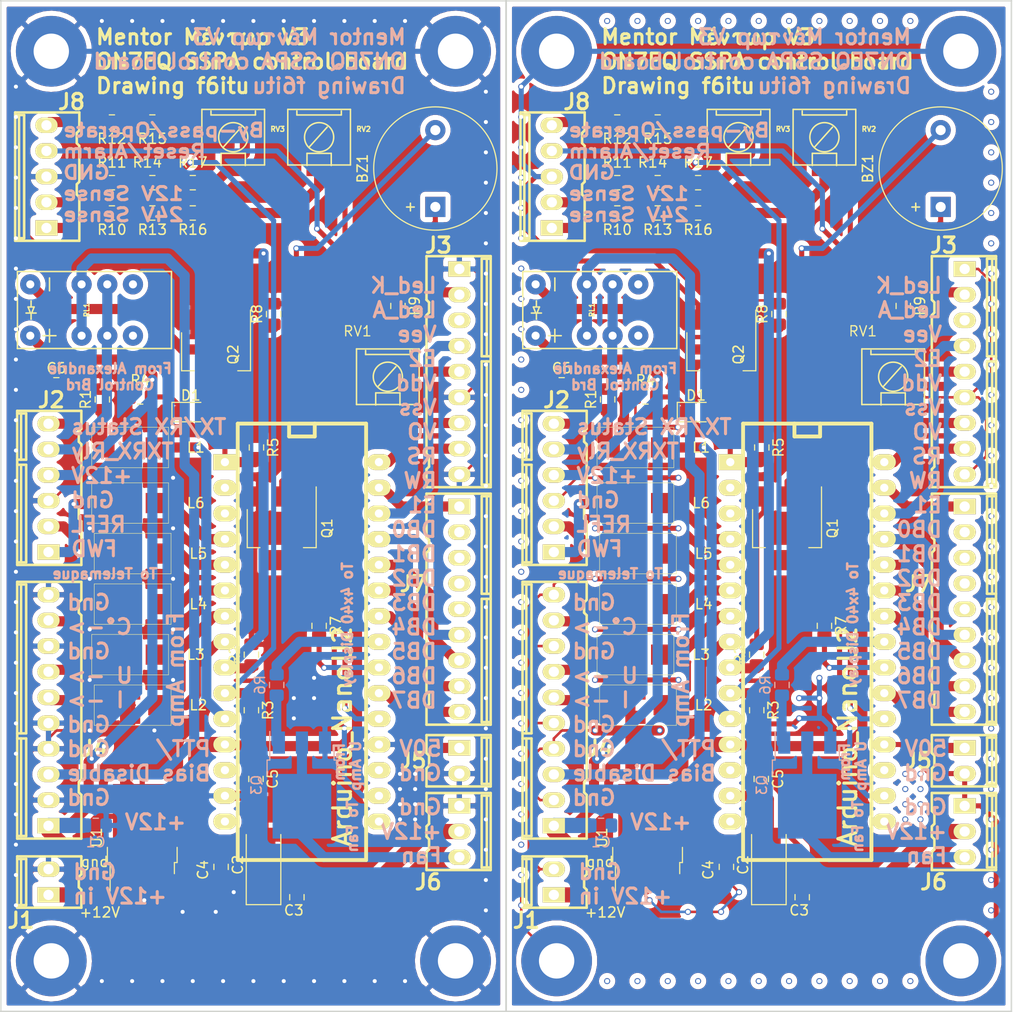
<source format=kicad_pcb>
(kicad_pcb (version 20171130) (host pcbnew "(5.1.5)-3")
  (layers (0 F.Cu signal) (31 B.Cu signal) (34 B.Paste user) (35 F.Paste user) (36 B.SilkS user) (37 F.SilkS user) (38 B.Mask user) (39 F.Mask user) (44 Edge.Cuts user))
  (net 0 "")
  (net 1 +5V)
  (net 2 "Net-(BZ1-Pad2)")
  (net 3 +12V)
  (net 4 GND)
  (net 5 "Net-(D1-Pad1)")
  (net 6 "Net-(D1-Pad2)")
  (net 7 "Net-(J2-Pad6)")
  (net 8 "Net-(J2-Pad5)")
  (net 9 "Net-(J2-Pad1)")
  (net 10 "Net-(J2-Pad2)")
  (net 11 LCDRS)
  (net 12 "Net-(J3-Pad7)")
  (net 13 LCDE2)
  (net 14 "Net-(J3-Pad2)")
  (net 15 "Net-(J4-Pad9)")
  (net 16 "Net-(J4-Pad7)")
  (net 17 "Net-(J4-Pad3)")
  (net 18 "Net-(J4-Pad6)")
  (net 19 "Net-(J5-Pad1)")
  (net 20 "Net-(J6-Pad3)")
  (net 21 LCD02)
  (net 22 LCD03)
  (net 23 LCD01)
  (net 24 LCD04)
  (net 25 LCDE1)
  (net 26 "Net-(L1-Pad3)")
  (net 27 "Net-(L2-Pad3)")
  (net 28 "Net-(L3-Pad3)")
  (net 29 "Net-(L4-Pad3)")
  (net 30 "Net-(L5-Pad3)")
  (net 31 "Net-(L6-Pad3)")
  (net 32 "Net-(Q1-Pad1)")
  (net 33 "Net-(Q2-Pad1)")
  (net 34 "Net-(Q3-Pad1)")
  (net 35 "Net-(R6-Pad1)")
  (net 36 "Net-(R7-Pad2)")
  (net 37 "Net-(Q2-Pad2)")
  (net 38 "Net-(J3-Pad3)")
  (net 39 "Net-(J7-Pad5)")
  (net 40 "Net-(J7-Pad4)")
  (net 41 "Net-(J7-Pad3)")
  (net 42 "Net-(J7-Pad2)")
  (net 43 "Net-(J8-Pad5)")
  (net 44 "Net-(J8-Pad4)")
  (net 45 "Net-(J8-Pad1)")
  (net 46 "Net-(R13-Pad1)")
  (net 47 "Net-(R14-Pad1)")
  (net 48 "Net-(R10-Pad1)")
  (net 49 "Net-(R11-Pad1)")
  (net 50 "Net-(R12-Pad1)")
  (net 51 "Net-(R16-Pad1)")
  (net 52 "Net-(R17-Pad1)")
  (net 53 "Net-(RL1-Pad5)")
  (net 54 "Net-(RL1-Pad8)")
  (net 55 "Net-(U2-Pad2)")
  (net 56 "Net-(U2-Pad3)")
  (net 57 "Net-(U2-Pad13)")
  (net 58 "Net-(U2-Pad15)")
  (net 59 "Net-(U2-Pad16)")
  (net 60 "Net-(U2-Pad18)")
  (net 61 "Net-(J8-Pad2)")
  (module Capacitor_Tantalum_SMD:CP_EIA-6032-28_Kemet-C_Pad2.25x2.35mm_HandSolder (layer F.Cu) (at 117 115.5 90)
    (fp_text reference C2 (at 0 -2.55 90) (layer F.SilkS))
    (fp_text value 10u)
    (pad 2 smd roundrect (at 2.55 0 90) (size 2.25 2.35) (layers F.Cu F.Paste F.Mask) (roundrect_rratio 0.111111))
    (pad 1 smd roundrect (at -2.55 0 90) (size 2.25 2.35) (layers F.Cu F.Paste F.Mask) (roundrect_rratio 0.111111))
  )
  (module Capacitor_SMD:C_0805_2012Metric_Pad1.15x1.40mm_HandSolder (layer F.Cu) (at 112.8 115.7 270)
    (fp_text reference C4 (at 0.3 1.8 90) (layer F.SilkS))
    (fp_text value 100n)
    (pad 1 smd roundrect (at -1.025 0 270) (size 1.15 1.4) (layers F.Cu F.Paste F.Mask) (roundrect_rratio 0.217391))
    (pad 2 smd roundrect (at 1.025 0 270) (size 1.15 1.4) (layers F.Cu F.Paste F.Mask) (roundrect_rratio 0.217391))
  )
  (module Capacitor_SMD:C_0805_2012Metric_Pad1.15x1.40mm_HandSolder (layer F.Cu) (at 120.3 118.7 90)
    (fp_text reference C3 (at -1.3 -0.3 180) (layer F.SilkS))
    (fp_text value 100n)
    (pad 2 smd roundrect (at 1.025 0 90) (size 1.15 1.4) (layers F.Cu F.Paste F.Mask) (roundrect_rratio 0.217391))
    (pad 1 smd roundrect (at -1.025 0 90) (size 1.15 1.4) (layers F.Cu F.Paste F.Mask) (roundrect_rratio 0.217391))
  )
  (module Diode_SMD:D_0805_2012Metric_Pad1.15x1.40mm_HandSolder (layer F.Cu) (at 109.8 70.7)
    (fp_text reference D1 (at 0 -1.65) (layer F.SilkS))
    (fp_text value LED)
    (pad 2 smd roundrect (at 1.025 0) (size 1.15 1.4) (layers F.Cu F.Paste F.Mask) (roundrect_rratio 0.217391))
    (pad 1 smd roundrect (at -1.025 0) (size 1.15 1.4) (layers F.Cu F.Paste F.Mask) (roundrect_rratio 0.217391))
  )
  (module Capacitor_SMD:C_0805_2012Metric_Pad1.15x1.40mm_HandSolder (layer F.Cu) (at 96.5 68)
    (fp_text reference C6 (at 0 -1.65) (layer F.SilkS))
    (fp_text value 100n)
    (pad 2 smd roundrect (at 1.025 0) (size 1.15 1.4) (layers F.Cu F.Paste F.Mask) (roundrect_rratio 0.217391))
    (pad 1 smd roundrect (at -1.025 0) (size 1.15 1.4) (layers F.Cu F.Paste F.Mask) (roundrect_rratio 0.217391))
  )
  (module Buzzer_Beeper:Buzzer_12x9.5RM7.6 (layer F.Cu) (at 134 50.4 90)
    (fp_text reference BZ1 (at 3.8 -7.2 270) (layer F.SilkS))
    (fp_text value Buzzer)
    (fp_text user + (at -0.01 -2.54 90) (layer F.SilkS))
    (pad 2 thru_hole circle (at 7.6 0 90) (size 2 2) (drill 1) (layers *.Cu *.Mask))
    (pad 1 thru_hole rect (at 0 0 90) (size 2 2) (drill 1) (layers *.Cu *.Mask))
  )
  (module Capacitor_SMD:C_0805_2012Metric_Pad1.15x1.40mm_HandSolder (layer F.Cu) (at 116.25 107 270)
    (fp_text reference C5 (at 0 -1.65 90) (layer F.SilkS))
    (fp_text value 100n)
    (pad 1 smd roundrect (at -1.025 0 270) (size 1.15 1.4) (layers F.Cu F.Paste F.Mask) (roundrect_rratio 0.217391))
    (pad 2 smd roundrect (at 1.025 0 270) (size 1.15 1.4) (layers F.Cu F.Paste F.Mask) (roundrect_rratio 0.217391))
  )
  (module Resistor_SMD:R_0805_2012Metric_Pad1.15x1.40mm_HandSolder (layer F.Cu) (at 106 48 180)
    (fp_text reference R14 (at 0.5 2) (layer F.SilkS))
    (fp_text value 1k5)
    (pad 2 smd roundrect (at 1.025 0 180) (size 1.15 1.4) (layers F.Cu F.Paste F.Mask) (roundrect_rratio 0.217391))
    (pad 1 smd roundrect (at -1.025 0 180) (size 1.15 1.4) (layers F.Cu F.Paste F.Mask) (roundrect_rratio 0.217391))
  )
  (module Ferrite_LC_NFM41P:Ferrite_LC_NFM41P (layer F.Cu) (at 103.8 94.7)
    (fp_text reference L3 (at 6.5 0) (layer F.SilkS))
    (fp_text value L_cap)
    (pad 2 smd rect (at 0 1.2) (size 1.5 1.3) (layers F.Cu F.Paste F.Mask))
    (pad 2 smd rect (at 0 -1.2) (size 1.5 1.3) (layers F.Cu F.Paste F.Mask))
    (pad 3 smd rect (at 2.54 0) (size 2 2) (layers F.Cu F.Paste F.Mask))
    (pad 1 smd rect (at -2.54 0) (size 2 2) (layers F.Cu F.Paste F.Mask))
  )
  (module Ferrite_LC_NFM41P:Ferrite_LC_NFM41P (layer F.Cu) (at 104.05 89.7)
    (fp_text reference L4 (at 6.5 0) (layer F.SilkS))
    (fp_text value L_cap)
    (pad 2 smd rect (at 0 1.2) (size 1.5 1.3) (layers F.Cu F.Paste F.Mask))
    (pad 2 smd rect (at 0 -1.2) (size 1.5 1.3) (layers F.Cu F.Paste F.Mask))
    (pad 3 smd rect (at 2.54 0) (size 2 2) (layers F.Cu F.Paste F.Mask))
    (pad 1 smd rect (at -2.54 0) (size 2 2) (layers F.Cu F.Paste F.Mask))
  )
  (module Resistor_SMD:R_0805_2012Metric_Pad1.15x1.40mm_HandSolder (layer F.Cu) (at 102 42 180)
    (fp_text reference R12 (at 0 -1.65) (layer F.SilkS))
    (fp_text value 3k3)
    (pad 1 smd roundrect (at -1.025 0 180) (size 1.15 1.4) (layers F.Cu F.Paste F.Mask) (roundrect_rratio 0.217391))
    (pad 2 smd roundrect (at 1.025 0 180) (size 1.15 1.4) (layers F.Cu F.Paste F.Mask) (roundrect_rratio 0.217391))
  )
  (module conn_kk100:kk100_22-23-2051 (layer F.Cu) (at 95.6 47.4 90)
    (fp_text reference J8 (at 7.4 2.4 180) (layer F.SilkS) (effects (font (size 1.524 1.524) (thickness 0.3048))))
    (fp_text value Conn_01x05 hide)
    (pad 2 thru_hole oval (at -2.54 -0.0762 90) (size 1.524 2.1971) (drill 1.016) (layers *.Cu *.Mask F.SilkS))
    (pad 1 thru_hole rect (at -5.08 -0.0762 90) (size 1.524 2.1971) (drill 1.016) (layers *.Cu *.Mask F.SilkS))
    (pad 4 thru_hole oval (at 2.54 -0.0762 90) (size 1.524 2.1971) (drill 1.016) (layers *.Cu *.Mask F.SilkS))
    (pad 5 thru_hole oval (at 5.08 -0.0762 90) (size 1.524 2.1971) (drill 1.016) (layers *.Cu *.Mask F.SilkS))
    (pad 3 thru_hole oval (at 0 -0.0762 90) (size 1.524 2.1971) (drill 1.016) (layers *.Cu *.Mask F.SilkS))
  )
  (module Resistor_SMD:R_0805_2012Metric_Pad1.15x1.40mm_HandSolder (layer F.Cu) (at 106 51 180)
    (fp_text reference R13 (at 0 -1.65) (layer F.SilkS))
    (fp_text value 2k)
    (pad 1 smd roundrect (at -1.025 0 180) (size 1.15 1.4) (layers F.Cu F.Paste F.Mask) (roundrect_rratio 0.217391))
    (pad 2 smd roundrect (at 1.025 0 180) (size 1.15 1.4) (layers F.Cu F.Paste F.Mask) (roundrect_rratio 0.217391))
  )
  (module Resistor_SMD:R_0805_2012Metric_Pad1.15x1.40mm_HandSolder (layer F.Cu) (at 102 48 180)
    (fp_text reference R11 (at 0 2) (layer F.SilkS))
    (fp_text value 1k5)
    (pad 1 smd roundrect (at -1.025 0 180) (size 1.15 1.4) (layers F.Cu F.Paste F.Mask) (roundrect_rratio 0.217391))
    (pad 2 smd roundrect (at 1.025 0 180) (size 1.15 1.4) (layers F.Cu F.Paste F.Mask) (roundrect_rratio 0.217391))
  )
  (module Resistor_SMD:R_0805_2012Metric_Pad1.15x1.40mm_HandSolder (layer F.Cu) (at 102 51 180)
    (fp_text reference R10 (at 0 -1.65) (layer F.SilkS))
    (fp_text value 5k)
    (pad 2 smd roundrect (at 1.025 0 180) (size 1.15 1.4) (layers F.Cu F.Paste F.Mask) (roundrect_rratio 0.217391))
    (pad 1 smd roundrect (at -1.025 0 180) (size 1.15 1.4) (layers F.Cu F.Paste F.Mask) (roundrect_rratio 0.217391))
  )
  (module Ferrite_LC_NFM41P:Ferrite_LC_NFM41P (layer F.Cu) (at 103.8 79.7)
    (fp_text reference L6 (at 6.5 0) (layer F.SilkS))
    (fp_text value L_cap)
    (pad 2 smd rect (at 0 1.2) (size 1.5 1.3) (layers F.Cu F.Paste F.Mask))
    (pad 2 smd rect (at 0 -1.2) (size 1.5 1.3) (layers F.Cu F.Paste F.Mask))
    (pad 3 smd rect (at 2.54 0) (size 2 2) (layers F.Cu F.Paste F.Mask))
    (pad 1 smd rect (at -2.54 0) (size 2 2) (layers F.Cu F.Paste F.Mask))
  )
  (module Resistor_SMD:R_0805_2012Metric_Pad1.15x1.40mm_HandSolder (layer F.Cu) (at 122.5 91.85 270)
    (fp_text reference R7 (at 0 -1.65 90) (layer F.SilkS))
    (fp_text value 2k2)
    (pad 1 smd roundrect (at -1.025 0 270) (size 1.15 1.4) (layers F.Cu F.Paste F.Mask) (roundrect_rratio 0.217391))
    (pad 2 smd roundrect (at 1.025 0 270) (size 1.15 1.4) (layers F.Cu F.Paste F.Mask) (roundrect_rratio 0.217391))
  )
  (module Resistor_SMD:R_0805_2012Metric_Pad1.15x1.40mm_HandSolder (layer F.Cu) (at 110 48 180)
    (fp_text reference R17 (at 0 2) (layer F.SilkS))
    (fp_text value 500R)
    (pad 1 smd roundrect (at -1.025 0 180) (size 1.15 1.4) (layers F.Cu F.Paste F.Mask) (roundrect_rratio 0.217391))
    (pad 2 smd roundrect (at 1.025 0 180) (size 1.15 1.4) (layers F.Cu F.Paste F.Mask) (roundrect_rratio 0.217391))
  )
  (module Resistor_SMD:R_0805_2012Metric_Pad1.15x1.40mm_HandSolder (layer F.Cu) (at 116.3 74.2 270)
    (fp_text reference R5 (at 0 -1.65 90) (layer F.SilkS))
    (fp_text value 1k)
    (pad 2 smd roundrect (at 1.025 0 270) (size 1.15 1.4) (layers F.Cu F.Paste F.Mask) (roundrect_rratio 0.217391))
    (pad 1 smd roundrect (at -1.025 0 270) (size 1.15 1.4) (layers F.Cu F.Paste F.Mask) (roundrect_rratio 0.217391))
  )
  (module Trimmer_3314G1_Handsoldering:Trimmer_3314G1_Handsoldering (layer F.Cu) (at 122.5 43.5)
    (fp_text reference RV2 (at 4.4 -0.8) (layer F.SilkS) (effects (font (size 0.5 0.5) (thickness 0.125))))
    (fp_text value 2k)
    (pad 2 smd rect (at 0 2.75) (size 2.5 2.2) (layers F.Cu F.Paste F.Mask))
    (pad 1 smd rect (at -1.15 -2.75) (size 1.3 2.2) (layers F.Cu F.Paste F.Mask))
    (pad 3 smd rect (at 1.15 -2.75) (size 1.3 2.2) (layers F.Cu F.Paste F.Mask))
  )
  (module Resistor_SMD:R_0805_2012Metric_Pad1.15x1.40mm_HandSolder (layer F.Cu) (at 101.05 69.45 90)
    (fp_text reference R1 (at 0 -1.65 90) (layer F.SilkS))
    (fp_text value 10k)
    (pad 2 smd roundrect (at 1.025 0 90) (size 1.15 1.4) (layers F.Cu F.Paste F.Mask) (roundrect_rratio 0.217391))
    (pad 1 smd roundrect (at -1.025 0 90) (size 1.15 1.4) (layers F.Cu F.Paste F.Mask) (roundrect_rratio 0.217391))
  )
  (module Package_TO_SOT_SMD:TO-252-3_TabPin2 (layer F.Cu) (at 105 112.8 90)
    (fp_text reference U1 (at 0 -4.5 90) (layer F.SilkS))
    (fp_text value KA78M05_TO252)
    (pad 1 smd rect (at -4.2 -2.28 90) (size 2.2 1.2) (layers F.Cu F.Paste F.Mask))
    (pad 2 smd rect (at -4.2 0 90) (size 2.2 1.2) (layers F.Cu F.Paste F.Mask))
    (pad 3 smd rect (at -4.2 2.28 90) (size 2.2 1.2) (layers F.Cu F.Paste F.Mask))
    (pad 2 smd rect (at 2.1 0 90) (size 6.4 5.8) (layers F.Cu F.Mask))
  )
  (module Resistor_SMD:R_0805_2012Metric_Pad1.15x1.40mm_HandSolder (layer F.Cu) (at 130.3 60.2 270)
    (fp_text reference R9 (at 0 -1.65 90) (layer F.SilkS))
    (fp_text value 100R)
    (pad 1 smd roundrect (at -1.025 0 270) (size 1.15 1.4) (layers F.Cu F.Paste F.Mask) (roundrect_rratio 0.217391))
    (pad 2 smd roundrect (at 1.025 0 270) (size 1.15 1.4) (layers F.Cu F.Paste F.Mask) (roundrect_rratio 0.217391))
  )
  (module Resistor_SMD:R_0805_2012Metric_Pad1.15x1.40mm_HandSolder (layer F.Cu) (at 115.8 94.7 90)
    (fp_text reference R2 (at 0 -1.65 90) (layer F.SilkS))
    (fp_text value 0R)
    (pad 2 smd roundrect (at 1.025 0 90) (size 1.15 1.4) (layers F.Cu F.Paste F.Mask) (roundrect_rratio 0.217391))
    (pad 1 smd roundrect (at -1.025 0 90) (size 1.15 1.4) (layers F.Cu F.Paste F.Mask) (roundrect_rratio 0.217391))
  )
  (module Package_TO_SOT_SMD:TO-252-3_TabPin2 (layer B.Cu) (at 120.8 107.6 270)
    (fp_text reference Q3 (at 0 4.5 270) (layer B.SilkS) (effects (justify mirror)))
    (fp_text value IRFR3303)
    (pad 2 smd rect (at 2.1 0 270) (size 6.4 5.8) (layers B.Cu B.Mask))
    (pad 3 smd rect (at -4.2 -2.28 270) (size 2.2 1.2) (layers B.Cu B.Paste B.Mask))
    (pad 2 smd rect (at -4.2 0 270) (size 2.2 1.2) (layers B.Cu B.Paste B.Mask))
    (pad 1 smd rect (at -4.2 2.28 270) (size 2.2 1.2) (layers B.Cu B.Paste B.Mask))
  )
  (module Resistor_SMD:R_0805_2012Metric_Pad1.15x1.40mm_HandSolder (layer B.Cu) (at 118.3 97.7 270)
    (fp_text reference R6 (at 0 1.65 90) (layer B.SilkS) (effects (justify mirror)))
    (fp_text value 1k)
    (pad 2 smd roundrect (at 1.025 0 270) (size 1.15 1.4) (layers B.Cu B.Paste B.Mask) (roundrect_rratio 0.217391))
    (pad 1 smd roundrect (at -1.025 0 270) (size 1.15 1.4) (layers B.Cu B.Paste B.Mask) (roundrect_rratio 0.217391))
  )
  (module Capacitor_SMD:C_0805_2012Metric_Pad1.15x1.40mm_HandSolder (layer B.Cu) (at 100.4 111.6)
    (fp_text reference C1 (at 0 1.65) (layer B.SilkS) (effects (justify mirror)))
    (fp_text value 100n)
    (pad 2 smd roundrect (at 1.025 0) (size 1.15 1.4) (layers B.Cu B.Paste B.Mask) (roundrect_rratio 0.217391))
    (pad 1 smd roundrect (at -1.025 0) (size 1.15 1.4) (layers B.Cu B.Paste B.Mask) (roundrect_rratio 0.217391))
  )
  (module Resistor_SMD:R_0805_2012Metric_Pad1.15x1.40mm_HandSolder (layer F.Cu) (at 104.8 69.2)
    (fp_text reference R4 (at 0 -1.65) (layer F.SilkS))
    (fp_text value 330)
    (pad 1 smd roundrect (at -1.025 0) (size 1.15 1.4) (layers F.Cu F.Paste F.Mask) (roundrect_rratio 0.217391))
    (pad 2 smd roundrect (at 1.025 0) (size 1.15 1.4) (layers F.Cu F.Paste F.Mask) (roundrect_rratio 0.217391))
  )
  (module Package_TO_SOT_SMD:SOT-223 (layer F.Cu) (at 112.3 64.7 270)
    (fp_text reference Q2 (at 0.3 -1.7 270) (layer F.SilkS))
    (fp_text value PZT2222A)
    (pad 1 smd rect (at -3.15 -2.3 270) (size 2 1.5) (layers F.Cu F.Paste F.Mask))
    (pad 3 smd rect (at -3.15 2.3 270) (size 2 1.5) (layers F.Cu F.Paste F.Mask))
    (pad 2 smd rect (at -3.15 0 270) (size 2 1.5) (layers F.Cu F.Paste F.Mask))
    (pad 4 smd rect (at 3.15 0 270) (size 2 3.8) (layers F.Cu F.Paste F.Mask))
  )
  (module Resistor_SMD:R_0805_2012Metric_Pad1.15x1.40mm_HandSolder (layer F.Cu) (at 106 42 180)
    (fp_text reference R15 (at 0 -1.65) (layer F.SilkS))
    (fp_text value 1k5)
    (pad 2 smd roundrect (at 1.025 0 180) (size 1.15 1.4) (layers F.Cu F.Paste F.Mask) (roundrect_rratio 0.217391))
    (pad 1 smd roundrect (at -1.025 0 180) (size 1.15 1.4) (layers F.Cu F.Paste F.Mask) (roundrect_rratio 0.217391))
  )
  (module Package_TO_SOT_SMD:SOT-223 (layer F.Cu) (at 118.8 82.2 270)
    (fp_text reference Q1 (at 0 -4.5 270) (layer F.SilkS))
    (fp_text value PZT2222A)
    (pad 4 smd rect (at 3.15 0 270) (size 2 3.8) (layers F.Cu F.Paste F.Mask))
    (pad 2 smd rect (at -3.15 0 270) (size 2 1.5) (layers F.Cu F.Paste F.Mask))
    (pad 3 smd rect (at -3.15 2.3 270) (size 2 1.5) (layers F.Cu F.Paste F.Mask))
    (pad 1 smd rect (at -3.15 -2.3 270) (size 2 1.5) (layers F.Cu F.Paste F.Mask))
  )
  (module Resistor_SMD:R_0805_2012Metric_Pad1.15x1.40mm_HandSolder (layer F.Cu) (at 118 61 90)
    (fp_text reference R8 (at 0 -1.65 90) (layer F.SilkS))
    (fp_text value 10k)
    (pad 1 smd roundrect (at -1.025 0 90) (size 1.15 1.4) (layers F.Cu F.Paste F.Mask) (roundrect_rratio 0.217391))
    (pad 2 smd roundrect (at 1.025 0 90) (size 1.15 1.4) (layers F.Cu F.Paste F.Mask) (roundrect_rratio 0.217391))
  )
  (module Resistor_SMD:R_0805_2012Metric_Pad1.15x1.40mm_HandSolder (layer F.Cu) (at 115.8 100.2 270)
    (fp_text reference R3 (at 0 -1.65 90) (layer F.SilkS))
    (fp_text value 0R)
    (pad 2 smd roundrect (at 1.025 0 270) (size 1.15 1.4) (layers F.Cu F.Paste F.Mask) (roundrect_rratio 0.217391))
    (pad 1 smd roundrect (at -1.025 0 270) (size 1.15 1.4) (layers F.Cu F.Paste F.Mask) (roundrect_rratio 0.217391))
  )
  (module Trimmer_3314G1_Handsoldering:Trimmer_3314G1_Handsoldering (layer F.Cu) (at 114 43.5)
    (fp_text reference RV3 (at 4.4 -0.8) (layer F.SilkS) (effects (font (size 0.5 0.5) (thickness 0.125))))
    (fp_text value 2k)
    (pad 3 smd rect (at 1.15 -2.75) (size 1.3 2.2) (layers F.Cu F.Paste F.Mask))
    (pad 1 smd rect (at -1.15 -2.75) (size 1.3 2.2) (layers F.Cu F.Paste F.Mask))
    (pad 2 smd rect (at 0 2.75) (size 2.5 2.2) (layers F.Cu F.Paste F.Mask))
  )
  (module conn_kk100:kk100_22-23-2021 (layer F.Cu) (at 95.8 117.2 90)
    (fp_text reference J1 (at -3.8 -2.8 180) (layer F.SilkS) (effects (font (size 1.524 1.524) (thickness 0.3048))))
    (fp_text value CONN_01X02 hide)
    (pad 2 thru_hole oval (at 1.27 -0.0762 90) (size 1.524 2.1971) (drill 1.016) (layers *.Cu *.Mask F.SilkS))
    (pad 1 thru_hole rect (at -1.27 -0.0762 90) (size 1.524 2.1971) (drill 1.016) (layers *.Cu *.Mask F.SilkS))
  )
  (module conn_kk100:kk100_22-23-2061 (layer F.Cu) (at 95.8 78.2 90)
    (fp_text reference J2 (at 8.7 0.2 180) (layer F.SilkS) (effects (font (size 1.524 1.524) (thickness 0.3048))))
    (fp_text value CONN_01X06 hide)
    (pad 2 thru_hole oval (at -3.81 -0.0762 90) (size 1.524 2.1971) (drill 1.016) (layers *.Cu *.Mask F.SilkS))
    (pad 1 thru_hole rect (at -6.35 -0.0762 90) (size 1.524 2.1971) (drill 1.016) (layers *.Cu *.Mask F.SilkS))
    (pad 5 thru_hole oval (at 3.81 -0.0762 90) (size 1.524 2.1971) (drill 1.016) (layers *.Cu *.Mask F.SilkS))
    (pad 6 thru_hole oval (at 6.35 -0.0762 90) (size 1.524 2.1971) (drill 1.016) (layers *.Cu *.Mask F.SilkS))
    (pad 3 thru_hole oval (at -1.27 -0.0762 90) (size 1.524 2.1971) (drill 1.016) (layers *.Cu *.Mask F.SilkS))
    (pad 4 thru_hole oval (at 1.27 -0.0762 90) (size 1.524 2.1971) (drill 1.016) (layers *.Cu *.Mask F.SilkS))
  )
  (module Mounting_Holes:MountingHole_3.5mm_Pad (layer F.Cu) (at 136 125)
    (fp_text reference TP4 hide)
    (fp_text value TEST hide)
    (pad 1 thru_hole circle (at 0 0) (size 7 7) (drill 3.5) (layers *.Cu *.Mask))
  )
  (module conn_kk100:kk100_22-23-2021 (layer F.Cu) (at 136.3 105.2 270)
    (fp_text reference J5 (at 0 4.5) (layer F.SilkS) (effects (font (size 1.524 1.524) (thickness 0.3048))))
    (fp_text value CONN_01X02 hide)
    (pad 2 thru_hole oval (at 1.27 -0.0762 270) (size 1.524 2.1971) (drill 1.016) (layers *.Cu *.Mask F.SilkS))
    (pad 1 thru_hole rect (at -1.27 -0.0762 270) (size 1.524 2.1971) (drill 1.016) (layers *.Cu *.Mask F.SilkS))
  )
  (module Ferrite_LC_NFM41P:Ferrite_LC_NFM41P (layer F.Cu) (at 104.05 84.7)
    (fp_text reference L5 (at 6.5 0) (layer F.SilkS))
    (fp_text value L_cap)
    (pad 2 smd rect (at 0 1.2) (size 1.5 1.3) (layers F.Cu F.Paste F.Mask))
    (pad 2 smd rect (at 0 -1.2) (size 1.5 1.3) (layers F.Cu F.Paste F.Mask))
    (pad 3 smd rect (at 2.54 0) (size 2 2) (layers F.Cu F.Paste F.Mask))
    (pad 1 smd rect (at -2.54 0) (size 2 2) (layers F.Cu F.Paste F.Mask))
  )
  (module Ferrite_LC_NFM41P:Ferrite_LC_NFM41P (layer F.Cu) (at 104.05 99.7)
    (fp_text reference L2 (at 6.5 0) (layer F.SilkS))
    (fp_text value L_cap)
    (pad 2 smd rect (at 0 1.2) (size 1.5 1.3) (layers F.Cu F.Paste F.Mask))
    (pad 2 smd rect (at 0 -1.2) (size 1.5 1.3) (layers F.Cu F.Paste F.Mask))
    (pad 3 smd rect (at 2.54 0) (size 2 2) (layers F.Cu F.Paste F.Mask))
    (pad 1 smd rect (at -2.54 0) (size 2 2) (layers F.Cu F.Paste F.Mask))
  )
  (module Ferrite_LC_NFM41P:Ferrite_LC_NFM41P (layer F.Cu) (at 103.8 74.2)
    (fp_text reference L1 (at 6.5 0) (layer F.SilkS))
    (fp_text value L_cap)
    (pad 2 smd rect (at 0 1.2) (size 1.5 1.3) (layers F.Cu F.Paste F.Mask))
    (pad 2 smd rect (at 0 -1.2) (size 1.5 1.3) (layers F.Cu F.Paste F.Mask))
    (pad 3 smd rect (at 2.54 0) (size 2 2) (layers F.Cu F.Paste F.Mask))
    (pad 1 smd rect (at -2.54 0) (size 2 2) (layers F.Cu F.Paste F.Mask))
  )
  (module Mounting_Holes:MountingHole_3.5mm_Pad (layer F.Cu) (at 96 125)
    (fp_text reference TP3 hide)
    (fp_text value TEST hide)
    (pad 1 thru_hole circle (at 0 0) (size 7 7) (drill 3.5) (layers *.Cu *.Mask))
  )
  (module Mounting_Holes:MountingHole_3.5mm_Pad (layer F.Cu) (at 136 35)
    (fp_text reference TP2 hide)
    (fp_text value TEST hide)
    (pad 1 thru_hole circle (at 0 0) (size 7 7) (drill 3.5) (layers *.Cu *.Mask))
  )
  (module Mounting_Holes:MountingHole_3.5mm_Pad (layer F.Cu) (at 96 35)
    (fp_text reference TP1 hide)
    (fp_text value TEST hide)
    (pad 1 thru_hole circle (at 0 0) (size 7 7) (drill 3.5) (layers *.Cu *.Mask))
  )
  (module Trimmer_3314G1_Handsoldering:Trimmer_3314G1_Handsoldering (layer F.Cu) (at 129.3 67.2)
    (fp_text reference RV1 (at -3 -4.5) (layer F.SilkS) (effects (font (thickness 0.125))))
    (fp_text value 10k)
    (pad 3 smd rect (at 1.15 -2.75) (size 1.3 2.2) (layers F.Cu F.Paste F.Mask))
    (pad 1 smd rect (at -1.15 -2.75) (size 1.3 2.2) (layers F.Cu F.Paste F.Mask))
    (pad 2 smd rect (at 0 2.75) (size 2.5 2.2) (layers F.Cu F.Paste F.Mask))
  )
  (module conn_kk100:kk100_22-23-2091 (layer F.Cu) (at 136.3 90.2 270)
    (fp_text reference J7 (at -2.5 4.5) (layer F.SilkS) (effects (font (size 1.524 1.524) (thickness 0.3048))))
    (fp_text value CONN_01X09 hide)
    (pad 2 thru_hole oval (at -7.62 -0.0762 270) (size 1.524 2.1971) (drill 1.016) (layers *.Cu *.Mask F.SilkS))
    (pad 1 thru_hole rect (at -10.16 -0.0762 270) (size 1.524 2.1971) (drill 1.016) (layers *.Cu *.Mask F.SilkS))
    (pad 6 thru_hole oval (at 2.54 -0.0762 270) (size 1.524 2.1971) (drill 1.016) (layers *.Cu *.Mask F.SilkS))
    (pad 9 thru_hole oval (at 10.16 -0.0762 270) (size 1.524 2.1971) (drill 1.016) (layers *.Cu *.Mask F.SilkS))
    (pad 3 thru_hole oval (at -5.08 -0.0762 270) (size 1.524 2.1971) (drill 1.016) (layers *.Cu *.Mask F.SilkS))
    (pad 4 thru_hole oval (at -2.54 -0.0762 270) (size 1.524 2.1971) (drill 1.016) (layers *.Cu *.Mask F.SilkS))
    (pad 5 thru_hole oval (at 0 -0.0762 270) (size 1.524 2.1971) (drill 1.016) (layers *.Cu *.Mask F.SilkS))
    (pad 7 thru_hole oval (at 5.08 -0.0762 270) (size 1.524 2.1971) (drill 1.016) (layers *.Cu *.Mask F.SilkS))
    (pad 8 thru_hole oval (at 7.62 -0.0762 270) (size 1.524 2.1971) (drill 1.016) (layers *.Cu *.Mask F.SilkS))
  )
  (module conn_kk100:kk100_22-23-2031 (layer F.Cu) (at 136.3 112.2 270)
    (fp_text reference J6 (at 5 3) (layer F.SilkS) (effects (font (size 1.524 1.524) (thickness 0.3048))))
    (fp_text value CONN_01X03 hide)
    (pad 2 thru_hole oval (at 0 -0.0762 270) (size 1.524 2.1971) (drill 1.016) (layers *.Cu *.Mask F.SilkS))
    (pad 1 thru_hole rect (at -2.54 -0.0762 270) (size 1.524 2.1971) (drill 1.016) (layers *.Cu *.Mask F.SilkS))
    (pad 3 thru_hole oval (at 2.54 -0.0762 270) (size 1.524 2.1971) (drill 1.016) (layers *.Cu *.Mask F.SilkS))
  )
  (module conn_kk100:kk100_22-23-2101 (layer F.Cu) (at 95.8 100.2 90)
    (fp_text reference J4 (at -3.8 4.5 180) (layer F.SilkS) (effects (font (size 1.524 1.524) (thickness 0.3048))))
    (fp_text value CONN_01X10 hide)
    (pad 2 thru_hole oval (at -8.89 -0.0762 90) (size 1.524 2.1971) (drill 1.016) (layers *.Cu *.Mask F.SilkS))
    (pad 1 thru_hole rect (at -11.43 -0.0762 90) (size 1.524 2.1971) (drill 1.016) (layers *.Cu *.Mask F.SilkS))
    (pad 6 thru_hole oval (at 1.27 -0.0762 90) (size 1.524 2.1971) (drill 1.016) (layers *.Cu *.Mask F.SilkS))
    (pad 10 thru_hole oval (at 11.43 -0.0762 90) (size 1.524 2.1971) (drill 1.016) (layers *.Cu *.Mask F.SilkS))
    (pad 3 thru_hole oval (at -6.35 -0.0762 90) (size 1.524 2.1971) (drill 1.016) (layers *.Cu *.Mask F.SilkS))
    (pad 4 thru_hole oval (at -3.81 -0.0762 90) (size 1.524 2.1971) (drill 1.016) (layers *.Cu *.Mask F.SilkS))
    (pad 5 thru_hole oval (at -1.27 -0.0762 90) (size 1.524 2.1971) (drill 1.016) (layers *.Cu *.Mask F.SilkS))
    (pad 7 thru_hole oval (at 3.81 -0.0762 90) (size 1.524 2.1971) (drill 1.016) (layers *.Cu *.Mask F.SilkS))
    (pad 8 thru_hole oval (at 6.35 -0.0762 90) (size 1.524 2.1971) (drill 1.016) (layers *.Cu *.Mask F.SilkS))
    (pad 9 thru_hole oval (at 8.89 -0.0762 90) (size 1.524 2.1971) (drill 1.016) (layers *.Cu *.Mask F.SilkS))
  )
  (module arduino_nano:arduino_nano (layer F.Cu) (at 120.8 94.7 270)
    (fp_text reference U2 (at -1 -4 270) (layer F.SilkS) (effects (font (size 1.778 1.778) (thickness 0.3048))))
    (fp_text value Arduino_Nano (at 10 -4 270) (layer F.SilkS) (effects (font (size 1.778 1.778) (thickness 0.3048))))
    (pad 30 thru_hole oval (at -19.05 -7.62 270) (size 1.5748 2.286) (drill 0.8128) (layers *.Cu *.Mask F.SilkS))
    (pad 29 thru_hole oval (at -16.51 -7.62 270) (size 1.5748 2.286) (drill 0.8128) (layers *.Cu *.Mask F.SilkS))
    (pad 28 thru_hole oval (at -13.97 -7.62 270) (size 1.5748 2.286) (drill 0.8128) (layers *.Cu *.Mask F.SilkS))
    (pad 27 thru_hole oval (at -11.43 -7.62 270) (size 1.5748 2.286) (drill 0.8128) (layers *.Cu *.Mask F.SilkS))
    (pad 26 thru_hole oval (at -8.89 -7.62 270) (size 1.5748 2.286) (drill 0.8128) (layers *.Cu *.Mask F.SilkS))
    (pad 25 thru_hole oval (at -6.35 -7.62 270) (size 1.5748 2.286) (drill 0.8128) (layers *.Cu *.Mask F.SilkS))
    (pad 24 thru_hole oval (at -3.81 -7.62 270) (size 1.5748 2.286) (drill 0.8128) (layers *.Cu *.Mask F.SilkS))
    (pad 23 thru_hole oval (at -1.27 -7.62 270) (size 1.5748 2.286) (drill 0.8128) (layers *.Cu *.Mask F.SilkS))
    (pad 22 thru_hole oval (at 1.27 -7.62 270) (size 1.5748 2.286) (drill 0.8128) (layers *.Cu *.Mask F.SilkS))
    (pad 21 thru_hole oval (at 3.81 -7.62 270) (size 1.5748 2.286) (drill 0.8128) (layers *.Cu *.Mask F.SilkS))
    (pad 20 thru_hole oval (at 6.35 -7.62 270) (size 1.5748 2.286) (drill 0.8128) (layers *.Cu *.Mask F.SilkS))
    (pad 19 thru_hole oval (at 8.89 -7.62 270) (size 1.5748 2.286) (drill 0.8128) (layers *.Cu *.Mask F.SilkS))
    (pad 18 thru_hole oval (at 11.43 -7.62 270) (size 1.5748 2.286) (drill 0.8128) (layers *.Cu *.Mask F.SilkS))
    (pad 17 thru_hole oval (at 13.97 -7.62 270) (size 1.5748 2.286) (drill 0.8128) (layers *.Cu *.Mask F.SilkS))
    (pad 16 thru_hole oval (at 16.51 -7.62 270) (size 1.5748 2.286) (drill 0.8128) (layers *.Cu *.Mask F.SilkS))
    (pad 15 thru_hole oval (at 16.51 7.62 270) (size 1.5748 2.286) (drill 0.8128) (layers *.Cu *.Mask F.SilkS))
    (pad 14 thru_hole oval (at 13.97 7.62 270) (size 1.5748 2.286) (drill 0.8128) (layers *.Cu *.Mask F.SilkS))
    (pad 13 thru_hole oval (at 11.43 7.62 270) (size 1.5748 2.286) (drill 0.8128) (layers *.Cu *.Mask F.SilkS))
    (pad 12 thru_hole oval (at 8.89 7.62 270) (size 1.5748 2.286) (drill 0.8128) (layers *.Cu *.Mask F.SilkS))
    (pad 11 thru_hole oval (at 6.35 7.62 270) (size 1.5748 2.286) (drill 0.8128) (layers *.Cu *.Mask F.SilkS))
    (pad 10 thru_hole oval (at 3.81 7.62 270) (size 1.5748 2.286) (drill 0.8128) (layers *.Cu *.Mask F.SilkS))
    (pad 9 thru_hole oval (at 1.27 7.62 270) (size 1.5748 2.286) (drill 0.8128) (layers *.Cu *.Mask F.SilkS))
    (pad 8 thru_hole oval (at -1.27 7.62 270) (size 1.5748 2.286) (drill 0.8128) (layers *.Cu *.Mask F.SilkS))
    (pad 7 thru_hole oval (at -3.81 7.62 270) (size 1.5748 2.286) (drill 0.8128) (layers *.Cu *.Mask F.SilkS))
    (pad 6 thru_hole oval (at -6.35 7.62 270) (size 1.5748 2.286) (drill 0.8128) (layers *.Cu *.Mask F.SilkS))
    (pad 5 thru_hole oval (at -8.89 7.62 270) (size 1.5748 2.286) (drill 0.8128) (layers *.Cu *.Mask F.SilkS))
    (pad 4 thru_hole oval (at -11.43 7.62 270) (size 1.5748 2.286) (drill 0.8128) (layers *.Cu *.Mask F.SilkS))
    (pad 3 thru_hole oval (at -13.97 7.62 270) (size 1.5748 2.286) (drill 0.8128) (layers *.Cu *.Mask F.SilkS))
    (pad 2 thru_hole oval (at -16.51 7.62 270) (size 1.5748 2.286) (drill 0.8128) (layers *.Cu *.Mask F.SilkS))
    (pad 1 thru_hole rect (at -19.05 7.62 270) (size 1.5748 2.286) (drill 0.8128) (layers *.Cu *.Mask F.SilkS))
  )
  (module conn_kk100:kk100_22-23-2091 (layer F.Cu) (at 136.3 66.7 270)
    (fp_text reference J3 (at -12.5 2) (layer F.SilkS) (effects (font (size 1.524 1.524) (thickness 0.3048))))
    (fp_text value CONN_01X09 hide)
    (pad 2 thru_hole oval (at -7.62 -0.0762 270) (size 1.524 2.1971) (drill 1.016) (layers *.Cu *.Mask F.SilkS))
    (pad 1 thru_hole rect (at -10.16 -0.0762 270) (size 1.524 2.1971) (drill 1.016) (layers *.Cu *.Mask F.SilkS))
    (pad 6 thru_hole oval (at 2.54 -0.0762 270) (size 1.524 2.1971) (drill 1.016) (layers *.Cu *.Mask F.SilkS))
    (pad 9 thru_hole oval (at 10.16 -0.0762 270) (size 1.524 2.1971) (drill 1.016) (layers *.Cu *.Mask F.SilkS))
    (pad 3 thru_hole oval (at -5.08 -0.0762 270) (size 1.524 2.1971) (drill 1.016) (layers *.Cu *.Mask F.SilkS))
    (pad 4 thru_hole oval (at -2.54 -0.0762 270) (size 1.524 2.1971) (drill 1.016) (layers *.Cu *.Mask F.SilkS))
    (pad 5 thru_hole oval (at 0 -0.0762 270) (size 1.524 2.1971) (drill 1.016) (layers *.Cu *.Mask F.SilkS))
    (pad 7 thru_hole oval (at 5.08 -0.0762 270) (size 1.524 2.1971) (drill 1.016) (layers *.Cu *.Mask F.SilkS))
    (pad 8 thru_hole oval (at 7.62 -0.0762 270) (size 1.524 2.1971) (drill 1.016) (layers *.Cu *.Mask F.SilkS))
  )
  (module 2_Form_C_Relay:THT_2_formC (layer F.Cu) (at 99 60.6 90)
    (fp_text reference RL1 (at 0 0.5 270) (layer F.SilkS) (effects (font (size 0.5 0.5) (thickness 0.125))))
    (fp_text value EC2-12NU)
    (pad 9 thru_hole circle (at 2.54 2.54 90) (size 2 2) (drill 0.8) (layers *.Cu *.Mask))
    (pad 8 thru_hole circle (at 2.54 5.08 90) (size 2 2) (drill 0.8) (layers *.Cu *.Mask))
    (pad 5 thru_hole circle (at -2.54 5.08 90) (size 2 2) (drill 0.8) (layers *.Cu *.Mask))
    (pad 4 thru_hole circle (at -2.54 2.54 90) (size 2 2) (drill 0.8) (layers *.Cu *.Mask))
    (pad 10 thru_hole circle (at 2.54 0 90) (size 2 2) (drill 0.8) (layers *.Cu *.Mask))
    (pad 3 thru_hole circle (at -2.54 0 90) (size 2 2) (drill 0.8) (layers *.Cu *.Mask))
    (pad 12 thru_hole circle (at 2.54 -5.08 90) (size 2 2) (drill 0.8) (layers *.Cu *.Mask))
    (pad 1 thru_hole circle (at -2.54 -5.08 90) (size 2 2) (drill 0.8) (layers *.Cu *.Mask))
  )
  (module Resistor_SMD:R_0805_2012Metric_Pad1.15x1.40mm_HandSolder (layer F.Cu) (at 110 51 180)
    (fp_text reference R16 (at 0 -1.65) (layer F.SilkS))
    (fp_text value 500R)
    (pad 2 smd roundrect (at 1.025 0 180) (size 1.15 1.4) (layers F.Cu F.Paste F.Mask) (roundrect_rratio 0.217391))
    (pad 1 smd roundrect (at -1.025 0 180) (size 1.15 1.4) (layers F.Cu F.Paste F.Mask) (roundrect_rratio 0.217391))
  )
  (module Resistor_SMD:R_0805_2012Metric_Pad1.15x1.40mm_HandSolder (layer F.Cu) (at 60 51 180)
    (fp_text reference R16 (at 0 -1.65) (layer F.SilkS))
    (fp_text value 500R)
    (pad 1 smd roundrect (at -1.025 0 180) (size 1.15 1.4) (layers F.Cu F.Paste F.Mask) (roundrect_rratio 0.217391) (net 51 "Net-(R16-Pad1)"))
    (pad 2 smd roundrect (at 1.025 0 180) (size 1.15 1.4) (layers F.Cu F.Paste F.Mask) (roundrect_rratio 0.217391) (net 46 "Net-(R13-Pad1)"))
  )
  (module conn_kk100:kk100_22-23-2091 (layer F.Cu) (at 86.3 66.7 270)
    (fp_text reference J3 (at -12.5 2) (layer F.SilkS) (effects (font (size 1.524 1.524) (thickness 0.3048))))
    (fp_text value CONN_01X09 hide)
    (pad 8 thru_hole oval (at 7.62 -0.0762 270) (size 1.524 2.1971) (drill 1.016) (layers *.Cu *.Mask F.SilkS) (net 11 LCDRS))
    (pad 7 thru_hole oval (at 5.08 -0.0762 270) (size 1.524 2.1971) (drill 1.016) (layers *.Cu *.Mask F.SilkS) (net 12 "Net-(J3-Pad7)"))
    (pad 5 thru_hole oval (at 0 -0.0762 270) (size 1.524 2.1971) (drill 1.016) (layers *.Cu *.Mask F.SilkS) (net 1 +5V))
    (pad 4 thru_hole oval (at -2.54 -0.0762 270) (size 1.524 2.1971) (drill 1.016) (layers *.Cu *.Mask F.SilkS) (net 13 LCDE2))
    (pad 3 thru_hole oval (at -5.08 -0.0762 270) (size 1.524 2.1971) (drill 1.016) (layers *.Cu *.Mask F.SilkS) (net 38 "Net-(J3-Pad3)"))
    (pad 9 thru_hole oval (at 10.16 -0.0762 270) (size 1.524 2.1971) (drill 1.016) (layers *.Cu *.Mask F.SilkS) (net 4 GND))
    (pad 6 thru_hole oval (at 2.54 -0.0762 270) (size 1.524 2.1971) (drill 1.016) (layers *.Cu *.Mask F.SilkS) (net 4 GND))
    (pad 1 thru_hole rect (at -10.16 -0.0762 270) (size 1.524 2.1971) (drill 1.016) (layers *.Cu *.Mask F.SilkS) (net 4 GND))
    (pad 2 thru_hole oval (at -7.62 -0.0762 270) (size 1.524 2.1971) (drill 1.016) (layers *.Cu *.Mask F.SilkS) (net 14 "Net-(J3-Pad2)"))
  )
  (module Mounting_Holes:MountingHole_3.5mm_Pad (layer F.Cu) (at 86 35)
    (fp_text reference TP2 hide)
    (fp_text value TEST hide)
    (pad 1 thru_hole circle (at 0 0) (size 7 7) (drill 3.5) (layers *.Cu *.Mask) (net 4 GND))
  )
  (module conn_kk100:kk100_22-23-2021 (layer F.Cu) (at 45.8 117.2 90)
    (fp_text reference J1 (at -3.8 -2.8 180) (layer F.SilkS) (effects (font (size 1.524 1.524) (thickness 0.3048))))
    (fp_text value CONN_01X02 hide)
    (pad 1 thru_hole rect (at -1.27 -0.0762 90) (size 1.524 2.1971) (drill 1.016) (layers *.Cu *.Mask F.SilkS) (net 3 +12V))
    (pad 2 thru_hole oval (at 1.27 -0.0762 90) (size 1.524 2.1971) (drill 1.016) (layers *.Cu *.Mask F.SilkS) (net 4 GND))
  )
  (module Ferrite_LC_NFM41P:Ferrite_LC_NFM41P (layer F.Cu) (at 54.05 84.7)
    (fp_text reference L5 (at 6.5 0) (layer F.SilkS))
    (fp_text value L_cap)
    (pad 1 smd rect (at -2.54 0) (size 2 2) (layers F.Cu F.Paste F.Mask) (net 10 "Net-(J2-Pad2)"))
    (pad 3 smd rect (at 2.54 0) (size 2 2) (layers F.Cu F.Paste F.Mask) (net 30 "Net-(L5-Pad3)"))
    (pad 2 smd rect (at 0 -1.2) (size 1.5 1.3) (layers F.Cu F.Paste F.Mask) (net 4 GND))
    (pad 2 smd rect (at 0 1.2) (size 1.5 1.3) (layers F.Cu F.Paste F.Mask) (net 4 GND))
  )
  (module 2_Form_C_Relay:THT_2_formC (layer F.Cu) (at 49 60.6 90)
    (fp_text reference RL1 (at 0 0.5 270) (layer F.SilkS) (effects (font (size 0.5 0.5) (thickness 0.125))))
    (fp_text value EC2-12NU)
    (pad 1 thru_hole circle (at -2.54 -5.08 90) (size 2 2) (drill 0.8) (layers *.Cu *.Mask) (net 3 +12V))
    (pad 12 thru_hole circle (at 2.54 -5.08 90) (size 2 2) (drill 0.8) (layers *.Cu *.Mask) (net 37 "Net-(Q2-Pad2)"))
    (pad 3 thru_hole circle (at -2.54 0 90) (size 2 2) (drill 0.8) (layers *.Cu *.Mask) (net 17 "Net-(J4-Pad3)"))
    (pad 10 thru_hole circle (at 2.54 0 90) (size 2 2) (drill 0.8) (layers *.Cu *.Mask) (net 17 "Net-(J4-Pad3)"))
    (pad 4 thru_hole circle (at -2.54 2.54 90) (size 2 2) (drill 0.8) (layers *.Cu *.Mask) (net 8 "Net-(J2-Pad5)"))
    (pad 5 thru_hole circle (at -2.54 5.08 90) (size 2 2) (drill 0.8) (layers *.Cu *.Mask) (net 53 "Net-(RL1-Pad5)"))
    (pad 8 thru_hole circle (at 2.54 5.08 90) (size 2 2) (drill 0.8) (layers *.Cu *.Mask) (net 54 "Net-(RL1-Pad8)"))
    (pad 9 thru_hole circle (at 2.54 2.54 90) (size 2 2) (drill 0.8) (layers *.Cu *.Mask) (net 8 "Net-(J2-Pad5)"))
  )
  (module arduino_nano:arduino_nano (layer F.Cu) (at 70.8 94.7 270)
    (fp_text reference U2 (at -1 -4 270) (layer F.SilkS) (effects (font (size 1.778 1.778) (thickness 0.3048))))
    (fp_text value Arduino_Nano (at 10 -4 270) (layer F.SilkS) (effects (font (size 1.778 1.778) (thickness 0.3048))))
    (pad 1 thru_hole rect (at -19.05 7.62 270) (size 1.5748 2.286) (drill 0.8128) (layers *.Cu *.Mask F.SilkS) (net 6 "Net-(D1-Pad2)"))
    (pad 2 thru_hole oval (at -16.51 7.62 270) (size 1.5748 2.286) (drill 0.8128) (layers *.Cu *.Mask F.SilkS) (net 55 "Net-(U2-Pad2)"))
    (pad 3 thru_hole oval (at -13.97 7.62 270) (size 1.5748 2.286) (drill 0.8128) (layers *.Cu *.Mask F.SilkS) (net 56 "Net-(U2-Pad3)"))
    (pad 4 thru_hole oval (at -11.43 7.62 270) (size 1.5748 2.286) (drill 0.8128) (layers *.Cu *.Mask F.SilkS) (net 31 "Net-(L6-Pad3)"))
    (pad 5 thru_hole oval (at -8.89 7.62 270) (size 1.5748 2.286) (drill 0.8128) (layers *.Cu *.Mask F.SilkS) (net 30 "Net-(L5-Pad3)"))
    (pad 6 thru_hole oval (at -6.35 7.62 270) (size 1.5748 2.286) (drill 0.8128) (layers *.Cu *.Mask F.SilkS) (net 29 "Net-(L4-Pad3)"))
    (pad 7 thru_hole oval (at -3.81 7.62 270) (size 1.5748 2.286) (drill 0.8128) (layers *.Cu *.Mask F.SilkS) (net 28 "Net-(L3-Pad3)"))
    (pad 8 thru_hole oval (at -1.27 7.62 270) (size 1.5748 2.286) (drill 0.8128) (layers *.Cu *.Mask F.SilkS) (net 27 "Net-(L2-Pad3)"))
    (pad 9 thru_hole oval (at 1.27 7.62 270) (size 1.5748 2.286) (drill 0.8128) (layers *.Cu *.Mask F.SilkS) (net 46 "Net-(R13-Pad1)"))
    (pad 10 thru_hole oval (at 3.81 7.62 270) (size 1.5748 2.286) (drill 0.8128) (layers *.Cu *.Mask F.SilkS) (net 47 "Net-(R14-Pad1)"))
    (pad 11 thru_hole oval (at 6.35 7.62 270) (size 1.5748 2.286) (drill 0.8128) (layers *.Cu *.Mask F.SilkS) (net 26 "Net-(L1-Pad3)"))
    (pad 12 thru_hole oval (at 8.89 7.62 270) (size 1.5748 2.286) (drill 0.8128) (layers *.Cu *.Mask F.SilkS) (net 1 +5V))
    (pad 13 thru_hole oval (at 11.43 7.62 270) (size 1.5748 2.286) (drill 0.8128) (layers *.Cu *.Mask F.SilkS) (net 57 "Net-(U2-Pad13)"))
    (pad 14 thru_hole oval (at 13.97 7.62 270) (size 1.5748 2.286) (drill 0.8128) (layers *.Cu *.Mask F.SilkS) (net 4 GND))
    (pad 15 thru_hole oval (at 16.51 7.62 270) (size 1.5748 2.286) (drill 0.8128) (layers *.Cu *.Mask F.SilkS) (net 58 "Net-(U2-Pad15)"))
    (pad 16 thru_hole oval (at 16.51 -7.62 270) (size 1.5748 2.286) (drill 0.8128) (layers *.Cu *.Mask F.SilkS) (net 59 "Net-(U2-Pad16)"))
    (pad 17 thru_hole oval (at 13.97 -7.62 270) (size 1.5748 2.286) (drill 0.8128) (layers *.Cu *.Mask F.SilkS) (net 44 "Net-(J8-Pad4)"))
    (pad 18 thru_hole oval (at 11.43 -7.62 270) (size 1.5748 2.286) (drill 0.8128) (layers *.Cu *.Mask F.SilkS) (net 60 "Net-(U2-Pad18)"))
    (pad 19 thru_hole oval (at 8.89 -7.62 270) (size 1.5748 2.286) (drill 0.8128) (layers *.Cu *.Mask F.SilkS) (net 4 GND))
    (pad 20 thru_hole oval (at 6.35 -7.62 270) (size 1.5748 2.286) (drill 0.8128) (layers *.Cu *.Mask F.SilkS) (net 50 "Net-(R12-Pad1)"))
    (pad 21 thru_hole oval (at 3.81 -7.62 270) (size 1.5748 2.286) (drill 0.8128) (layers *.Cu *.Mask F.SilkS) (net 19 "Net-(J5-Pad1)"))
    (pad 22 thru_hole oval (at 1.27 -7.62 270) (size 1.5748 2.286) (drill 0.8128) (layers *.Cu *.Mask F.SilkS) (net 36 "Net-(R7-Pad2)"))
    (pad 23 thru_hole oval (at -1.27 -7.62 270) (size 1.5748 2.286) (drill 0.8128) (layers *.Cu *.Mask F.SilkS) (net 35 "Net-(R6-Pad1)"))
    (pad 24 thru_hole oval (at -3.81 -7.62 270) (size 1.5748 2.286) (drill 0.8128) (layers *.Cu *.Mask F.SilkS) (net 23 LCD01))
    (pad 25 thru_hole oval (at -6.35 -7.62 270) (size 1.5748 2.286) (drill 0.8128) (layers *.Cu *.Mask F.SilkS) (net 21 LCD02))
    (pad 26 thru_hole oval (at -8.89 -7.62 270) (size 1.5748 2.286) (drill 0.8128) (layers *.Cu *.Mask F.SilkS) (net 22 LCD03))
    (pad 27 thru_hole oval (at -11.43 -7.62 270) (size 1.5748 2.286) (drill 0.8128) (layers *.Cu *.Mask F.SilkS) (net 24 LCD04))
    (pad 28 thru_hole oval (at -13.97 -7.62 270) (size 1.5748 2.286) (drill 0.8128) (layers *.Cu *.Mask F.SilkS) (net 13 LCDE2))
    (pad 29 thru_hole oval (at -16.51 -7.62 270) (size 1.5748 2.286) (drill 0.8128) (layers *.Cu *.Mask F.SilkS) (net 25 LCDE1))
    (pad 30 thru_hole oval (at -19.05 -7.62 270) (size 1.5748 2.286) (drill 0.8128) (layers *.Cu *.Mask F.SilkS) (net 11 LCDRS))
  )
  (module conn_kk100:kk100_22-23-2061 (layer F.Cu) (at 45.8 78.2 90)
    (fp_text reference J2 (at 8.7 0.2 180) (layer F.SilkS) (effects (font (size 1.524 1.524) (thickness 0.3048))))
    (fp_text value CONN_01X06 hide)
    (pad 4 thru_hole oval (at 1.27 -0.0762 90) (size 1.524 2.1971) (drill 1.016) (layers *.Cu *.Mask F.SilkS) (net 3 +12V))
    (pad 3 thru_hole oval (at -1.27 -0.0762 90) (size 1.524 2.1971) (drill 1.016) (layers *.Cu *.Mask F.SilkS) (net 4 GND))
    (pad 6 thru_hole oval (at 6.35 -0.0762 90) (size 1.524 2.1971) (drill 1.016) (layers *.Cu *.Mask F.SilkS) (net 7 "Net-(J2-Pad6)"))
    (pad 5 thru_hole oval (at 3.81 -0.0762 90) (size 1.524 2.1971) (drill 1.016) (layers *.Cu *.Mask F.SilkS) (net 8 "Net-(J2-Pad5)"))
    (pad 1 thru_hole rect (at -6.35 -0.0762 90) (size 1.524 2.1971) (drill 1.016) (layers *.Cu *.Mask F.SilkS) (net 9 "Net-(J2-Pad1)"))
    (pad 2 thru_hole oval (at -3.81 -0.0762 90) (size 1.524 2.1971) (drill 1.016) (layers *.Cu *.Mask F.SilkS) (net 10 "Net-(J2-Pad2)"))
  )
  (module conn_kk100:kk100_22-23-2101 (layer F.Cu) (at 45.8 100.2 90)
    (fp_text reference J4 (at -3.8 4.5 180) (layer F.SilkS) (effects (font (size 1.524 1.524) (thickness 0.3048))))
    (fp_text value CONN_01X10 hide)
    (pad 9 thru_hole oval (at 8.89 -0.0762 90) (size 1.524 2.1971) (drill 1.016) (layers *.Cu *.Mask F.SilkS) (net 15 "Net-(J4-Pad9)"))
    (pad 8 thru_hole oval (at 6.35 -0.0762 90) (size 1.524 2.1971) (drill 1.016) (layers *.Cu *.Mask F.SilkS) (net 4 GND))
    (pad 7 thru_hole oval (at 3.81 -0.0762 90) (size 1.524 2.1971) (drill 1.016) (layers *.Cu *.Mask F.SilkS) (net 16 "Net-(J4-Pad7)"))
    (pad 5 thru_hole oval (at -1.27 -0.0762 90) (size 1.524 2.1971) (drill 1.016) (layers *.Cu *.Mask F.SilkS) (net 4 GND))
    (pad 4 thru_hole oval (at -3.81 -0.0762 90) (size 1.524 2.1971) (drill 1.016) (layers *.Cu *.Mask F.SilkS) (net 4 GND))
    (pad 3 thru_hole oval (at -6.35 -0.0762 90) (size 1.524 2.1971) (drill 1.016) (layers *.Cu *.Mask F.SilkS) (net 17 "Net-(J4-Pad3)"))
    (pad 10 thru_hole oval (at 11.43 -0.0762 90) (size 1.524 2.1971) (drill 1.016) (layers *.Cu *.Mask F.SilkS) (net 4 GND))
    (pad 6 thru_hole oval (at 1.27 -0.0762 90) (size 1.524 2.1971) (drill 1.016) (layers *.Cu *.Mask F.SilkS) (net 18 "Net-(J4-Pad6)"))
    (pad 1 thru_hole rect (at -11.43 -0.0762 90) (size 1.524 2.1971) (drill 1.016) (layers *.Cu *.Mask F.SilkS) (net 3 +12V))
    (pad 2 thru_hole oval (at -8.89 -0.0762 90) (size 1.524 2.1971) (drill 1.016) (layers *.Cu *.Mask F.SilkS) (net 4 GND))
  )
  (module conn_kk100:kk100_22-23-2021 (layer F.Cu) (at 86.3 105.2 270)
    (fp_text reference J5 (at 0 4.5) (layer F.SilkS) (effects (font (size 1.524 1.524) (thickness 0.3048))))
    (fp_text value CONN_01X02 hide)
    (pad 1 thru_hole rect (at -1.27 -0.0762 270) (size 1.524 2.1971) (drill 1.016) (layers *.Cu *.Mask F.SilkS) (net 19 "Net-(J5-Pad1)"))
    (pad 2 thru_hole oval (at 1.27 -0.0762 270) (size 1.524 2.1971) (drill 1.016) (layers *.Cu *.Mask F.SilkS) (net 4 GND))
  )
  (module conn_kk100:kk100_22-23-2031 (layer F.Cu) (at 86.3 112.2 270)
    (fp_text reference J6 (at 5 3) (layer F.SilkS) (effects (font (size 1.524 1.524) (thickness 0.3048))))
    (fp_text value CONN_01X03 hide)
    (pad 3 thru_hole oval (at 2.54 -0.0762 270) (size 1.524 2.1971) (drill 1.016) (layers *.Cu *.Mask F.SilkS) (net 20 "Net-(J6-Pad3)"))
    (pad 1 thru_hole rect (at -2.54 -0.0762 270) (size 1.524 2.1971) (drill 1.016) (layers *.Cu *.Mask F.SilkS) (net 4 GND))
    (pad 2 thru_hole oval (at 0 -0.0762 270) (size 1.524 2.1971) (drill 1.016) (layers *.Cu *.Mask F.SilkS) (net 3 +12V))
  )
  (module conn_kk100:kk100_22-23-2091 (layer F.Cu) (at 86.3 90.2 270)
    (fp_text reference J7 (at -2.5 4.5) (layer F.SilkS) (effects (font (size 1.524 1.524) (thickness 0.3048))))
    (fp_text value CONN_01X09 hide)
    (pad 8 thru_hole oval (at 7.62 -0.0762 270) (size 1.524 2.1971) (drill 1.016) (layers *.Cu *.Mask F.SilkS) (net 21 LCD02))
    (pad 7 thru_hole oval (at 5.08 -0.0762 270) (size 1.524 2.1971) (drill 1.016) (layers *.Cu *.Mask F.SilkS) (net 22 LCD03))
    (pad 5 thru_hole oval (at 0 -0.0762 270) (size 1.524 2.1971) (drill 1.016) (layers *.Cu *.Mask F.SilkS) (net 39 "Net-(J7-Pad5)"))
    (pad 4 thru_hole oval (at -2.54 -0.0762 270) (size 1.524 2.1971) (drill 1.016) (layers *.Cu *.Mask F.SilkS) (net 40 "Net-(J7-Pad4)"))
    (pad 3 thru_hole oval (at -5.08 -0.0762 270) (size 1.524 2.1971) (drill 1.016) (layers *.Cu *.Mask F.SilkS) (net 41 "Net-(J7-Pad3)"))
    (pad 9 thru_hole oval (at 10.16 -0.0762 270) (size 1.524 2.1971) (drill 1.016) (layers *.Cu *.Mask F.SilkS) (net 23 LCD01))
    (pad 6 thru_hole oval (at 2.54 -0.0762 270) (size 1.524 2.1971) (drill 1.016) (layers *.Cu *.Mask F.SilkS) (net 24 LCD04))
    (pad 1 thru_hole rect (at -10.16 -0.0762 270) (size 1.524 2.1971) (drill 1.016) (layers *.Cu *.Mask F.SilkS) (net 25 LCDE1))
    (pad 2 thru_hole oval (at -7.62 -0.0762 270) (size 1.524 2.1971) (drill 1.016) (layers *.Cu *.Mask F.SilkS) (net 42 "Net-(J7-Pad2)"))
  )
  (module Trimmer_3314G1_Handsoldering:Trimmer_3314G1_Handsoldering (layer F.Cu) (at 79.3 67.2)
    (fp_text reference RV1 (at -3 -4.5) (layer F.SilkS) (effects (font (thickness 0.125))))
    (fp_text value 10k)
    (pad 2 smd rect (at 0 2.75) (size 2.5 2.2) (layers F.Cu F.Paste F.Mask) (net 12 "Net-(J3-Pad7)"))
    (pad 1 smd rect (at -1.15 -2.75) (size 1.3 2.2) (layers F.Cu F.Paste F.Mask) (net 4 GND))
    (pad 3 smd rect (at 1.15 -2.75) (size 1.3 2.2) (layers F.Cu F.Paste F.Mask) (net 1 +5V))
  )
  (module Mounting_Holes:MountingHole_3.5mm_Pad (layer F.Cu) (at 46 35)
    (fp_text reference TP1 hide)
    (fp_text value TEST hide)
    (pad 1 thru_hole circle (at 0 0) (size 7 7) (drill 3.5) (layers *.Cu *.Mask) (net 4 GND))
  )
  (module Mounting_Holes:MountingHole_3.5mm_Pad (layer F.Cu) (at 46 125)
    (fp_text reference TP3 hide)
    (fp_text value TEST hide)
    (pad 1 thru_hole circle (at 0 0) (size 7 7) (drill 3.5) (layers *.Cu *.Mask) (net 4 GND))
  )
  (module Mounting_Holes:MountingHole_3.5mm_Pad (layer F.Cu) (at 86 125)
    (fp_text reference TP4 hide)
    (fp_text value TEST hide)
    (pad 1 thru_hole circle (at 0 0) (size 7 7) (drill 3.5) (layers *.Cu *.Mask) (net 4 GND))
  )
  (module Ferrite_LC_NFM41P:Ferrite_LC_NFM41P (layer F.Cu) (at 53.8 74.2)
    (fp_text reference L1 (at 6.5 0) (layer F.SilkS))
    (fp_text value L_cap)
    (pad 1 smd rect (at -2.54 0) (size 2 2) (layers F.Cu F.Paste F.Mask) (net 7 "Net-(J2-Pad6)"))
    (pad 3 smd rect (at 2.54 0) (size 2 2) (layers F.Cu F.Paste F.Mask) (net 26 "Net-(L1-Pad3)"))
    (pad 2 smd rect (at 0 -1.2) (size 1.5 1.3) (layers F.Cu F.Paste F.Mask) (net 4 GND))
    (pad 2 smd rect (at 0 1.2) (size 1.5 1.3) (layers F.Cu F.Paste F.Mask) (net 4 GND))
  )
  (module Ferrite_LC_NFM41P:Ferrite_LC_NFM41P (layer F.Cu) (at 54.05 99.7)
    (fp_text reference L2 (at 6.5 0) (layer F.SilkS))
    (fp_text value L_cap)
    (pad 1 smd rect (at -2.54 0) (size 2 2) (layers F.Cu F.Paste F.Mask) (net 18 "Net-(J4-Pad6)"))
    (pad 3 smd rect (at 2.54 0) (size 2 2) (layers F.Cu F.Paste F.Mask) (net 27 "Net-(L2-Pad3)"))
    (pad 2 smd rect (at 0 -1.2) (size 1.5 1.3) (layers F.Cu F.Paste F.Mask) (net 4 GND))
    (pad 2 smd rect (at 0 1.2) (size 1.5 1.3) (layers F.Cu F.Paste F.Mask) (net 4 GND))
  )
  (module Ferrite_LC_NFM41P:Ferrite_LC_NFM41P (layer F.Cu) (at 53.8 94.7)
    (fp_text reference L3 (at 6.5 0) (layer F.SilkS))
    (fp_text value L_cap)
    (pad 1 smd rect (at -2.54 0) (size 2 2) (layers F.Cu F.Paste F.Mask) (net 16 "Net-(J4-Pad7)"))
    (pad 3 smd rect (at 2.54 0) (size 2 2) (layers F.Cu F.Paste F.Mask) (net 28 "Net-(L3-Pad3)"))
    (pad 2 smd rect (at 0 -1.2) (size 1.5 1.3) (layers F.Cu F.Paste F.Mask) (net 4 GND))
    (pad 2 smd rect (at 0 1.2) (size 1.5 1.3) (layers F.Cu F.Paste F.Mask) (net 4 GND))
  )
  (module Ferrite_LC_NFM41P:Ferrite_LC_NFM41P (layer F.Cu) (at 54.05 89.7)
    (fp_text reference L4 (at 6.5 0) (layer F.SilkS))
    (fp_text value L_cap)
    (pad 1 smd rect (at -2.54 0) (size 2 2) (layers F.Cu F.Paste F.Mask) (net 15 "Net-(J4-Pad9)"))
    (pad 3 smd rect (at 2.54 0) (size 2 2) (layers F.Cu F.Paste F.Mask) (net 29 "Net-(L4-Pad3)"))
    (pad 2 smd rect (at 0 -1.2) (size 1.5 1.3) (layers F.Cu F.Paste F.Mask) (net 4 GND))
    (pad 2 smd rect (at 0 1.2) (size 1.5 1.3) (layers F.Cu F.Paste F.Mask) (net 4 GND))
  )
  (module Ferrite_LC_NFM41P:Ferrite_LC_NFM41P (layer F.Cu) (at 53.8 79.7)
    (fp_text reference L6 (at 6.5 0) (layer F.SilkS))
    (fp_text value L_cap)
    (pad 1 smd rect (at -2.54 0) (size 2 2) (layers F.Cu F.Paste F.Mask) (net 9 "Net-(J2-Pad1)"))
    (pad 3 smd rect (at 2.54 0) (size 2 2) (layers F.Cu F.Paste F.Mask) (net 31 "Net-(L6-Pad3)"))
    (pad 2 smd rect (at 0 -1.2) (size 1.5 1.3) (layers F.Cu F.Paste F.Mask) (net 4 GND))
    (pad 2 smd rect (at 0 1.2) (size 1.5 1.3) (layers F.Cu F.Paste F.Mask) (net 4 GND))
  )
  (module conn_kk100:kk100_22-23-2051 (layer F.Cu) (at 45.6 47.4 90)
    (fp_text reference J8 (at 7.4 2.4 180) (layer F.SilkS) (effects (font (size 1.524 1.524) (thickness 0.3048))))
    (fp_text value Conn_01x05 hide)
    (pad 3 thru_hole oval (at 0 -0.0762 90) (size 1.524 2.1971) (drill 1.016) (layers *.Cu *.Mask F.SilkS) (net 4 GND))
    (pad 5 thru_hole oval (at 5.08 -0.0762 90) (size 1.524 2.1971) (drill 1.016) (layers *.Cu *.Mask F.SilkS) (net 43 "Net-(J8-Pad5)"))
    (pad 4 thru_hole oval (at 2.54 -0.0762 90) (size 1.524 2.1971) (drill 1.016) (layers *.Cu *.Mask F.SilkS) (net 44 "Net-(J8-Pad4)"))
    (pad 1 thru_hole rect (at -5.08 -0.0762 90) (size 1.524 2.1971) (drill 1.016) (layers *.Cu *.Mask F.SilkS) (net 45 "Net-(J8-Pad1)"))
    (pad 2 thru_hole oval (at -2.54 -0.0762 90) (size 1.524 2.1971) (drill 1.016) (layers *.Cu *.Mask F.SilkS) (net 61 "Net-(J8-Pad2)"))
  )
  (module Resistor_SMD:R_0805_2012Metric_Pad1.15x1.40mm_HandSolder (layer F.Cu) (at 52 51 180)
    (fp_text reference R10 (at 0 -1.65) (layer F.SilkS))
    (fp_text value 5k)
    (pad 1 smd roundrect (at -1.025 0 180) (size 1.15 1.4) (layers F.Cu F.Paste F.Mask) (roundrect_rratio 0.217391) (net 48 "Net-(R10-Pad1)"))
    (pad 2 smd roundrect (at 1.025 0 180) (size 1.15 1.4) (layers F.Cu F.Paste F.Mask) (roundrect_rratio 0.217391) (net 45 "Net-(J8-Pad1)"))
  )
  (module Resistor_SMD:R_0805_2012Metric_Pad1.15x1.40mm_HandSolder (layer F.Cu) (at 52 48 180)
    (fp_text reference R11 (at 0 2) (layer F.SilkS))
    (fp_text value 1k5)
    (pad 2 smd roundrect (at 1.025 0 180) (size 1.15 1.4) (layers F.Cu F.Paste F.Mask) (roundrect_rratio 0.217391) (net 61 "Net-(J8-Pad2)"))
    (pad 1 smd roundrect (at -1.025 0 180) (size 1.15 1.4) (layers F.Cu F.Paste F.Mask) (roundrect_rratio 0.217391) (net 49 "Net-(R11-Pad1)"))
  )
  (module Resistor_SMD:R_0805_2012Metric_Pad1.15x1.40mm_HandSolder (layer F.Cu) (at 52 42 180)
    (fp_text reference R12 (at 0 -1.65) (layer F.SilkS))
    (fp_text value 3k3)
    (pad 2 smd roundrect (at 1.025 0 180) (size 1.15 1.4) (layers F.Cu F.Paste F.Mask) (roundrect_rratio 0.217391) (net 43 "Net-(J8-Pad5)"))
    (pad 1 smd roundrect (at -1.025 0 180) (size 1.15 1.4) (layers F.Cu F.Paste F.Mask) (roundrect_rratio 0.217391) (net 50 "Net-(R12-Pad1)"))
  )
  (module Resistor_SMD:R_0805_2012Metric_Pad1.15x1.40mm_HandSolder (layer F.Cu) (at 56 51 180)
    (fp_text reference R13 (at 0 -1.65) (layer F.SilkS))
    (fp_text value 2k)
    (pad 2 smd roundrect (at 1.025 0 180) (size 1.15 1.4) (layers F.Cu F.Paste F.Mask) (roundrect_rratio 0.217391) (net 48 "Net-(R10-Pad1)"))
    (pad 1 smd roundrect (at -1.025 0 180) (size 1.15 1.4) (layers F.Cu F.Paste F.Mask) (roundrect_rratio 0.217391) (net 46 "Net-(R13-Pad1)"))
  )
  (module Resistor_SMD:R_0805_2012Metric_Pad1.15x1.40mm_HandSolder (layer F.Cu) (at 56 48 180)
    (fp_text reference R14 (at 0.5 2) (layer F.SilkS))
    (fp_text value 1k5)
    (pad 1 smd roundrect (at -1.025 0 180) (size 1.15 1.4) (layers F.Cu F.Paste F.Mask) (roundrect_rratio 0.217391) (net 47 "Net-(R14-Pad1)"))
    (pad 2 smd roundrect (at 1.025 0 180) (size 1.15 1.4) (layers F.Cu F.Paste F.Mask) (roundrect_rratio 0.217391) (net 49 "Net-(R11-Pad1)"))
  )
  (module Resistor_SMD:R_0805_2012Metric_Pad1.15x1.40mm_HandSolder (layer F.Cu) (at 56 42 180)
    (fp_text reference R15 (at 0 -1.65) (layer F.SilkS))
    (fp_text value 1k5)
    (pad 1 smd roundrect (at -1.025 0 180) (size 1.15 1.4) (layers F.Cu F.Paste F.Mask) (roundrect_rratio 0.217391) (net 4 GND))
    (pad 2 smd roundrect (at 1.025 0 180) (size 1.15 1.4) (layers F.Cu F.Paste F.Mask) (roundrect_rratio 0.217391) (net 50 "Net-(R12-Pad1)"))
  )
  (module Resistor_SMD:R_0805_2012Metric_Pad1.15x1.40mm_HandSolder (layer F.Cu) (at 60 48 180)
    (fp_text reference R17 (at 0 2) (layer F.SilkS))
    (fp_text value 500R)
    (pad 2 smd roundrect (at 1.025 0 180) (size 1.15 1.4) (layers F.Cu F.Paste F.Mask) (roundrect_rratio 0.217391) (net 47 "Net-(R14-Pad1)"))
    (pad 1 smd roundrect (at -1.025 0 180) (size 1.15 1.4) (layers F.Cu F.Paste F.Mask) (roundrect_rratio 0.217391) (net 52 "Net-(R17-Pad1)"))
  )
  (module Trimmer_3314G1_Handsoldering:Trimmer_3314G1_Handsoldering (layer F.Cu) (at 72.5 43.5)
    (fp_text reference RV2 (at 4.4 -0.8) (layer F.SilkS) (effects (font (size 0.5 0.5) (thickness 0.125))))
    (fp_text value 2k)
    (pad 3 smd rect (at 1.15 -2.75) (size 1.3 2.2) (layers F.Cu F.Paste F.Mask) (net 51 "Net-(R16-Pad1)"))
    (pad 1 smd rect (at -1.15 -2.75) (size 1.3 2.2) (layers F.Cu F.Paste F.Mask) (net 4 GND))
    (pad 2 smd rect (at 0 2.75) (size 2.5 2.2) (layers F.Cu F.Paste F.Mask) (net 51 "Net-(R16-Pad1)"))
  )
  (module Trimmer_3314G1_Handsoldering:Trimmer_3314G1_Handsoldering (layer F.Cu) (at 64 43.5)
    (fp_text reference RV3 (at 4.4 -0.8) (layer F.SilkS) (effects (font (size 0.5 0.5) (thickness 0.125))))
    (fp_text value 2k)
    (pad 2 smd rect (at 0 2.75) (size 2.5 2.2) (layers F.Cu F.Paste F.Mask) (net 52 "Net-(R17-Pad1)"))
    (pad 1 smd rect (at -1.15 -2.75) (size 1.3 2.2) (layers F.Cu F.Paste F.Mask) (net 4 GND))
    (pad 3 smd rect (at 1.15 -2.75) (size 1.3 2.2) (layers F.Cu F.Paste F.Mask) (net 52 "Net-(R17-Pad1)"))
  )
  (module Capacitor_SMD:C_0805_2012Metric_Pad1.15x1.40mm_HandSolder (layer B.Cu) (at 50.4 111.6)
    (fp_text reference C1 (at 0 1.65) (layer B.SilkS) (effects (justify mirror)))
    (fp_text value 100n)
    (pad 1 smd roundrect (at -1.025 0) (size 1.15 1.4) (layers B.Cu B.Paste B.Mask) (roundrect_rratio 0.217391) (net 3 +12V))
    (pad 2 smd roundrect (at 1.025 0) (size 1.15 1.4) (layers B.Cu B.Paste B.Mask) (roundrect_rratio 0.217391) (net 4 GND))
  )
  (module Resistor_SMD:R_0805_2012Metric_Pad1.15x1.40mm_HandSolder (layer F.Cu) (at 51.05 69.45 90)
    (fp_text reference R1 (at 0 -1.65 90) (layer F.SilkS))
    (fp_text value 10k)
    (pad 1 smd roundrect (at -1.025 0 90) (size 1.15 1.4) (layers F.Cu F.Paste F.Mask) (roundrect_rratio 0.217391) (net 7 "Net-(J2-Pad6)"))
    (pad 2 smd roundrect (at 1.025 0 90) (size 1.15 1.4) (layers F.Cu F.Paste F.Mask) (roundrect_rratio 0.217391) (net 4 GND))
  )
  (module Resistor_SMD:R_0805_2012Metric_Pad1.15x1.40mm_HandSolder (layer F.Cu) (at 65.8 94.7 90)
    (fp_text reference R2 (at 0 -1.65 90) (layer F.SilkS))
    (fp_text value 0R)
    (pad 1 smd roundrect (at -1.025 0 90) (size 1.15 1.4) (layers F.Cu F.Paste F.Mask) (roundrect_rratio 0.217391) (net 46 "Net-(R13-Pad1)"))
    (pad 2 smd roundrect (at 1.025 0 90) (size 1.15 1.4) (layers F.Cu F.Paste F.Mask) (roundrect_rratio 0.217391) (net 4 GND))
  )
  (module Resistor_SMD:R_0805_2012Metric_Pad1.15x1.40mm_HandSolder (layer F.Cu) (at 65.8 100.2 270)
    (fp_text reference R3 (at 0 -1.65 90) (layer F.SilkS))
    (fp_text value 0R)
    (pad 1 smd roundrect (at -1.025 0 270) (size 1.15 1.4) (layers F.Cu F.Paste F.Mask) (roundrect_rratio 0.217391) (net 47 "Net-(R14-Pad1)"))
    (pad 2 smd roundrect (at 1.025 0 270) (size 1.15 1.4) (layers F.Cu F.Paste F.Mask) (roundrect_rratio 0.217391) (net 4 GND))
  )
  (module Resistor_SMD:R_0805_2012Metric_Pad1.15x1.40mm_HandSolder (layer F.Cu) (at 54.8 69.2)
    (fp_text reference R4 (at 0 -1.65) (layer F.SilkS))
    (fp_text value 330)
    (pad 2 smd roundrect (at 1.025 0) (size 1.15 1.4) (layers F.Cu F.Paste F.Mask) (roundrect_rratio 0.217391) (net 5 "Net-(D1-Pad1)"))
    (pad 1 smd roundrect (at -1.025 0) (size 1.15 1.4) (layers F.Cu F.Paste F.Mask) (roundrect_rratio 0.217391) (net 4 GND))
  )
  (module Resistor_SMD:R_0805_2012Metric_Pad1.15x1.40mm_HandSolder (layer F.Cu) (at 66.3 74.2 270)
    (fp_text reference R5 (at 0 -1.65 90) (layer F.SilkS))
    (fp_text value 1k)
    (pad 1 smd roundrect (at -1.025 0 270) (size 1.15 1.4) (layers F.Cu F.Paste F.Mask) (roundrect_rratio 0.217391) (net 33 "Net-(Q2-Pad1)"))
    (pad 2 smd roundrect (at 1.025 0 270) (size 1.15 1.4) (layers F.Cu F.Paste F.Mask) (roundrect_rratio 0.217391) (net 6 "Net-(D1-Pad2)"))
  )
  (module Resistor_SMD:R_0805_2012Metric_Pad1.15x1.40mm_HandSolder (layer B.Cu) (at 68.3 97.7 270)
    (fp_text reference R6 (at 0 1.65 90) (layer B.SilkS) (effects (justify mirror)))
    (fp_text value 1k)
    (pad 1 smd roundrect (at -1.025 0 270) (size 1.15 1.4) (layers B.Cu B.Paste B.Mask) (roundrect_rratio 0.217391) (net 35 "Net-(R6-Pad1)"))
    (pad 2 smd roundrect (at 1.025 0 270) (size 1.15 1.4) (layers B.Cu B.Paste B.Mask) (roundrect_rratio 0.217391) (net 34 "Net-(Q3-Pad1)"))
  )
  (module Resistor_SMD:R_0805_2012Metric_Pad1.15x1.40mm_HandSolder (layer F.Cu) (at 72.5 91.85 270)
    (fp_text reference R7 (at 0 -1.65 90) (layer F.SilkS))
    (fp_text value 2k2)
    (pad 2 smd roundrect (at 1.025 0 270) (size 1.15 1.4) (layers F.Cu F.Paste F.Mask) (roundrect_rratio 0.217391) (net 36 "Net-(R7-Pad2)"))
    (pad 1 smd roundrect (at -1.025 0 270) (size 1.15 1.4) (layers F.Cu F.Paste F.Mask) (roundrect_rratio 0.217391) (net 32 "Net-(Q1-Pad1)"))
  )
  (module Resistor_SMD:R_0805_2012Metric_Pad1.15x1.40mm_HandSolder (layer F.Cu) (at 68 61 90)
    (fp_text reference R8 (at 0 -1.65 90) (layer F.SilkS))
    (fp_text value 10k)
    (pad 2 smd roundrect (at 1.025 0 90) (size 1.15 1.4) (layers F.Cu F.Paste F.Mask) (roundrect_rratio 0.217391) (net 4 GND))
    (pad 1 smd roundrect (at -1.025 0 90) (size 1.15 1.4) (layers F.Cu F.Paste F.Mask) (roundrect_rratio 0.217391) (net 33 "Net-(Q2-Pad1)"))
  )
  (module Resistor_SMD:R_0805_2012Metric_Pad1.15x1.40mm_HandSolder (layer F.Cu) (at 80.3 60.2 270)
    (fp_text reference R9 (at 0 -1.65 90) (layer F.SilkS))
    (fp_text value 100R)
    (pad 2 smd roundrect (at 1.025 0 270) (size 1.15 1.4) (layers F.Cu F.Paste F.Mask) (roundrect_rratio 0.217391) (net 1 +5V))
    (pad 1 smd roundrect (at -1.025 0 270) (size 1.15 1.4) (layers F.Cu F.Paste F.Mask) (roundrect_rratio 0.217391) (net 14 "Net-(J3-Pad2)"))
  )
  (module Package_TO_SOT_SMD:SOT-223 (layer F.Cu) (at 68.8 82.2 270)
    (fp_text reference Q1 (at 0 -4.5 270) (layer F.SilkS))
    (fp_text value PZT2222A)
    (pad 1 smd rect (at -3.15 -2.3 270) (size 2 1.5) (layers F.Cu F.Paste F.Mask) (net 32 "Net-(Q1-Pad1)"))
    (pad 3 smd rect (at -3.15 2.3 270) (size 2 1.5) (layers F.Cu F.Paste F.Mask) (net 4 GND))
    (pad 2 smd rect (at -3.15 0 270) (size 2 1.5) (layers F.Cu F.Paste F.Mask) (net 2 "Net-(BZ1-Pad2)"))
    (pad 4 smd rect (at 3.15 0 270) (size 2 3.8) (layers F.Cu F.Paste F.Mask))
  )
  (module Package_TO_SOT_SMD:SOT-223 (layer F.Cu) (at 62.3 64.7 270)
    (fp_text reference Q2 (at 0.3 -1.7 270) (layer F.SilkS))
    (fp_text value PZT2222A)
    (pad 4 smd rect (at 3.15 0 270) (size 2 3.8) (layers F.Cu F.Paste F.Mask))
    (pad 2 smd rect (at -3.15 0 270) (size 2 1.5) (layers F.Cu F.Paste F.Mask) (net 37 "Net-(Q2-Pad2)"))
    (pad 3 smd rect (at -3.15 2.3 270) (size 2 1.5) (layers F.Cu F.Paste F.Mask) (net 4 GND))
    (pad 1 smd rect (at -3.15 -2.3 270) (size 2 1.5) (layers F.Cu F.Paste F.Mask) (net 33 "Net-(Q2-Pad1)"))
  )
  (module Package_TO_SOT_SMD:TO-252-3_TabPin2 (layer B.Cu) (at 70.8 107.6 270)
    (fp_text reference Q3 (at 0 4.5 270) (layer B.SilkS) (effects (justify mirror)))
    (fp_text value IRFR3303)
    (pad 1 smd rect (at -4.2 2.28 270) (size 2.2 1.2) (layers B.Cu B.Paste B.Mask) (net 34 "Net-(Q3-Pad1)"))
    (pad 2 smd rect (at -4.2 0 270) (size 2.2 1.2) (layers B.Cu B.Paste B.Mask) (net 20 "Net-(J6-Pad3)"))
    (pad 3 smd rect (at -4.2 -2.28 270) (size 2.2 1.2) (layers B.Cu B.Paste B.Mask) (net 4 GND))
    (pad 2 smd rect (at 2.1 0 270) (size 6.4 5.8) (layers B.Cu B.Mask) (net 20 "Net-(J6-Pad3)"))
  )
  (module Package_TO_SOT_SMD:TO-252-3_TabPin2 (layer F.Cu) (at 55 112.8 90)
    (fp_text reference U1 (at 0 -4.5 90) (layer F.SilkS))
    (fp_text value KA78M05_TO252)
    (pad 2 smd rect (at 2.1 0 90) (size 6.4 5.8) (layers F.Cu F.Mask) (net 4 GND))
    (pad 3 smd rect (at -4.2 2.28 90) (size 2.2 1.2) (layers F.Cu F.Paste F.Mask) (net 1 +5V))
    (pad 2 smd rect (at -4.2 0 90) (size 2.2 1.2) (layers F.Cu F.Paste F.Mask) (net 4 GND))
    (pad 1 smd rect (at -4.2 -2.28 90) (size 2.2 1.2) (layers F.Cu F.Paste F.Mask) (net 3 +12V))
  )
  (module Capacitor_SMD:C_0805_2012Metric_Pad1.15x1.40mm_HandSolder (layer F.Cu) (at 70.3 118.7 90)
    (fp_text reference C3 (at -1.3 -0.3 180) (layer F.SilkS))
    (fp_text value 100n)
    (pad 1 smd roundrect (at -1.025 0 90) (size 1.15 1.4) (layers F.Cu F.Paste F.Mask) (roundrect_rratio 0.217391) (net 3 +12V))
    (pad 2 smd roundrect (at 1.025 0 90) (size 1.15 1.4) (layers F.Cu F.Paste F.Mask) (roundrect_rratio 0.217391) (net 4 GND))
  )
  (module Capacitor_SMD:C_0805_2012Metric_Pad1.15x1.40mm_HandSolder (layer F.Cu) (at 62.8 115.7 270)
    (fp_text reference C4 (at 0.3 1.8 90) (layer F.SilkS))
    (fp_text value 100n)
    (pad 2 smd roundrect (at 1.025 0 270) (size 1.15 1.4) (layers F.Cu F.Paste F.Mask) (roundrect_rratio 0.217391) (net 4 GND))
    (pad 1 smd roundrect (at -1.025 0 270) (size 1.15 1.4) (layers F.Cu F.Paste F.Mask) (roundrect_rratio 0.217391) (net 1 +5V))
  )
  (module Capacitor_SMD:C_0805_2012Metric_Pad1.15x1.40mm_HandSolder (layer F.Cu) (at 66.25 107 270)
    (fp_text reference C5 (at 0 -1.65 90) (layer F.SilkS))
    (fp_text value 100n)
    (pad 2 smd roundrect (at 1.025 0 270) (size 1.15 1.4) (layers F.Cu F.Paste F.Mask) (roundrect_rratio 0.217391) (net 4 GND))
    (pad 1 smd roundrect (at -1.025 0 270) (size 1.15 1.4) (layers F.Cu F.Paste F.Mask) (roundrect_rratio 0.217391) (net 1 +5V))
  )
  (module Capacitor_SMD:C_0805_2012Metric_Pad1.15x1.40mm_HandSolder (layer F.Cu) (at 46.5 68)
    (fp_text reference C6 (at 0 -1.65) (layer F.SilkS))
    (fp_text value 100n)
    (pad 1 smd roundrect (at -1.025 0) (size 1.15 1.4) (layers F.Cu F.Paste F.Mask) (roundrect_rratio 0.217391) (net 3 +12V))
    (pad 2 smd roundrect (at 1.025 0) (size 1.15 1.4) (layers F.Cu F.Paste F.Mask) (roundrect_rratio 0.217391) (net 4 GND))
  )
  (module Diode_SMD:D_0805_2012Metric_Pad1.15x1.40mm_HandSolder (layer F.Cu) (at 59.8 70.7)
    (fp_text reference D1 (at 0 -1.65) (layer F.SilkS))
    (fp_text value LED)
    (pad 1 smd roundrect (at -1.025 0) (size 1.15 1.4) (layers F.Cu F.Paste F.Mask) (roundrect_rratio 0.217391) (net 5 "Net-(D1-Pad1)"))
    (pad 2 smd roundrect (at 1.025 0) (size 1.15 1.4) (layers F.Cu F.Paste F.Mask) (roundrect_rratio 0.217391) (net 6 "Net-(D1-Pad2)"))
  )
  (module Buzzer_Beeper:Buzzer_12x9.5RM7.6 (layer F.Cu) (at 84 50.4 90)
    (fp_text reference BZ1 (at 3.8 -7.2 270) (layer F.SilkS))
    (fp_text value Buzzer)
    (fp_text user + (at -0.01 -2.54 90) (layer F.SilkS))
    (pad 1 thru_hole rect (at 0 0 90) (size 2 2) (drill 1) (layers *.Cu *.Mask) (net 1 +5V))
    (pad 2 thru_hole circle (at 7.6 0 90) (size 2 2) (drill 1) (layers *.Cu *.Mask) (net 2 "Net-(BZ1-Pad2)"))
  )
  (module Capacitor_Tantalum_SMD:CP_EIA-6032-28_Kemet-C_Pad2.25x2.35mm_HandSolder (layer F.Cu) (at 67 115.5 90)
    (fp_text reference C2 (at 0 -2.55 90) (layer F.SilkS))
    (fp_text value 10u)
    (pad 1 smd roundrect (at -2.55 0 90) (size 2.25 2.35) (layers F.Cu F.Paste F.Mask) (roundrect_rratio 0.111111) (net 3 +12V))
    (pad 2 smd roundrect (at 2.55 0 90) (size 2.25 2.35) (layers F.Cu F.Paste F.Mask) (roundrect_rratio 0.111111) (net 4 GND))
  )
  (gr_text "To 4x40 Display" (at 125.3 91.7 90) (layer B.SilkS) (effects (font (size 1 1) (thickness 0.25)) (justify mirror)))
  (gr_text "From \nU Amp" (at 125.3 105.7 90) (layer B.SilkS) (effects (font (size 1 1) (thickness 0.25)) (justify mirror)))
  (gr_text "By-pass/Operate\nReset/Alarm\nGND\n12V Sense\n24V Sense" (at 97 47) (layer B.SilkS) (effects (font (size 1.3 1.5) (thickness 0.3)) (justify right mirror)))
  (gr_text "Led_K\nLed_A\nVee\nE2\nVdd\nVss\nVO\nRS\nRW\nE1\nDB0\nDB1\nDB2\nDB3\nDB4\nDB5\nDB6\nDB7" (at 134.3 78.7) (layer B.SilkS) (effects (font (size 1.5 1.5) (thickness 0.3)) (justify left mirror)))
  (gr_text "From Alexandrie\nControl Brd" (at 101.8 67.2) (layer B.SilkS) (effects (font (size 1 1) (thickness 0.25)) (justify mirror)))
  (gr_text +12V (at 100.8 120.2) (layer F.SilkS) (effects (font (size 1 1))))
  (gr_text gnd (at 100.3 115.2) (layer F.SilkS) (effects (font (size 1 1))))
  (gr_text "50V\nGnd" (at 134.8 105.2) (layer B.SilkS) (effects (font (size 1.5 1.5) (thickness 0.3)) (justify left mirror)))
  (gr_text "TX/RX Status\nTXRX_Rly\n+12V\nGnd\nREFL\nFWD" (at 97.8 78.2) (layer B.SilkS) (effects (font (size 1.5 1.5) (thickness 0.3)) (justify right mirror)))
  (gr_text "To Fan" (at 125.8 111.7 90) (layer B.SilkS) (effects (font (size 1 1) (thickness 0.25)) (justify mirror)))
  (gr_text "Mentor Μέντωρ V3\nON7EQ SSPA control board\nDrawing f6itu" (at 131.25 36) (layer B.SilkS) (effects (font (size 1.5 1.5) (thickness 0.3)) (justify left mirror)))
  (gr_text "Gnd\n+12V\nFan" (at 134.8 112.2) (layer B.SilkS) (effects (font (size 1.5 1.5) (thickness 0.3)) (justify left mirror)))
  (gr_text "Mentor Μέντωρ V3\nON7EQ SSPA control board\nDrawing f6itu" (at 100.25 36) (layer F.SilkS) (effects (font (size 1.5 1.5) (thickness 0.3)) (justify left)))
  (gr_text "From Amp" (at 108.3 96.2 90) (layer B.SilkS) (effects (font (size 1.5 1.5) (thickness 0.3)) (justify mirror)))
  (gr_text "Gnd\n+12V in\n" (at 98 117.4) (layer B.SilkS) (effects (font (size 1.5 1.5) (thickness 0.3)) (justify right mirror)))
  (gr_text "To Telemaque" (at 101.3 86.7) (layer B.SilkS) (effects (font (size 1 1) (thickness 0.25)) (justify mirror)))
  (gr_text "Gnd\nC°->\nGnd\nU ->\nI ->\nGnd\nPTT/    Gnd\nBias Disable\nGnd\n+12V     " (at 97.4 100.4) (layer B.SilkS) (effects (font (size 1.5 1.5) (thickness 0.3)) (justify right mirror)))
  (gr_line (start 91 130) (end 141 130) (angle 90) (layer Edge.Cuts) (width 0.15))
  (gr_line (start 91 130) (end 91 30) (angle 90) (layer Edge.Cuts) (width 0.15))
  (gr_line (start 141 30) (end 141 130) (layer Edge.Cuts) (width 0.15))
  (gr_line (start 91 30) (end 141 30) (angle 90) (layer Edge.Cuts) (width 0.15))
  (gr_text "By-pass/Operate\nReset/Alarm\nGND\n12V Sense\n24V Sense" (at 47 47) (layer B.SilkS) (effects (font (size 1.3 1.5) (thickness 0.3)) (justify right mirror)))
  (gr_text gnd (at 50.3 115.2) (layer F.SilkS) (effects (font (size 1 1))))
  (gr_text +12V (at 50.8 120.2) (layer F.SilkS) (effects (font (size 1 1))))
  (gr_line (start 91 30) (end 91 130) (layer Edge.Cuts) (width 0.15))
  (gr_text "To 4x40 Display" (at 75.3 91.7 90) (layer B.SilkS) (effects (font (size 1 1) (thickness 0.25)) (justify mirror)))
  (gr_text "From \nU Amp" (at 75.3 105.7 90) (layer B.SilkS) (effects (font (size 1 1) (thickness 0.25)) (justify mirror)))
  (gr_text "To Fan" (at 75.8 111.7 90) (layer B.SilkS) (effects (font (size 1 1) (thickness 0.25)) (justify mirror)))
  (gr_text "To Telemaque" (at 51.3 86.7) (layer B.SilkS) (effects (font (size 1 1) (thickness 0.25)) (justify mirror)))
  (gr_text "Mentor Μέντωρ V3\nON7EQ SSPA control board\nDrawing f6itu" (at 81.25 36) (layer B.SilkS) (effects (font (size 1.5 1.5) (thickness 0.3)) (justify left mirror)))
  (gr_text "Mentor Μέντωρ V3\nON7EQ SSPA control board\nDrawing f6itu" (at 50.25 36) (layer F.SilkS) (effects (font (size 1.5 1.5) (thickness 0.3)) (justify left)))
  (gr_line (start 41 130) (end 41 30) (angle 90) (layer Edge.Cuts) (width 0.15))
  (gr_line (start 41 30) (end 91 30) (angle 90) (layer Edge.Cuts) (width 0.15))
  (gr_text "50V\nGnd" (at 84.8 105.2) (layer B.SilkS) (effects (font (size 1.5 1.5) (thickness 0.3)) (justify left mirror)))
  (gr_text "Gnd\n+12V\nFan" (at 84.8 112.2) (layer B.SilkS) (effects (font (size 1.5 1.5) (thickness 0.3)) (justify left mirror)))
  (gr_text "Led_K\nLed_A\nVee\nE2\nVdd\nVss\nVO\nRS\nRW\nE1\nDB0\nDB1\nDB2\nDB3\nDB4\nDB5\nDB6\nDB7" (at 84.3 78.7) (layer B.SilkS) (effects (font (size 1.5 1.5) (thickness 0.3)) (justify left mirror)))
  (gr_text "From Amp" (at 58.3 96.2 90) (layer B.SilkS) (effects (font (size 1.5 1.5) (thickness 0.3)) (justify mirror)))
  (gr_text "From Alexandrie\nControl Brd" (at 51.8 67.2) (layer B.SilkS) (effects (font (size 1 1) (thickness 0.25)) (justify mirror)))
  (gr_text "TX/RX Status\nTXRX_Rly\n+12V\nGnd\nREFL\nFWD" (at 47.8 78.2) (layer B.SilkS) (effects (font (size 1.5 1.5) (thickness 0.3)) (justify right mirror)))
  (gr_text "Gnd\nC°->\nGnd\nU ->\nI ->\nGnd\nPTT/    Gnd\nBias Disable\nGnd\n+12V     " (at 47.4 100.4) (layer B.SilkS) (effects (font (size 1.5 1.5) (thickness 0.3)) (justify right mirror)))
  (gr_text "Gnd\n+12V in\n" (at 48 117.4) (layer B.SilkS) (effects (font (size 1.5 1.5) (thickness 0.3)) (justify right mirror)))
  (gr_line (start 41 130) (end 91 130) (angle 90) (layer Edge.Cuts) (width 0.15))
  (segment (start 130.3 64.3) (end 130.45 64.45) (width 1) (layer F.Cu) (net 0))
  (segment (start 130.45 64.45) (end 130.45 65.35) (width 1) (layer F.Cu) (net 0))
  (segment (start 110.537 103.59) (end 113.18 103.59) (width 1.5) (layer F.Cu) (net 0))
  (segment (start 131.8 66.7) (end 136.3762 66.7) (width 1) (layer F.Cu) (net 0))
  (segment (start 110.3 113.48) (end 110.3 103.827) (width 1.5) (layer F.Cu) (net 0))
  (segment (start 107.28 116.5) (end 110.3 113.48) (width 1.5) (layer F.Cu) (net 0))
  (segment (start 107.28 117) (end 107.28 116.5) (width 1.5) (layer F.Cu) (net 0))
  (segment (start 110.3 113.575) (end 110.3 113.48) (width 1) (layer F.Cu) (net 0))
  (segment (start 111.175 114.45) (end 110.3 113.575) (width 1) (layer F.Cu) (net 0))
  (segment (start 130.3 61.55) (end 127.45 61.55) (width 1) (layer F.Cu) (net 0))
  (segment (start 127.45 61.55) (end 126.25 62.75) (width 1) (layer F.Cu) (net 0))
  (segment (start 126.25 59.65) (end 126.25 62.75) (width 0.5) (layer F.Cu) (net 0))
  (segment (start 130.45 65.35) (end 131.8 66.7) (width 1) (layer F.Cu) (net 0))
  (segment (start 110.3 103.827) (end 110.537 103.59) (width 1.5) (layer F.Cu) (net 0))
  (segment (start 112.8 114.45) (end 111.175 114.45) (width 1) (layer F.Cu) (net 0))
  (segment (start 134 51.9) (end 126.25 59.65) (width 0.5) (layer F.Cu) (net 0))
  (segment (start 134 50.4) (end 134 51.9) (width 0.5) (layer F.Cu) (net 0))
  (segment (start 116 103.75) (end 115.75 103.75) (width 1) (layer F.Cu) (net 0))
  (segment (start 130.3 61.55) (end 130.3 64.3) (width 1) (layer F.Cu) (net 0))
  (segment (start 115.75 103.75) (end 124.730002 103.75) (width 1) (layer F.Cu) (net 0))
  (segment (start 116.25 105.75) (end 116.25 104) (width 1) (layer F.Cu) (net 0))
  (segment (start 116.25 104) (end 116 103.75) (width 1) (layer F.Cu) (net 0))
  (segment (start 113.18 103.59) (end 115.75 103.75) (width 1) (layer F.Cu) (net 0))
  (segment (start 126.25 102.230002) (end 126.25 62.75) (width 1) (layer F.Cu) (net 0))
  (segment (start 124.730002 103.75) (end 126.25 102.230002) (width 1) (layer F.Cu) (net 0))
  (via (at 120.25 54.5) (size 0.6) (drill 0.4) (layers F.Cu B.Cu) (net 0))
  (segment (start 118.8 77.55) (end 120.25 76.1) (width 0.5) (layer F.Cu) (net 0))
  (segment (start 120.25 76.1) (end 120.25 54.5) (width 0.5) (layer F.Cu) (net 0))
  (segment (start 122.3 54.5) (end 134 42.8) (width 0.5) (layer B.Cu) (net 0))
  (segment (start 120.25 54.5) (end 122.3 54.5) (width 0.5) (layer B.Cu) (net 0))
  (segment (start 118.8 79.05) (end 118.8 77.55) (width 0.5) (layer F.Cu) (net 0))
  (via (at 101.2 103.8) (size 0.6) (drill 0.4) (layers F.Cu B.Cu) (net 0))
  (via (at 100.6 104.4) (size 0.6) (drill 0.4) (layers F.Cu B.Cu) (net 0))
  (via (at 100 105) (size 0.6) (drill 0.4) (layers F.Cu B.Cu) (net 0))
  (via (at 106 67.5) (size 0.6) (drill 0.4) (layers F.Cu B.Cu) (net 0))
  (segment (start 124.575 120.825) (end 133.2 112.2) (width 1.5) (layer F.Cu) (net 0))
  (segment (start 95.7538 111.6) (end 95.7238 111.63) (width 1.5) (layer B.Cu) (net 0))
  (segment (start 100.07 118.47) (end 100.07 116.47) (width 1.5) (layer F.Cu) (net 0))
  (segment (start 100.07 118.47) (end 95.7238 118.47) (width 1.5) (layer F.Cu) (net 0))
  (segment (start 98.47 76.93) (end 95.7238 76.93) (width 1) (layer B.Cu) (net 0))
  (segment (start 116.8 120.825) (end 120.2 120.825) (width 1.5) (layer F.Cu) (net 0))
  (segment (start 133.2 112.2) (end 136.3762 112.2) (width 1.5) (layer F.Cu) (net 0))
  (segment (start 95.7238 111.63) (end 97.75 111.63) (width 1) (layer F.Cu) (net 0))
  (segment (start 120.2 120.825) (end 124.575 120.825) (width 1.5) (layer F.Cu) (net 0))
  (segment (start 100.07 116.47) (end 95.7238 112.1238) (width 1.5) (layer F.Cu) (net 0))
  (segment (start 120.3 119.95) (end 120.3 120.725) (width 1) (layer F.Cu) (net 0))
  (segment (start 120.3 120.725) (end 120.2 120.825) (width 1) (layer F.Cu) (net 0))
  (segment (start 99.15 111.6) (end 95.7538 111.6) (width 1.5) (layer B.Cu) (net 0))
  (segment (start 95.7238 112.1238) (end 95.7238 111.63) (width 1.5) (layer F.Cu) (net 0))
  (segment (start 102.72 119.6) (end 101.2 119.6) (width 1.5) (layer F.Cu) (net 0))
  (segment (start 101.2 119.6) (end 100.07 118.47) (width 1.5) (layer F.Cu) (net 0))
  (segment (start 100 105) (end 99.700001 105.299999) (width 1) (layer F.Cu) (net 0))
  (segment (start 93.92 63.14) (end 93.92 63.17) (width 1) (layer F.Cu) (net 0))
  (segment (start 96.25 65.5) (end 104.5 65.5) (width 1) (layer F.Cu) (net 0))
  (segment (start 100 105) (end 100.6 104.4) (width 1) (layer F.Cu) (net 0))
  (segment (start 106 67.5) (end 106 69.4) (width 1) (layer B.Cu) (net 0))
  (segment (start 116.8 120.8) (end 116.2 121.4) (width 1.5) (layer F.Cu) (net 0))
  (segment (start 117 121) (end 117 118.625) (width 0.5) (layer F.Cu) (net 0))
  (segment (start 105.12 122) (end 102.72 119.6) (width 1.5) (layer F.Cu) (net 0))
  (segment (start 100.6 104.4) (end 101.2 103.8) (width 1) (layer F.Cu) (net 0))
  (segment (start 106 69.4) (end 106 99) (width 1) (layer B.Cu) (net 0))
  (segment (start 116.8 120.825) (end 116.8 120.8) (width 1.5) (layer F.Cu) (net 0))
  (segment (start 116.2 121.4) (end 115.6 122) (width 1.5) (layer F.Cu) (net 0))
  (segment (start 99.700001 109.679999) (end 97.75 111.63) (width 1) (layer F.Cu) (net 0))
  (segment (start 116.6 121.4) (end 117 121) (width 0.5) (layer F.Cu) (net 0))
  (segment (start 93.92 63.17) (end 96.25 65.5) (width 1) (layer F.Cu) (net 0))
  (segment (start 115.6 122) (end 105.12 122) (width 1.5) (layer F.Cu) (net 0))
  (segment (start 106 99) (end 101.2 103.8) (width 1) (layer B.Cu) (net 0))
  (segment (start 95.25 64.47) (end 93.92 63.14) (width 0.5) (layer F.Cu) (net 0))
  (segment (start 99.700001 105.299999) (end 99.700001 109.679999) (width 1) (layer F.Cu) (net 0))
  (segment (start 95.25 68) (end 95.25 64.47) (width 0.5) (layer F.Cu) (net 0))
  (segment (start 116.2 121.4) (end 116.6 121.4) (width 0.5) (layer F.Cu) (net 0))
  (segment (start 102.72 119.6) (end 102.72 117) (width 1.5) (layer F.Cu) (net 0))
  (segment (start 106 67) (end 106 67.5) (width 1) (layer F.Cu) (net 0))
  (segment (start 106 69.4) (end 98.47 76.93) (width 1) (layer B.Cu) (net 0))
  (segment (start 104.5 65.5) (end 106 67) (width 1) (layer F.Cu) (net 0))
  (segment (start 100.6 104.4) (end 100 105) (width 1) (layer B.Cu) (net 0))
  (segment (start 116.8 120.825) (end 116.8 121) (width 1) (layer F.Cu) (net 0))
  (segment (start 101.2 103.8) (end 100.6 104.4) (width 1) (layer B.Cu) (net 0))
  (via (at 110 127) (size 0.6) (drill 0.4) (layers F.Cu B.Cu) (net 0))
  (via (at 128 127) (size 0.6) (drill 0.4) (layers F.Cu B.Cu) (net 0))
  (via (at 131 127) (size 0.6) (drill 0.4) (layers F.Cu B.Cu) (net 0))
  (via (at 107 32) (size 0.6) (drill 0.4) (layers F.Cu B.Cu) (net 0))
  (via (at 122 32) (size 0.6) (drill 0.4) (layers F.Cu B.Cu) (net 0))
  (via (at 119 127) (size 0.6) (drill 0.4) (layers F.Cu B.Cu) (net 0))
  (via (at 101 32) (size 0.6) (drill 0.4) (layers F.Cu B.Cu) (net 0))
  (via (at 110 32) (size 0.6) (drill 0.4) (layers F.Cu B.Cu) (net 0))
  (via (at 113 32) (size 0.6) (drill 0.4) (layers F.Cu B.Cu) (net 0))
  (via (at 104 127) (size 0.6) (drill 0.4) (layers F.Cu B.Cu) (net 0))
  (via (at 113 127) (size 0.6) (drill 0.4) (layers F.Cu B.Cu) (net 0))
  (via (at 128 32) (size 0.6) (drill 0.4) (layers F.Cu B.Cu) (net 0))
  (via (at 116 127) (size 0.6) (drill 0.4) (layers F.Cu B.Cu) (net 0))
  (via (at 119 32) (size 0.6) (drill 0.4) (layers F.Cu B.Cu) (net 0))
  (via (at 122 127) (size 0.6) (drill 0.4) (layers F.Cu B.Cu) (net 0))
  (via (at 131 32) (size 0.6) (drill 0.4) (layers F.Cu B.Cu) (net 0))
  (via (at 92.500001 119.499999) (size 0.6) (drill 0.4) (layers F.Cu B.Cu) (net 0))
  (via (at 101 127) (size 0.6) (drill 0.4) (layers F.Cu B.Cu) (net 0))
  (via (at 107 127) (size 0.6) (drill 0.4) (layers F.Cu B.Cu) (net 0))
  (via (at 125 32) (size 0.6) (drill 0.4) (layers F.Cu B.Cu) (net 0))
  (via (at 104 32) (size 0.6) (drill 0.4) (layers F.Cu B.Cu) (net 0))
  (via (at 125 127) (size 0.6) (drill 0.4) (layers F.Cu B.Cu) (net 0))
  (via (at 116 32) (size 0.6) (drill 0.4) (layers F.Cu B.Cu) (net 0))
  (via (at 92.500001 50.499999) (size 0.6) (drill 0.4) (layers F.Cu B.Cu) (net 0))
  (via (at 92.500001 65.499999) (size 0.6) (drill 0.4) (layers F.Cu B.Cu) (net 0))
  (via (at 92.500001 77.499999) (size 0.6) (drill 0.4) (layers F.Cu B.Cu) (net 0))
  (via (at 92.500001 95.499999) (size 0.6) (drill 0.4) (layers F.Cu B.Cu) (net 0))
  (via (at 92.500001 104.499999) (size 0.6) (drill 0.4) (layers F.Cu B.Cu) (net 0))
  (via (at 92.500001 110.499999) (size 0.6) (drill 0.4) (layers F.Cu B.Cu) (net 0))
  (via (at 92.500001 47.499999) (size 0.6) (drill 0.4) (layers F.Cu B.Cu) (net 0))
  (via (at 92.500001 113.499999) (size 0.6) (drill 0.4) (layers F.Cu B.Cu) (net 0))
  (via (at 92.500001 116.499999) (size 0.6) (drill 0.4) (layers F.Cu B.Cu) (net 0))
  (via (at 92.500001 89.499999) (size 0.6) (drill 0.4) (layers F.Cu B.Cu) (net 0))
  (via (at 92.500001 56.499999) (size 0.6) (drill 0.4) (layers F.Cu B.Cu) (net 0))
  (via (at 92.500001 41.499999) (size 0.6) (drill 0.4) (layers F.Cu B.Cu) (net 0))
  (via (at 92.500001 53.499999) (size 0.6) (drill 0.4) (layers F.Cu B.Cu) (net 0))
  (via (at 92.500001 62.499999) (size 0.6) (drill 0.4) (layers F.Cu B.Cu) (net 0))
  (via (at 92.500001 80.499999) (size 0.6) (drill 0.4) (layers F.Cu B.Cu) (net 0))
  (via (at 92.500001 68.499999) (size 0.6) (drill 0.4) (layers F.Cu B.Cu) (net 0))
  (via (at 92.500001 74.499999) (size 0.6) (drill 0.4) (layers F.Cu B.Cu) (net 0))
  (via (at 92.500001 92.499999) (size 0.6) (drill 0.4) (layers F.Cu B.Cu) (net 0))
  (via (at 92.500001 83.499999) (size 0.6) (drill 0.4) (layers F.Cu B.Cu) (net 0))
  (via (at 92.500001 44.499999) (size 0.6) (drill 0.4) (layers F.Cu B.Cu) (net 0))
  (via (at 139 120) (size 0.6) (drill 0.4) (layers F.Cu B.Cu) (net 0))
  (via (at 139 117) (size 0.6) (drill 0.4) (layers F.Cu B.Cu) (net 0))
  (via (at 92.500001 71.499999) (size 0.6) (drill 0.4) (layers F.Cu B.Cu) (net 0))
  (via (at 92.500001 101.499999) (size 0.6) (drill 0.4) (layers F.Cu B.Cu) (net 0))
  (via (at 92.500001 107.499999) (size 0.6) (drill 0.4) (layers F.Cu B.Cu) (net 0))
  (via (at 92.500001 86.499999) (size 0.6) (drill 0.4) (layers F.Cu B.Cu) (net 0))
  (via (at 92.500001 98.499999) (size 0.6) (drill 0.4) (layers F.Cu B.Cu) (net 0))
  (via (at 92.500001 38.499999) (size 0.6) (drill 0.4) (layers F.Cu B.Cu) (net 0))
  (via (at 92.500001 59.499999) (size 0.6) (drill 0.4) (layers F.Cu B.Cu) (net 0))
  (via (at 108.05 77.2) (size 0.6) (drill 0.4) (layers F.Cu B.Cu) (net 0))
  (via (at 99.8 102.2) (size 0.6) (drill 0.4) (layers F.Cu B.Cu) (net 0))
  (via (at 139 42) (size 0.6) (drill 0.4) (layers F.Cu B.Cu) (net 0))
  (via (at 132 106.5) (size 0.6) (drill 0.4) (layers F.Cu B.Cu) (net 0))
  (via (at 130.5 108) (size 0.6) (drill 0.4) (layers F.Cu B.Cu) (net 0))
  (via (at 139 45) (size 0.6) (drill 0.4) (layers F.Cu B.Cu) (net 0))
  (via (at 112.271876 120.14999) (size 0.6) (drill 0.4) (layers F.Cu B.Cu) (net 0))
  (via (at 99.810066 77.210066) (size 0.6) (drill 0.4) (layers F.Cu B.Cu) (net 0))
  (via (at 108.049994 82.2) (size 0.6) (drill 0.4) (layers F.Cu B.Cu) (net 0))
  (via (at 108.993672 120.14999) (size 0.6) (drill 0.4) (layers F.Cu B.Cu) (net 0))
  (via (at 108.05 87.2) (size 0.6) (drill 0.4) (layers F.Cu B.Cu) (net 0))
  (via (at 108.05 92.2) (size 0.6) (drill 0.4) (layers F.Cu B.Cu) (net 0))
  (via (at 114.05 118.2) (size 0.6) (drill 0.4) (layers F.Cu B.Cu) (net 0))
  (via (at 99.8 97.2) (size 0.6) (drill 0.4) (layers F.Cu B.Cu) (net 0))
  (via (at 122 97) (size 0.6) (drill 0.4) (layers F.Cu B.Cu) (net 0))
  (via (at 122 99) (size 0.6) (drill 0.4) (layers F.Cu B.Cu) (net 0))
  (via (at 132 111) (size 0.6) (drill 0.4) (layers F.Cu B.Cu) (net 0))
  (via (at 99.8 92.2) (size 0.6) (drill 0.4) (layers F.Cu B.Cu) (net 0))
  (via (at 99.8 87.2) (size 0.6) (drill 0.4) (layers F.Cu B.Cu) (net 0))
  (via (at 120 99) (size 0.6) (drill 0.4) (layers F.Cu B.Cu) (net 0))
  (via (at 99.8 82.2) (size 0.6) (drill 0.4) (layers F.Cu B.Cu) (net 0))
  (via (at 130.5 106.5) (size 0.6) (drill 0.4) (layers F.Cu B.Cu) (net 0))
  (via (at 107.999996 72.2) (size 0.6) (drill 0.4) (layers F.Cu B.Cu) (net 0))
  (via (at 106.2 102.200008) (size 0.6) (drill 0.4) (layers F.Cu B.Cu) (net 0))
  (via (at 120 101) (size 0.6) (drill 0.4) (layers F.Cu B.Cu) (net 0))
  (via (at 132 108) (size 0.6) (drill 0.4) (layers F.Cu B.Cu) (net 0))
  (via (at 108.05 97.200004) (size 0.6) (drill 0.4) (layers F.Cu B.Cu) (net 0))
  (via (at 132 109.5) (size 0.6) (drill 0.4) (layers F.Cu B.Cu) (net 0))
  (via (at 130.5 111) (size 0.6) (drill 0.4) (layers F.Cu B.Cu) (net 0))
  (via (at 130.5 109.5) (size 0.6) (drill 0.4) (layers F.Cu B.Cu) (net 0))
  (via (at 139 39) (size 0.6) (drill 0.4) (layers F.Cu B.Cu) (net 0))
  (via (at 105.2 119) (size 0.6) (drill 0.4) (layers F.Cu B.Cu) (net 0))
  (via (at 139 69) (size 0.6) (drill 0.4) (layers F.Cu B.Cu) (net 0))
  (via (at 139 63) (size 0.6) (drill 0.4) (layers F.Cu B.Cu) (net 0))
  (via (at 139 54) (size 0.6) (drill 0.4) (layers F.Cu B.Cu) (net 0))
  (via (at 139 72) (size 0.6) (drill 0.4) (layers F.Cu B.Cu) (net 0))
  (via (at 139 84) (size 0.6) (drill 0.4) (layers F.Cu B.Cu) (net 0))
  (via (at 139 57) (size 0.6) (drill 0.4) (layers F.Cu B.Cu) (net 0))
  (via (at 139 66) (size 0.6) (drill 0.4) (layers F.Cu B.Cu) (net 0))
  (via (at 139 75) (size 0.6) (drill 0.4) (layers F.Cu B.Cu) (net 0))
  (via (at 139 108) (size 0.6) (drill 0.4) (layers F.Cu B.Cu) (net 0))
  (via (at 139 111) (size 0.6) (drill 0.4) (layers F.Cu B.Cu) (net 0))
  (via (at 139 81) (size 0.6) (drill 0.4) (layers F.Cu B.Cu) (net 0))
  (via (at 139 114) (size 0.6) (drill 0.4) (layers F.Cu B.Cu) (net 0))
  (via (at 139 96) (size 0.6) (drill 0.4) (layers F.Cu B.Cu) (net 0))
  (via (at 139 87) (size 0.6) (drill 0.4) (layers F.Cu B.Cu) (net 0))
  (via (at 139 48) (size 0.6) (drill 0.4) (layers F.Cu B.Cu) (net 0))
  (via (at 139 51) (size 0.6) (drill 0.4) (layers F.Cu B.Cu) (net 0))
  (via (at 139 90) (size 0.6) (drill 0.4) (layers F.Cu B.Cu) (net 0))
  (via (at 139 93) (size 0.6) (drill 0.4) (layers F.Cu B.Cu) (net 0))
  (via (at 139 60) (size 0.6) (drill 0.4) (layers F.Cu B.Cu) (net 0))
  (via (at 139 102) (size 0.6) (drill 0.4) (layers F.Cu B.Cu) (net 0))
  (via (at 139 99) (size 0.6) (drill 0.4) (layers F.Cu B.Cu) (net 0))
  (via (at 139 78) (size 0.6) (drill 0.4) (layers F.Cu B.Cu) (net 0))
  (via (at 139 105) (size 0.6) (drill 0.4) (layers F.Cu B.Cu) (net 0))
  (segment (start 105.499999 119.299999) (end 105.2 119) (width 0.25) (layer B.Cu) (net 0))
  (segment (start 108.993672 120.14999) (end 106.34999 120.14999) (width 0.25) (layer B.Cu) (net 0))
  (segment (start 112.271876 119.978124) (end 112.271876 120.14999) (width 0.25) (layer B.Cu) (net 0))
  (segment (start 103.800008 102.200008) (end 105.775736 102.200008) (width 1) (layer F.Cu) (net 0))
  (segment (start 103.8 102.2) (end 103.800008 102.200008) (width 1) (layer F.Cu) (net 0))
  (segment (start 107.575732 72.2) (end 107.999996 72.2) (width 0.5) (layer F.Cu) (net 0))
  (segment (start 104.1 72.2) (end 107.575732 72.2) (width 0.5) (layer F.Cu) (net 0))
  (segment (start 103.8 77.2) (end 103.789934 77.210066) (width 0.5) (layer F.Cu) (net 0))
  (segment (start 104.8 117.975) (end 104.8 118.6) (width 0.25) (layer F.Cu) (net 0))
  (segment (start 105.775736 102.200008) (end 106.2 102.200008) (width 1) (layer F.Cu) (net 0))
  (segment (start 100.23433 77.210066) (end 99.810066 77.210066) (width 0.5) (layer F.Cu) (net 0))
  (segment (start 103.789934 77.210066) (end 100.23433 77.210066) (width 0.5) (layer F.Cu) (net 0))
  (segment (start 103.800004 97.200004) (end 107.625736 97.200004) (width 0.5) (layer F.Cu) (net 0))
  (segment (start 114.05 118.2) (end 112.271876 119.978124) (width 0.25) (layer B.Cu) (net 0))
  (segment (start 112.271876 120.14999) (end 108.993672 120.14999) (width 0.25) (layer F.Cu) (net 0))
  (segment (start 103.8 97.2) (end 103.800004 97.200004) (width 0.5) (layer F.Cu) (net 0))
  (segment (start 103.8 82.2) (end 108.049994 82.2) (width 0.5) (layer F.Cu) (net 0))
  (segment (start 103.3 92.2) (end 108.05 92.2) (width 0.5) (layer F.Cu) (net 0))
  (segment (start 103.3 77.2) (end 103.8 77.2) (width 0.5) (layer F.Cu) (net 0))
  (segment (start 103.8 82.2) (end 99.8 82.2) (width 0.5) (layer F.Cu) (net 0))
  (segment (start 103.3 87.2) (end 103.8 87.2) (width 0.5) (layer F.Cu) (net 0))
  (segment (start 103.3 92.2) (end 99.8 92.2) (width 0.5) (layer F.Cu) (net 0))
  (segment (start 103.8 87.2) (end 99.8 87.2) (width 0.5) (layer F.Cu) (net 0))
  (segment (start 106.34999 120.14999) (end 105.499999 119.299999) (width 0.25) (layer B.Cu) (net 0))
  (segment (start 103.8 87.2) (end 108.05 87.2) (width 0.5) (layer F.Cu) (net 0))
  (segment (start 103.3 97.2) (end 103.8 97.2) (width 0.5) (layer F.Cu) (net 0))
  (segment (start 103.8 77.2) (end 108.05 77.2) (width 0.5) (layer F.Cu) (net 0))
  (segment (start 103.8 97.2) (end 99.8 97.2) (width 0.5) (layer F.Cu) (net 0))
  (segment (start 104.8 118.6) (end 104.900001 118.700001) (width 0.25) (layer F.Cu) (net 0))
  (segment (start 104.900001 118.700001) (end 105.2 119) (width 0.25) (layer F.Cu) (net 0))
  (segment (start 103.3 73) (end 104.1 72.2) (width 0.5) (layer F.Cu) (net 0))
  (segment (start 103.3 82.2) (end 103.8 82.2) (width 0.5) (layer F.Cu) (net 0))
  (segment (start 103.3 102.2) (end 103.8 102.2) (width 1) (layer F.Cu) (net 0))
  (segment (start 103.3 100.9) (end 103.3 102.2) (width 1) (layer F.Cu) (net 0))
  (segment (start 103.3 102.2) (end 103.3 107.325) (width 1) (layer F.Cu) (net 0))
  (segment (start 107.625736 97.200004) (end 108.05 97.200004) (width 0.5) (layer F.Cu) (net 0))
  (segment (start 103.8 102.2) (end 99.8 102.2) (width 1) (layer F.Cu) (net 0))
  (segment (start 103.3 82.2) (end 103.3 83.5) (width 1) (layer F.Cu) (net 0))
  (segment (start 103.3 75.4) (end 103.3 77.2) (width 1) (layer F.Cu) (net 0))
  (segment (start 128.15 64.45) (end 128.15 65.35) (width 0.25) (layer F.Cu) (net 0))
  (segment (start 116.5 79.05) (end 116.5 80.55) (width 0.5) (layer F.Cu) (net 0))
  (segment (start 113.18 108.67) (end 115.83 108.67) (width 1) (layer F.Cu) (net 0))
  (segment (start 132.943 106.47) (end 134.77765 106.47) (width 0.5) (layer F.Cu) (net 0))
  (segment (start 130.063 103.59) (end 132.943 106.47) (width 0.5) (layer F.Cu) (net 0))
  (segment (start 136 125) (end 139.499999 121.500001) (width 0.5) (layer F.Cu) (net 0))
  (segment (start 93.92525 47.4) (end 95.5238 47.4) (width 0.5) (layer B.Cu) (net 0))
  (segment (start 136.71275 69.24) (end 139 66.95275) (width 0.25) (layer F.Cu) (net 0))
  (segment (start 139 66.95275) (end 139 57.81525) (width 0.25) (layer F.Cu) (net 0))
  (segment (start 120.3 117.45) (end 120.3 113.925) (width 0.5) (layer F.Cu) (net 0))
  (segment (start 136.3762 109.66) (end 136.3762 106.47) (width 0.5) (layer F.Cu) (net 0))
  (segment (start 92.500001 38.499999) (end 92.500001 38.499999) (width 0.5) (layer B.Cu) (net 0))
  (segment (start 103.3 95.9) (end 103.3 97.2) (width 1) (layer F.Cu) (net 0))
  (segment (start 104.8 117.975) (end 104.8 108.825) (width 1) (layer F.Cu) (net 0))
  (segment (start 128.15 64.9) (end 128.15 64.45) (width 0.25) (layer F.Cu) (net 0))
  (segment (start 136.3762 69.24) (end 132.49 69.24) (width 0.25) (layer F.Cu) (net 0))
  (segment (start 120.3 113.925) (end 118.75 112.375) (width 0.5) (layer F.Cu) (net 0))
  (segment (start 115.8 92.1) (end 115.8 93.35) (width 0.5) (layer F.Cu) (net 0))
  (segment (start 113.925 116.95) (end 117 113.875) (width 0.5) (layer F.Cu) (net 0))
  (segment (start 103.3 78.5) (end 103.3 80.9) (width 1) (layer F.Cu) (net 0))
  (segment (start 134.77765 106.47) (end 136.3762 106.47) (width 0.5) (layer F.Cu) (net 0))
  (segment (start 139.499999 111.185249) (end 137.97475 109.66) (width 0.5) (layer F.Cu) (net 0))
  (segment (start 103.3 77.2) (end 103.3 78.5) (width 1) (layer F.Cu) (net 0))
  (segment (start 103.3 92.2) (end 103.3 93.5) (width 1) (layer F.Cu) (net 0))
  (segment (start 117 109) (end 116.25 108.25) (width 1) (layer F.Cu) (net 0))
  (segment (start 103.3 87.2) (end 103.3 88.5) (width 1) (layer F.Cu) (net 0))
  (segment (start 100.949747 35) (end 136 35) (width 0.5) (layer B.Cu) (net 0))
  (segment (start 103.3 107.325) (end 104.8 108.825) (width 1) (layer F.Cu) (net 0))
  (segment (start 137.72475 56.54) (end 136.3762 56.54) (width 0.25) (layer F.Cu) (net 0))
  (segment (start 136.71275 76.86) (end 138.5 75.07275) (width 0.25) (layer F.Cu) (net 0))
  (segment (start 136.3762 76.86) (end 136.71275 76.86) (width 0.25) (layer F.Cu) (net 0))
  (segment (start 103.3 90.9) (end 103.3 92.2) (width 1) (layer F.Cu) (net 0))
  (segment (start 139 57.81525) (end 137.72475 56.54) (width 0.25) (layer F.Cu) (net 0))
  (segment (start 132.49 69.24) (end 128.15 64.9) (width 0.25) (layer F.Cu) (net 0))
  (segment (start 137.72475 69.24) (end 136.3762 69.24) (width 0.25) (layer F.Cu) (net 0))
  (segment (start 138.5 70.01525) (end 137.72475 69.24) (width 0.25) (layer F.Cu) (net 0))
  (segment (start 128.42 103.59) (end 130.063 103.59) (width 0.5) (layer F.Cu) (net 0))
  (segment (start 138.5 75.07275) (end 138.5 70.01525) (width 0.25) (layer F.Cu) (net 0))
  (segment (start 110 60.3) (end 111.3 59) (width 0.25) (layer F.Cu) (net 0))
  (segment (start 117 112.375) (end 117 109) (width 1) (layer F.Cu) (net 0))
  (segment (start 137.97475 109.66) (end 136.3762 109.66) (width 0.5) (layer F.Cu) (net 0))
  (segment (start 96 35) (end 92.500001 38.499999) (width 0.5) (layer B.Cu) (net 0))
  (segment (start 96 35) (end 100.949747 35) (width 0.5) (layer B.Cu) (net 0))
  (segment (start 118.75 112.375) (end 117 112.375) (width 0.5) (layer F.Cu) (net 0))
  (segment (start 136.3762 69.24) (end 136.71275 69.24) (width 0.25) (layer F.Cu) (net 0))
  (segment (start 103.3 98.5) (end 103.3 100.9) (width 1) (layer F.Cu) (net 0))
  (segment (start 103.3 85.9) (end 103.3 87.2) (width 1) (layer F.Cu) (net 0))
  (segment (start 115.8 93.35) (end 115.8 93.2) (width 0.25) (layer F.Cu) (net 0))
  (segment (start 103.3 88.5) (end 103.3 90.9) (width 1) (layer F.Cu) (net 0))
  (segment (start 114.05 118.2) (end 112.8 116.95) (width 0.25) (layer F.Cu) (net 0))
  (segment (start 116.5 80.55) (end 115.8 81.25) (width 0.5) (layer F.Cu) (net 0))
  (segment (start 115.8 81.25) (end 115.8 92.1) (width 0.5) (layer F.Cu) (net 0))
  (segment (start 117 113.875) (end 117 112.375) (width 0.5) (layer F.Cu) (net 0))
  (segment (start 112.8 116.95) (end 113.925 116.95) (width 0.5) (layer F.Cu) (net 0))
  (segment (start 139.499999 121.500001) (end 139.499999 111.185249) (width 0.5) (layer F.Cu) (net 0))
  (segment (start 92.500001 45.974751) (end 93.92525 47.4) (width 0.5) (layer B.Cu) (net 0))
  (segment (start 103.3 93.5) (end 103.3 95.9) (width 1) (layer F.Cu) (net 0))
  (segment (start 115.83 108.67) (end 116.25 108.25) (width 1) (layer F.Cu) (net 0))
  (segment (start 103.3 83.5) (end 103.3 85.9) (width 1) (layer F.Cu) (net 0))
  (segment (start 136.3762 76.86) (end 136.14 76.86) (width 0.25) (layer B.Cu) (net 0))
  (segment (start 103.3 97.2) (end 103.3 98.5) (width 1) (layer F.Cu) (net 0))
  (segment (start 103.3 80.9) (end 103.3 82.2) (width 1) (layer F.Cu) (net 0))
  (segment (start 94.37525 104.01) (end 93.25 105.13525) (width 0.25) (layer F.Cu) (net 0))
  (segment (start 97.983734 77.210066) (end 97.07235 78.12145) (width 0.25) (layer F.Cu) (net 0))
  (segment (start 99.810066 77.210066) (end 97.983734 77.210066) (width 0.25) (layer F.Cu) (net 0))
  (segment (start 111.3 59) (end 114.75 59) (width 0.25) (layer F.Cu) (net 0))
  (segment (start 97.85 68.1) (end 97.75 68) (width 0.25) (layer F.Cu) (net 0))
  (segment (start 103.8 69.55) (end 103.45 69.2) (width 0.25) (layer F.Cu) (net 0))
  (segment (start 114.75 59) (end 115.4 59.65) (width 0.25) (layer F.Cu) (net 0))
  (segment (start 96.06035 79.47) (end 95.7238 79.47) (width 0.25) (layer F.Cu) (net 0))
  (segment (start 94.37525 109.09) (end 95.7238 109.09) (width 0.25) (layer F.Cu) (net 0))
  (segment (start 119.45 101.55) (end 120 101) (width 0.5) (layer F.Cu) (net 0))
  (segment (start 93.92525 47.4) (end 93 48.32525) (width 0.5) (layer F.Cu) (net 0))
  (segment (start 93 52.626752) (end 96.123248 55.75) (width 0.5) (layer F.Cu) (net 0))
  (segment (start 95.5238 47.4) (end 93.92525 47.4) (width 0.5) (layer F.Cu) (net 0))
  (segment (start 103.8 73) (end 103.8 69.55) (width 0.25) (layer F.Cu) (net 0))
  (segment (start 93 48.32525) (end 93 52.626752) (width 0.5) (layer F.Cu) (net 0))
  (segment (start 110 60.05) (end 110 61.55) (width 0.5) (layer F.Cu) (net 0))
  (segment (start 96.123248 55.75) (end 105.7 55.75) (width 0.5) (layer F.Cu) (net 0))
  (segment (start 112.85 40.75) (end 112.85 39.4) (width 0.25) (layer F.Cu) (net 0))
  (segment (start 94.37525 115.93) (end 92.500001 117.805249) (width 0.25) (layer F.Cu) (net 0))
  (segment (start 93.9 93.85) (end 95.7238 93.85) (width 0.25) (layer F.Cu) (net 0))
  (segment (start 93.25 107.96475) (end 94.37525 109.09) (width 0.25) (layer F.Cu) (net 0))
  (segment (start 101.95 68.1) (end 101.05 68.1) (width 0.25) (layer F.Cu) (net 0))
  (segment (start 93.25 102.25) (end 94.03 101.47) (width 0.25) (layer F.Cu) (net 0))
  (segment (start 93.25 94.5) (end 93.9 93.85) (width 0.25) (layer F.Cu) (net 0))
  (segment (start 120.25 40.75) (end 121.35 40.75) (width 0.25) (layer F.Cu) (net 0))
  (segment (start 97.07235 78.12145) (end 97.07235 78.458) (width 0.25) (layer F.Cu) (net 0))
  (segment (start 105.7 55.75) (end 110 60.05) (width 0.5) (layer F.Cu) (net 0))
  (segment (start 112.85 40.75) (end 107.575 40.75) (width 0.25) (layer F.Cu) (net 0))
  (segment (start 103.45 68.3) (end 103.25 68.1) (width 0.25) (layer F.Cu) (net 0))
  (segment (start 99.8 87.2) (end 96.2818 87.2) (width 0.25) (layer F.Cu) (net 0))
  (segment (start 95.7238 102.998) (end 95.7238 104.01) (width 0.25) (layer F.Cu) (net 0))
  (segment (start 94.03 101.47) (end 95.7238 101.47) (width 0.25) (layer F.Cu) (net 0))
  (segment (start 101.05 68.1) (end 97.85 68.1) (width 0.25) (layer F.Cu) (net 0))
  (segment (start 92.500001 117.805249) (end 92.500001 121.500001) (width 0.25) (layer F.Cu) (net 0))
  (segment (start 96.2818 87.2) (end 95.7238 87.758) (width 0.25) (layer F.Cu) (net 0))
  (segment (start 93.25 89.89525) (end 94.37525 88.77) (width 0.25) (layer F.Cu) (net 0))
  (segment (start 93.25 94.75) (end 93.25 89.89525) (width 0.25) (layer F.Cu) (net 0))
  (segment (start 93.25 94.75) (end 93.25 94.5) (width 0.25) (layer F.Cu) (net 0))
  (segment (start 93.25 105.13525) (end 93.25 107.96475) (width 0.25) (layer F.Cu) (net 0))
  (segment (start 113.25 39) (end 118.5 39) (width 0.25) (layer F.Cu) (net 0))
  (segment (start 95.7238 87.758) (end 95.7238 88.77) (width 0.25) (layer F.Cu) (net 0))
  (segment (start 94.37525 115.93) (end 95.7238 115.93) (width 0.25) (layer F.Cu) (net 0))
  (segment (start 93.25 114.80475) (end 94.37525 115.93) (width 0.25) (layer F.Cu) (net 0))
  (segment (start 115.8 101.55) (end 119.45 101.55) (width 0.5) (layer F.Cu) (net 0))
  (segment (start 123.08 101.8) (end 123.08 103.4) (width 0.5) (layer B.Cu) (net 0))
  (segment (start 93.25 105.13525) (end 93.25 102.25) (width 0.25) (layer F.Cu) (net 0))
  (segment (start 107.025 41.3) (end 107.025 42) (width 0.25) (layer F.Cu) (net 0))
  (segment (start 94.37525 88.77) (end 95.7238 88.77) (width 0.25) (layer F.Cu) (net 0))
  (segment (start 118.5 39) (end 120.25 40.75) (width 0.25) (layer F.Cu) (net 0))
  (segment (start 110 61.55) (end 110 60.3) (width 0.25) (layer F.Cu) (net 0))
  (segment (start 103.25 68.1) (end 101.95 68.1) (width 0.25) (layer F.Cu) (net 0))
  (segment (start 112.85 39.4) (end 113.25 39) (width 0.25) (layer F.Cu) (net 0))
  (segment (start 97.07235 78.458) (end 96.06035 79.47) (width 0.25) (layer F.Cu) (net 0))
  (segment (start 96.4538 102.2) (end 95.7238 101.47) (width 0.25) (layer F.Cu) (net 0))
  (segment (start 115.4 59.65) (end 118 59.65) (width 0.25) (layer F.Cu) (net 0))
  (segment (start 103.45 69.2) (end 103.45 68.3) (width 0.25) (layer F.Cu) (net 0))
  (segment (start 99.8 102.2) (end 96.4538 102.2) (width 0.25) (layer F.Cu) (net 0))
  (segment (start 99.8 102.2) (end 96.5218 102.2) (width 0.25) (layer F.Cu) (net 0))
  (segment (start 107.575 40.75) (end 107.025 41.3) (width 0.25) (layer F.Cu) (net 0))
  (segment (start 92.500001 121.500001) (end 96 125) (width 0.25) (layer F.Cu) (net 0))
  (segment (start 96.5218 102.2) (end 95.7238 102.998) (width 0.25) (layer F.Cu) (net 0))
  (segment (start 95.7238 104.01) (end 94.37525 104.01) (width 0.25) (layer F.Cu) (net 0))
  (segment (start 93.25 102.25) (end 93.25 94.75) (width 0.25) (layer F.Cu) (net 0))
  (segment (start 93.25 107.96475) (end 93.25 114.80475) (width 0.25) (layer F.Cu) (net 0))
  (segment (start 122 101) (end 122.28 101) (width 0.5) (layer B.Cu) (net 0))
  (segment (start 122 99) (end 122 97) (width 0.5) (layer B.Cu) (net 0))
  (segment (start 122.28 101) (end 123.08 101.8) (width 0.5) (layer B.Cu) (net 0))
  (segment (start 120 101) (end 122 101) (width 0.5) (layer B.Cu) (net 0))
  (segment (start 92.500001 38.499999) (end 92.500001 45.974751) (width 0.5) (layer B.Cu) (net 0))
  (segment (start 122 99) (end 120 99) (width 0.5) (layer B.Cu) (net 0))
  (segment (start 122 101) (end 122 99) (width 0.5) (layer B.Cu) (net 0))
  (segment (start 107.8 69.2) (end 108.75 70.15) (width 0.5) (layer F.Cu) (net 0))
  (segment (start 108.75 70.15) (end 108.75 70.7) (width 0.5) (layer F.Cu) (net 0))
  (segment (start 106.15 69.2) (end 107.8 69.2) (width 0.5) (layer F.Cu) (net 0))
  (segment (start 112.3 70.7) (end 113.18 71.58) (width 0.5) (layer F.Cu) (net 0))
  (segment (start 113.18 75.65) (end 116.2 75.65) (width 1) (layer F.Cu) (net 0))
  (segment (start 110.85 70.7) (end 112.3 70.7) (width 0.5) (layer F.Cu) (net 0))
  (segment (start 116.2 75.65) (end 116.3 75.55) (width 1) (layer F.Cu) (net 0))
  (segment (start 113.18 71.58) (end 113.18 75.65) (width 0.5) (layer F.Cu) (net 0))
  (segment (start 101.05 73.99) (end 101.26 74.2) (width 1) (layer F.Cu) (net 0))
  (segment (start 101.05 70.8) (end 101.05 73.99) (width 1) (layer F.Cu) (net 0))
  (segment (start 95.7238 71.85) (end 98.91 71.85) (width 1) (layer F.Cu) (net 0))
  (segment (start 98.91 71.85) (end 101.26 74.2) (width 1) (layer F.Cu) (net 0))
  (segment (start 100.8 74.1) (end 100.9 74.2) (width 0.5) (layer F.Cu) (net 0))
  (segment (start 100.95 74.15) (end 100.9 74.2) (width 0.5) (layer F.Cu) (net 0))
  (segment (start 101.54 63.14) (end 101.5 63.18) (width 1) (layer B.Cu) (net 0))
  (segment (start 98.11 74.39) (end 95.7238 74.39) (width 1) (layer B.Cu) (net 0))
  (segment (start 101.5 63.18) (end 101.5 71) (width 1) (layer B.Cu) (net 0))
  (segment (start 101.5 71) (end 98.11 74.39) (width 1) (layer B.Cu) (net 0))
  (segment (start 101.54 58.06) (end 101.54 63.14) (width 1) (layer B.Cu) (net 0))
  (via (at 98.2 79.8) (size 0.6) (drill 0.4) (layers F.Cu B.Cu) (net 0))
  (segment (start 101.16 79.8) (end 101.26 79.7) (width 1) (layer F.Cu) (net 0))
  (segment (start 97.82235 84.55) (end 98.2 84.17235) (width 1) (layer B.Cu) (net 0))
  (segment (start 98.2 84.17235) (end 98.2 79.8) (width 1) (layer B.Cu) (net 0))
  (segment (start 98.2 79.8) (end 101.16 79.8) (width 1) (layer F.Cu) (net 0))
  (segment (start 95.7238 84.55) (end 97.82235 84.55) (width 1) (layer B.Cu) (net 0))
  (segment (start 99.51 84.31) (end 99.51 84.7) (width 1) (layer F.Cu) (net 0))
  (segment (start 95.7238 82.01) (end 97.21 82.01) (width 1) (layer F.Cu) (net 0))
  (segment (start 97.21 82.01) (end 99.51 84.31) (width 1) (layer F.Cu) (net 0))
  (segment (start 99.51 84.7) (end 101.51 84.7) (width 1) (layer F.Cu) (net 0))
  (segment (start 129.35 75.65) (end 130.68 74.32) (width 1) (layer F.Cu) (net 0))
  (segment (start 128.42 75.65) (end 129.35 75.65) (width 1) (layer F.Cu) (net 0))
  (segment (start 130.68 74.32) (end 136.3762 74.32) (width 1) (layer F.Cu) (net 0))
  (segment (start 136.3762 71.78) (end 131.13 71.78) (width 1) (layer F.Cu) (net 0))
  (segment (start 131.13 71.78) (end 129.3 69.95) (width 1) (layer F.Cu) (net 0))
  (segment (start 136.3762 64.16) (end 134.34 64.16) (width 1) (layer B.Cu) (net 0))
  (segment (start 130.77 80.73) (end 128.42 80.73) (width 1) (layer B.Cu) (net 0))
  (segment (start 133.3 65.2) (end 133.3 78.2) (width 1) (layer B.Cu) (net 0))
  (segment (start 134.34 64.16) (end 133.3 65.2) (width 1) (layer B.Cu) (net 0))
  (segment (start 133.3 78.2) (end 130.77 80.73) (width 1) (layer B.Cu) (net 0))
  (segment (start 130.3 58.85) (end 136.1462 58.85) (width 1) (layer F.Cu) (net 0))
  (segment (start 136.1462 58.85) (end 136.3762 59.08) (width 1) (layer F.Cu) (net 0))
  (segment (start 98.6 91.4) (end 100.3 89.7) (width 1) (layer F.Cu) (net 0))
  (segment (start 95.7238 91.31) (end 95.8138 91.4) (width 1) (layer F.Cu) (net 0))
  (segment (start 100.3 89.7) (end 101.51 89.7) (width 1) (layer F.Cu) (net 0))
  (segment (start 95.8138 91.4) (end 98.6 91.4) (width 1) (layer F.Cu) (net 0))
  (segment (start 101.26 94.7) (end 100.3 94.7) (width 1) (layer F.Cu) (net 0))
  (segment (start 98.8 96.2) (end 95.9138 96.2) (width 1) (layer F.Cu) (net 0))
  (segment (start 100.3 94.7) (end 98.8 96.2) (width 1) (layer F.Cu) (net 0))
  (segment (start 95.9138 96.2) (end 95.7238 96.39) (width 1) (layer F.Cu) (net 0))
  (segment (start 99 58.06) (end 99 63.14) (width 1) (layer B.Cu) (net 0))
  (segment (start 99 58.06) (end 99 56.5) (width 1) (layer B.Cu) (net 0))
  (segment (start 106.85 106.55) (end 95.7238 106.55) (width 1) (layer B.Cu) (net 0))
  (segment (start 99 56.5) (end 100 55.5) (width 1) (layer B.Cu) (net 0))
  (segment (start 110.136979 76.936979) (end 110.136979 103.263021) (width 1) (layer B.Cu) (net 0))
  (segment (start 109.2 76) (end 110.136979 76.936979) (width 1) (layer B.Cu) (net 0))
  (segment (start 100 55.5) (end 107.5 55.5) (width 1) (layer B.Cu) (net 0))
  (segment (start 110.136979 103.263021) (end 106.85 106.55) (width 1) (layer B.Cu) (net 0))
  (segment (start 109.2 57.2) (end 109.2 76) (width 1) (layer B.Cu) (net 0))
  (segment (start 107.5 55.5) (end 109.2 57.2) (width 1) (layer B.Cu) (net 0))
  (segment (start 101.51 99.7) (end 101.01 99.2) (width 1) (layer F.Cu) (net 0))
  (segment (start 95.9938 99.2) (end 95.7238 98.93) (width 1) (layer F.Cu) (net 0))
  (segment (start 101.01 99.2) (end 95.9938 99.2) (width 1) (layer F.Cu) (net 0))
  (segment (start 132.03 103.93) (end 136.3762 103.93) (width 1) (layer F.Cu) (net 0))
  (segment (start 129.11 98.51) (end 130.8 100.2) (width 1) (layer F.Cu) (net 0))
  (segment (start 130.8 102.7) (end 132.03 103.93) (width 1) (layer F.Cu) (net 0))
  (segment (start 128.42 98.51) (end 129.11 98.51) (width 1) (layer F.Cu) (net 0))
  (segment (start 130.8 100.2) (end 130.8 102.7) (width 1) (layer F.Cu) (net 0))
  (segment (start 136.3762 114.74) (end 122.965 114.74) (width 1) (layer B.Cu) (net 0))
  (segment (start 120.8 103.425) (end 120.8 112.575) (width 1) (layer B.Cu) (net 0))
  (segment (start 122.965 114.74) (end 120.8 112.575) (width 1) (layer B.Cu) (net 0))
  (segment (start 132.3 96.7) (end 132.3 90.7) (width 1) (layer F.Cu) (net 0))
  (segment (start 132.3 90.7) (end 129.95 88.35) (width 1) (layer F.Cu) (net 0))
  (segment (start 133.42 97.82) (end 132.3 96.7) (width 1) (layer F.Cu) (net 0))
  (segment (start 129.95 88.35) (end 128.42 88.35) (width 1) (layer F.Cu) (net 0))
  (segment (start 136.3762 97.82) (end 133.42 97.82) (width 1) (layer F.Cu) (net 0))
  (segment (start 133.8 89.047) (end 133.8 93.04035) (width 1) (layer F.Cu) (net 0))
  (segment (start 130.563 85.81) (end 133.8 89.047) (width 1) (layer F.Cu) (net 0))
  (segment (start 133.8 93.04035) (end 136.03965 95.28) (width 1) (layer F.Cu) (net 0))
  (segment (start 136.03965 95.28) (end 136.3762 95.28) (width 1) (layer F.Cu) (net 0))
  (segment (start 128.42 85.81) (end 130.563 85.81) (width 1) (layer F.Cu) (net 0))
  (segment (start 132.96 100.36) (end 130.8 98.2) (width 1) (layer F.Cu) (net 0))
  (segment (start 130.8 92.2) (end 129.49 90.89) (width 1) (layer F.Cu) (net 0))
  (segment (start 130.8 98.2) (end 130.8 92.2) (width 1) (layer F.Cu) (net 0))
  (segment (start 136.3762 100.36) (end 132.96 100.36) (width 1) (layer F.Cu) (net 0))
  (segment (start 129.49 90.89) (end 128.42 90.89) (width 1) (layer F.Cu) (net 0))
  (segment (start 131.87 83.27) (end 132.8 84.2) (width 1) (layer B.Cu) (net 0))
  (segment (start 132.8 91.7) (end 133.84 92.74) (width 1) (layer B.Cu) (net 0))
  (segment (start 132.8 84.2) (end 132.8 91.7) (width 1) (layer B.Cu) (net 0))
  (segment (start 133.84 92.74) (end 136.3762 92.74) (width 1) (layer B.Cu) (net 0))
  (segment (start 128.42 83.27) (end 131.87 83.27) (width 1) (layer B.Cu) (net 0))
  (segment (start 128.79 78.19) (end 130.64 80.04) (width 1) (layer F.Cu) (net 0))
  (segment (start 128.42 78.19) (end 128.79 78.19) (width 1) (layer F.Cu) (net 0))
  (segment (start 130.64 80.04) (end 136.3762 80.04) (width 1) (layer F.Cu) (net 0))
  (via (at 110.55 74.2) (size 0.6) (drill 0.4) (layers F.Cu B.Cu) (net 0))
  (segment (start 111.33699 74.98699) (end 111.33699 99.20699) (width 1) (layer B.Cu) (net 0))
  (segment (start 106.7 74.2) (end 110.55 74.2) (width 1) (layer F.Cu) (net 0))
  (segment (start 111.33699 99.20699) (end 113.18 101.05) (width 1) (layer B.Cu) (net 0))
  (segment (start 110.55 74.2) (end 111.33699 74.98699) (width 1) (layer B.Cu) (net 0))
  (segment (start 112.57 93.43) (end 110.3 95.7) (width 1) (layer F.Cu) (net 0))
  (segment (start 110.3 95.7) (end 110.3 98.7) (width 1) (layer F.Cu) (net 0))
  (segment (start 113.18 93.43) (end 112.57 93.43) (width 1) (layer F.Cu) (net 0))
  (segment (start 110.3 98.7) (end 109.3 99.7) (width 1) (layer F.Cu) (net 0))
  (segment (start 109.3 99.7) (end 106.7 99.7) (width 1) (layer F.Cu) (net 0))
  (segment (start 112.11 90.89) (end 108.3 94.7) (width 1) (layer F.Cu) (net 0))
  (segment (start 108.3 94.7) (end 106.7 94.7) (width 1) (layer F.Cu) (net 0))
  (segment (start 113.18 90.89) (end 112.11 90.89) (width 1) (layer F.Cu) (net 0))
  (segment (start 108.8 89.7) (end 106.7 89.7) (width 1) (layer F.Cu) (net 0))
  (segment (start 113.18 88.35) (end 110.15 88.35) (width 1) (layer F.Cu) (net 0))
  (segment (start 110.15 88.35) (end 108.8 89.7) (width 1) (layer F.Cu) (net 0))
  (segment (start 109.91 85.81) (end 113.18 85.81) (width 1) (layer F.Cu) (net 0))
  (segment (start 106.7 84.7) (end 108.8 84.7) (width 1) (layer F.Cu) (net 0))
  (segment (start 108.8 84.7) (end 109.91 85.81) (width 1) (layer F.Cu) (net 0))
  (segment (start 111.37 83.27) (end 113.18 83.27) (width 1) (layer F.Cu) (net 0))
  (segment (start 106.7 79.7) (end 107.8 79.7) (width 1) (layer F.Cu) (net 0))
  (segment (start 107.8 79.7) (end 111.37 83.27) (width 1) (layer F.Cu) (net 0))
  (segment (start 122.5 89.5) (end 122.5 90.5) (width 0.5) (layer F.Cu) (net 0))
  (segment (start 121.1 80.55) (end 123.25 82.7) (width 0.5) (layer F.Cu) (net 0))
  (segment (start 121.1 79.05) (end 121.1 80.55) (width 0.5) (layer F.Cu) (net 0))
  (segment (start 123.25 88.75) (end 122.5 89.5) (width 0.5) (layer F.Cu) (net 0))
  (segment (start 123.25 82.7) (end 123.25 88.75) (width 0.5) (layer F.Cu) (net 0))
  (segment (start 114.8 61.35) (end 114.6 61.55) (width 1) (layer F.Cu) (net 0))
  (segment (start 116.3 63.25) (end 114.6 61.55) (width 1) (layer F.Cu) (net 0))
  (segment (start 116.35 62.35) (end 118 62.35) (width 1) (layer F.Cu) (net 0))
  (segment (start 116.3 72.85) (end 116.3 64.3) (width 1) (layer F.Cu) (net 0))
  (segment (start 116.3 64.3) (end 116.3 63.25) (width 1) (layer F.Cu) (net 0))
  (segment (start 116.3 62.4) (end 116.35 62.35) (width 1) (layer F.Cu) (net 0))
  (segment (start 116.3 64.3) (end 116.3 62.4) (width 1) (layer F.Cu) (net 0))
  (segment (start 118.26 103.425) (end 118.26 99.09) (width 1) (layer B.Cu) (net 0))
  (segment (start 118.26 99.09) (end 118.3 99.05) (width 1) (layer B.Cu) (net 0))
  (segment (start 128.42 93.43) (end 120.57 93.43) (width 1) (layer B.Cu) (net 0))
  (segment (start 120.57 93.43) (end 118.3 95.7) (width 1) (layer B.Cu) (net 0))
  (segment (start 118.3 95.7) (end 118.3 96.35) (width 1) (layer B.Cu) (net 0))
  (via (at 123 96) (size 0.6) (drill 0.4) (layers F.Cu B.Cu) (net 0))
  (segment (start 122.5 95.5) (end 123 96) (width 0.5) (layer F.Cu) (net 0))
  (segment (start 123.03 95.97) (end 123 96) (width 0.5) (layer B.Cu) (net 0))
  (segment (start 128.42 95.97) (end 123.03 95.97) (width 0.5) (layer B.Cu) (net 0))
  (segment (start 122.5 93.2) (end 122.5 95.5) (width 0.5) (layer F.Cu) (net 0))
  (segment (start 109 64.5) (end 105 60.5) (width 1) (layer F.Cu) (net 0))
  (segment (start 96.36 60.5) (end 93.92 58.06) (width 1) (layer F.Cu) (net 0))
  (segment (start 111.35 64.5) (end 109 64.5) (width 1) (layer F.Cu) (net 0))
  (segment (start 112.3 61.55) (end 112.3 63.55) (width 1) (layer F.Cu) (net 0))
  (segment (start 105 60.5) (end 96.36 60.5) (width 1) (layer F.Cu) (net 0))
  (segment (start 112.3 63.55) (end 111.35 64.5) (width 1) (layer F.Cu) (net 0))
  (segment (start 95.8438 42) (end 95.5238 42.32) (width 1) (layer F.Cu) (net 0))
  (segment (start 100.975 42) (end 95.8438 42) (width 1) (layer F.Cu) (net 0))
  (via (at 122.300001 52.550001) (size 0.6) (drill 0.4) (layers F.Cu B.Cu) (net 0))
  (via (at 125 102) (size 0.6) (drill 0.4) (layers F.Cu B.Cu) (net 0))
  (segment (start 124 54.25) (end 124 101) (width 0.5) (layer F.Cu) (net 0))
  (segment (start 124 101) (end 124.700001 101.700001) (width 0.5) (layer F.Cu) (net 0))
  (segment (start 126.777 108.67) (end 125 106.893) (width 0.5) (layer B.Cu) (net 0))
  (segment (start 122.300001 48.800001) (end 118.36 44.86) (width 0.5) (layer B.Cu) (net 0))
  (segment (start 125 102.424264) (end 125 102) (width 0.5) (layer B.Cu) (net 0))
  (segment (start 118.36 44.86) (end 95.5238 44.86) (width 0.5) (layer B.Cu) (net 0))
  (segment (start 122.300001 52.550001) (end 122.300001 48.800001) (width 0.5) (layer B.Cu) (net 0))
  (segment (start 128.42 108.67) (end 126.777 108.67) (width 0.5) (layer B.Cu) (net 0))
  (segment (start 122.300001 52.550001) (end 124 54.25) (width 0.5) (layer F.Cu) (net 0))
  (segment (start 124.700001 101.700001) (end 125 102) (width 0.5) (layer F.Cu) (net 0))
  (segment (start 125 106.893) (end 125 102.424264) (width 0.5) (layer B.Cu) (net 0))
  (segment (start 99.495 52.48) (end 100.975 51) (width 1) (layer F.Cu) (net 0))
  (segment (start 95.5238 52.48) (end 99.495 52.48) (width 1) (layer F.Cu) (net 0))
  (via (at 117 55) (size 0.6) (drill 0.4) (layers F.Cu B.Cu) (net 0))
  (segment (start 107.025 51) (end 108 51) (width 1) (layer F.Cu) (net 0))
  (segment (start 108.975 51) (end 108.975 51.7) (width 1) (layer F.Cu) (net 0))
  (segment (start 117 92.5056) (end 117 55) (width 1) (layer B.Cu) (net 0))
  (segment (start 113.26 96.05) (end 113.18 95.97) (width 1) (layer F.Cu) (net 0))
  (segment (start 113.18 95.97) (end 113.5356 95.97) (width 1) (layer B.Cu) (net 0))
  (segment (start 115.8 96.05) (end 113.26 96.05) (width 1) (layer F.Cu) (net 0))
  (segment (start 113.5356 95.97) (end 117 92.5056) (width 1) (layer B.Cu) (net 0))
  (segment (start 112.275 55) (end 116.575736 55) (width 1) (layer F.Cu) (net 0))
  (segment (start 108.975 51.7) (end 112.275 55) (width 1) (layer F.Cu) (net 0))
  (segment (start 108 51) (end 108.975 51) (width 1) (layer F.Cu) (net 0))
  (segment (start 116.575736 55) (end 117 55) (width 1) (layer F.Cu) (net 0))
  (via (at 109.75 46) (size 0.6) (drill 0.4) (layers F.Cu B.Cu) (net 0))
  (segment (start 112.25 46) (end 118 51.75) (width 0.5) (layer B.Cu) (net 0))
  (segment (start 118 51.75) (end 118 94.0456) (width 0.5) (layer B.Cu) (net 0))
  (segment (start 113.18 98.51) (end 115.46 98.51) (width 1) (layer F.Cu) (net 0))
  (segment (start 115.46 98.51) (end 115.8 98.85) (width 1) (layer F.Cu) (net 0))
  (segment (start 118 94.0456) (end 113.5356 98.51) (width 0.5) (layer B.Cu) (net 0))
  (segment (start 108.975 48) (end 108.975 46.775) (width 0.5) (layer F.Cu) (net 0))
  (segment (start 107.025 48) (end 108.975 48) (width 1) (layer F.Cu) (net 0))
  (segment (start 109.75 46) (end 112.25 46) (width 0.5) (layer B.Cu) (net 0))
  (segment (start 113.5356 98.51) (end 113.18 98.51) (width 0.5) (layer B.Cu) (net 0))
  (segment (start 108.975 46.775) (end 109.75 46) (width 0.5) (layer F.Cu) (net 0))
  (segment (start 103.025 51) (end 104.975 51) (width 1) (layer F.Cu) (net 0))
  (segment (start 103.025 48) (end 104.5 48) (width 1) (layer F.Cu) (net 0))
  (via (at 125.061719 100.001043) (size 0.6) (drill 0.4) (layers F.Cu B.Cu) (net 0))
  (segment (start 104 42) (end 104.975 42) (width 1) (layer F.Cu) (net 0))
  (segment (start 125.061719 39.061719) (end 125.061719 99.576779) (width 0.5) (layer F.Cu) (net 0))
  (segment (start 103.025 42) (end 104 42) (width 1) (layer F.Cu) (net 0))
  (segment (start 125.061719 99.576779) (end 125.061719 100.001043) (width 0.5) (layer F.Cu) (net 0))
  (segment (start 126.110676 101.05) (end 125.061719 100.001043) (width 0.5) (layer B.Cu) (net 0))
  (segment (start 124 38) (end 125.061719 39.061719) (width 0.5) (layer F.Cu) (net 0))
  (segment (start 104 42) (end 108 38) (width 0.5) (layer F.Cu) (net 0))
  (segment (start 108 38) (end 124 38) (width 0.5) (layer F.Cu) (net 0))
  (segment (start 128.42 101.05) (end 126.110676 101.05) (width 0.5) (layer B.Cu) (net 0))
  (segment (start 119.85 51) (end 122.5 48.35) (width 1) (layer F.Cu) (net 0))
  (segment (start 123.65 45.1) (end 123.65 40.75) (width 1) (layer F.Cu) (net 0))
  (segment (start 111.025 51) (end 119.85 51) (width 1) (layer F.Cu) (net 0))
  (segment (start 122.5 46.25) (end 123.65 45.1) (width 1) (layer F.Cu) (net 0))
  (segment (start 122.5 48.35) (end 122.5 46.25) (width 1) (layer F.Cu) (net 0))
  (segment (start 111.025 48) (end 112.25 48) (width 1) (layer F.Cu) (net 0))
  (segment (start 115.15 45.1) (end 115.15 40.75) (width 1) (layer F.Cu) (net 0))
  (segment (start 114 46.25) (end 115.15 45.1) (width 1) (layer F.Cu) (net 0))
  (segment (start 112.25 48) (end 114 46.25) (width 1) (layer F.Cu) (net 0))
  (segment (start 99.56235 48) (end 97.62235 49.94) (width 1) (layer F.Cu) (net 0))
  (segment (start 97.62235 49.94) (end 95.5238 49.94) (width 1) (layer F.Cu) (net 0))
  (segment (start 100.975 48) (end 99.56235 48) (width 1) (layer F.Cu) (net 0))
  (segment (start 80.3 61.55) (end 80.3 64.3) (width 1) (layer F.Cu) (net 1))
  (segment (start 80.3 64.3) (end 80.45 64.45) (width 1) (layer F.Cu) (net 1))
  (segment (start 80.45 64.45) (end 80.45 65.35) (width 1) (layer F.Cu) (net 1))
  (segment (start 80.45 65.35) (end 81.8 66.7) (width 1) (layer F.Cu) (net 1))
  (segment (start 81.8 66.7) (end 86.3762 66.7) (width 1) (layer F.Cu) (net 1))
  (segment (start 60.537 103.59) (end 63.18 103.59) (width 1.5) (layer F.Cu) (net 1))
  (segment (start 60.3 103.827) (end 60.537 103.59) (width 1.5) (layer F.Cu) (net 1))
  (segment (start 60.3 113.48) (end 60.3 103.827) (width 1.5) (layer F.Cu) (net 1))
  (segment (start 57.28 116.5) (end 60.3 113.48) (width 1.5) (layer F.Cu) (net 1))
  (segment (start 57.28 117) (end 57.28 116.5) (width 1.5) (layer F.Cu) (net 1))
  (segment (start 60.3 113.575) (end 60.3 113.48) (width 1) (layer F.Cu) (net 1))
  (segment (start 61.175 114.45) (end 60.3 113.575) (width 1) (layer F.Cu) (net 1))
  (segment (start 62.8 114.45) (end 61.175 114.45) (width 1) (layer F.Cu) (net 1))
  (segment (start 80.3 61.55) (end 77.45 61.55) (width 1) (layer F.Cu) (net 1))
  (segment (start 77.45 61.55) (end 76.25 62.75) (width 1) (layer F.Cu) (net 1))
  (segment (start 76.25 59.65) (end 76.25 62.75) (width 0.5) (layer F.Cu) (net 1))
  (segment (start 84 51.9) (end 76.25 59.65) (width 0.5) (layer F.Cu) (net 1))
  (segment (start 84 50.4) (end 84 51.9) (width 0.5) (layer F.Cu) (net 1))
  (segment (start 66 103.75) (end 65.75 103.75) (width 1) (layer F.Cu) (net 1))
  (segment (start 66.25 105.75) (end 66.25 104) (width 1) (layer F.Cu) (net 1))
  (segment (start 63.18 103.59) (end 65.75 103.75) (width 1) (layer F.Cu) (net 1))
  (segment (start 66.25 104) (end 66 103.75) (width 1) (layer F.Cu) (net 1))
  (segment (start 65.75 103.75) (end 74.730002 103.75) (width 1) (layer F.Cu) (net 1))
  (segment (start 76.25 102.230002) (end 76.25 62.75) (width 1) (layer F.Cu) (net 1))
  (segment (start 74.730002 103.75) (end 76.25 102.230002) (width 1) (layer F.Cu) (net 1))
  (segment (start 68.8 77.55) (end 70.25 76.1) (width 0.5) (layer F.Cu) (net 2))
  (segment (start 68.8 79.05) (end 68.8 77.55) (width 0.5) (layer F.Cu) (net 2))
  (segment (start 70.25 76.1) (end 70.25 54.5) (width 0.5) (layer F.Cu) (net 2))
  (via (at 70.25 54.5) (size 0.6) (drill 0.4) (layers F.Cu B.Cu) (net 2))
  (segment (start 72.3 54.5) (end 84 42.8) (width 0.5) (layer B.Cu) (net 2))
  (segment (start 70.25 54.5) (end 72.3 54.5) (width 0.5) (layer B.Cu) (net 2))
  (segment (start 66.8 120.825) (end 70.2 120.825) (width 1.5) (layer F.Cu) (net 3))
  (segment (start 70.2 120.825) (end 74.575 120.825) (width 1.5) (layer F.Cu) (net 3))
  (segment (start 70.3 119.95) (end 70.3 120.725) (width 1) (layer F.Cu) (net 3))
  (segment (start 70.3 120.725) (end 70.2 120.825) (width 1) (layer F.Cu) (net 3))
  (segment (start 74.575 120.825) (end 83.2 112.2) (width 1.5) (layer F.Cu) (net 3))
  (segment (start 83.2 112.2) (end 86.3762 112.2) (width 1.5) (layer F.Cu) (net 3))
  (segment (start 49.15 111.6) (end 45.7538 111.6) (width 1.5) (layer B.Cu) (net 3))
  (segment (start 45.7538 111.6) (end 45.7238 111.63) (width 1.5) (layer B.Cu) (net 3))
  (segment (start 50.07 118.47) (end 50.07 116.47) (width 1.5) (layer F.Cu) (net 3))
  (segment (start 50.07 116.47) (end 45.7238 112.1238) (width 1.5) (layer F.Cu) (net 3))
  (segment (start 45.7238 112.1238) (end 45.7238 111.63) (width 1.5) (layer F.Cu) (net 3))
  (segment (start 52.72 119.6) (end 51.2 119.6) (width 1.5) (layer F.Cu) (net 3))
  (segment (start 50.07 118.47) (end 45.7238 118.47) (width 1.5) (layer F.Cu) (net 3))
  (segment (start 51.2 119.6) (end 50.07 118.47) (width 1.5) (layer F.Cu) (net 3))
  (segment (start 48.47 76.93) (end 45.7238 76.93) (width 1) (layer B.Cu) (net 3))
  (segment (start 45.7238 111.63) (end 47.75 111.63) (width 1) (layer F.Cu) (net 3))
  (segment (start 50 105) (end 49.700001 105.299999) (width 1) (layer F.Cu) (net 3))
  (segment (start 49.700001 105.299999) (end 49.700001 109.679999) (width 1) (layer F.Cu) (net 3))
  (segment (start 49.700001 109.679999) (end 47.75 111.63) (width 1) (layer F.Cu) (net 3))
  (segment (start 50.6 104.4) (end 51.2 103.8) (width 1) (layer F.Cu) (net 3))
  (segment (start 50 105) (end 50.6 104.4) (width 1) (layer F.Cu) (net 3))
  (via (at 50 105) (size 0.6) (drill 0.4) (layers F.Cu B.Cu) (net 3))
  (segment (start 50.6 104.4) (end 50 105) (width 1) (layer B.Cu) (net 3))
  (via (at 50.6 104.4) (size 0.6) (drill 0.4) (layers F.Cu B.Cu) (net 3))
  (segment (start 51.2 103.8) (end 50.6 104.4) (width 1) (layer B.Cu) (net 3))
  (via (at 51.2 103.8) (size 0.6) (drill 0.4) (layers F.Cu B.Cu) (net 3))
  (segment (start 56 69.4) (end 56 99) (width 1) (layer B.Cu) (net 3))
  (segment (start 56 99) (end 51.2 103.8) (width 1) (layer B.Cu) (net 3))
  (segment (start 56 69.4) (end 48.47 76.93) (width 1) (layer B.Cu) (net 3))
  (segment (start 66.8 120.825) (end 66.8 120.8) (width 1.5) (layer F.Cu) (net 3))
  (segment (start 66.8 120.8) (end 66.2 121.4) (width 1.5) (layer F.Cu) (net 3))
  (segment (start 52.72 119.6) (end 52.72 117) (width 1.5) (layer F.Cu) (net 3))
  (segment (start 66.8 120.825) (end 66.8 121) (width 1) (layer F.Cu) (net 3))
  (via (at 56 67.5) (size 0.6) (drill 0.4) (layers F.Cu B.Cu) (net 3))
  (segment (start 56 67.5) (end 56 69.4) (width 1) (layer B.Cu) (net 3))
  (segment (start 67 121) (end 67 118.625) (width 0.5) (layer F.Cu) (net 3))
  (segment (start 66.6 121.4) (end 67 121) (width 0.5) (layer F.Cu) (net 3))
  (segment (start 66.2 121.4) (end 66.6 121.4) (width 0.5) (layer F.Cu) (net 3))
  (segment (start 56 67) (end 56 67.5) (width 1) (layer F.Cu) (net 3))
  (segment (start 43.92 63.14) (end 43.92 63.17) (width 1) (layer F.Cu) (net 3))
  (segment (start 54.5 65.5) (end 56 67) (width 1) (layer F.Cu) (net 3))
  (segment (start 46.25 65.5) (end 54.5 65.5) (width 1) (layer F.Cu) (net 3))
  (segment (start 43.92 63.17) (end 46.25 65.5) (width 1) (layer F.Cu) (net 3))
  (segment (start 45.25 64.47) (end 43.92 63.14) (width 0.5) (layer F.Cu) (net 3))
  (segment (start 45.25 68) (end 45.25 64.47) (width 0.5) (layer F.Cu) (net 3))
  (segment (start 66.2 121.4) (end 65.6 122) (width 1.5) (layer F.Cu) (net 3))
  (segment (start 55.12 122) (end 52.72 119.6) (width 1.5) (layer F.Cu) (net 3))
  (segment (start 65.6 122) (end 55.12 122) (width 1.5) (layer F.Cu) (net 3))
  (segment (start 54.900001 118.700001) (end 55.2 119) (width 0.25) (layer F.Cu) (net 4))
  (segment (start 54.8 118.6) (end 54.900001 118.700001) (width 0.25) (layer F.Cu) (net 4))
  (segment (start 54.8 117.975) (end 54.8 118.6) (width 0.25) (layer F.Cu) (net 4))
  (segment (start 55.499999 119.299999) (end 55.2 119) (width 0.25) (layer B.Cu) (net 4))
  (segment (start 56.34999 120.14999) (end 55.499999 119.299999) (width 0.25) (layer B.Cu) (net 4))
  (segment (start 58.993672 120.14999) (end 56.34999 120.14999) (width 0.25) (layer B.Cu) (net 4))
  (via (at 55.2 119) (size 0.6) (drill 0.4) (layers F.Cu B.Cu) (net 4))
  (segment (start 64.05 118.2) (end 62.271876 119.978124) (width 0.25) (layer B.Cu) (net 4))
  (via (at 62.271876 120.14999) (size 0.6) (drill 0.4) (layers F.Cu B.Cu) (net 4))
  (segment (start 62.271876 119.978124) (end 62.271876 120.14999) (width 0.25) (layer B.Cu) (net 4))
  (via (at 58.993672 120.14999) (size 0.6) (drill 0.4) (layers F.Cu B.Cu) (net 4))
  (segment (start 62.271876 120.14999) (end 58.993672 120.14999) (width 0.25) (layer F.Cu) (net 4))
  (segment (start 55.775736 102.200008) (end 56.2 102.200008) (width 1) (layer F.Cu) (net 4))
  (segment (start 53.800008 102.200008) (end 55.775736 102.200008) (width 1) (layer F.Cu) (net 4))
  (segment (start 53.8 102.2) (end 53.800008 102.200008) (width 1) (layer F.Cu) (net 4))
  (via (at 56.2 102.200008) (size 0.6) (drill 0.4) (layers F.Cu B.Cu) (net 4))
  (segment (start 57.575732 72.2) (end 57.999996 72.2) (width 0.5) (layer F.Cu) (net 4))
  (segment (start 54.1 72.2) (end 57.575732 72.2) (width 0.5) (layer F.Cu) (net 4))
  (segment (start 53.3 73) (end 54.1 72.2) (width 0.5) (layer F.Cu) (net 4))
  (via (at 57.999996 72.2) (size 0.6) (drill 0.4) (layers F.Cu B.Cu) (net 4))
  (via (at 49.810066 77.210066) (size 0.6) (drill 0.4) (layers F.Cu B.Cu) (net 4))
  (segment (start 53.8 77.2) (end 53.789934 77.210066) (width 0.5) (layer F.Cu) (net 4))
  (segment (start 50.23433 77.210066) (end 49.810066 77.210066) (width 0.5) (layer F.Cu) (net 4))
  (segment (start 53.789934 77.210066) (end 50.23433 77.210066) (width 0.5) (layer F.Cu) (net 4))
  (segment (start 57.625736 97.200004) (end 58.05 97.200004) (width 0.5) (layer F.Cu) (net 4))
  (segment (start 53.800004 97.200004) (end 57.625736 97.200004) (width 0.5) (layer F.Cu) (net 4))
  (segment (start 53.8 97.2) (end 53.800004 97.200004) (width 0.5) (layer F.Cu) (net 4))
  (via (at 58.05 97.200004) (size 0.6) (drill 0.4) (layers F.Cu B.Cu) (net 4))
  (segment (start 53.8 77.2) (end 58.05 77.2) (width 0.5) (layer F.Cu) (net 4))
  (via (at 58.05 77.2) (size 0.6) (drill 0.4) (layers F.Cu B.Cu) (net 4))
  (segment (start 53.8 82.2) (end 58.049994 82.2) (width 0.5) (layer F.Cu) (net 4))
  (via (at 58.049994 82.2) (size 0.6) (drill 0.4) (layers F.Cu B.Cu) (net 4))
  (segment (start 53.8 87.2) (end 58.05 87.2) (width 0.5) (layer F.Cu) (net 4))
  (via (at 58.05 87.2) (size 0.6) (drill 0.4) (layers F.Cu B.Cu) (net 4))
  (segment (start 53.3 92.2) (end 58.05 92.2) (width 0.5) (layer F.Cu) (net 4))
  (via (at 58.05 92.2) (size 0.6) (drill 0.4) (layers F.Cu B.Cu) (net 4))
  (via (at 64.05 118.2) (size 0.6) (drill 0.4) (layers F.Cu B.Cu) (net 4))
  (segment (start 53.3 77.2) (end 53.8 77.2) (width 0.5) (layer F.Cu) (net 4))
  (segment (start 53.8 82.2) (end 49.8 82.2) (width 0.5) (layer F.Cu) (net 4))
  (via (at 49.8 82.2) (size 0.6) (drill 0.4) (layers F.Cu B.Cu) (net 4))
  (segment (start 53.3 82.2) (end 53.8 82.2) (width 0.5) (layer F.Cu) (net 4))
  (segment (start 53.8 87.2) (end 49.8 87.2) (width 0.5) (layer F.Cu) (net 4))
  (via (at 49.8 87.2) (size 0.6) (drill 0.4) (layers F.Cu B.Cu) (net 4))
  (segment (start 53.3 87.2) (end 53.8 87.2) (width 0.5) (layer F.Cu) (net 4))
  (segment (start 53.3 92.2) (end 49.8 92.2) (width 0.5) (layer F.Cu) (net 4))
  (via (at 49.8 92.2) (size 0.6) (drill 0.4) (layers F.Cu B.Cu) (net 4))
  (segment (start 53.8 97.2) (end 49.8 97.2) (width 0.5) (layer F.Cu) (net 4))
  (via (at 49.8 97.2) (size 0.6) (drill 0.4) (layers F.Cu B.Cu) (net 4))
  (segment (start 53.3 97.2) (end 53.8 97.2) (width 0.5) (layer F.Cu) (net 4))
  (segment (start 53.8 102.2) (end 49.8 102.2) (width 1) (layer F.Cu) (net 4))
  (via (at 49.8 102.2) (size 0.6) (drill 0.4) (layers F.Cu B.Cu) (net 4))
  (segment (start 53.3 102.2) (end 53.8 102.2) (width 1) (layer F.Cu) (net 4))
  (segment (start 53.3 100.9) (end 53.3 102.2) (width 1) (layer F.Cu) (net 4))
  (segment (start 53.3 102.2) (end 53.3 107.325) (width 1) (layer F.Cu) (net 4))
  (segment (start 53.3 107.325) (end 54.8 108.825) (width 1) (layer F.Cu) (net 4))
  (segment (start 53.3 98.5) (end 53.3 100.9) (width 1) (layer F.Cu) (net 4))
  (segment (start 53.3 95.9) (end 53.3 97.2) (width 1) (layer F.Cu) (net 4))
  (segment (start 53.3 97.2) (end 53.3 98.5) (width 1) (layer F.Cu) (net 4))
  (segment (start 53.3 93.5) (end 53.3 95.9) (width 1) (layer F.Cu) (net 4))
  (segment (start 53.3 90.9) (end 53.3 92.2) (width 1) (layer F.Cu) (net 4))
  (segment (start 53.3 92.2) (end 53.3 93.5) (width 1) (layer F.Cu) (net 4))
  (segment (start 53.3 88.5) (end 53.3 90.9) (width 1) (layer F.Cu) (net 4))
  (segment (start 53.3 85.9) (end 53.3 87.2) (width 1) (layer F.Cu) (net 4))
  (segment (start 53.3 87.2) (end 53.3 88.5) (width 1) (layer F.Cu) (net 4))
  (segment (start 53.3 83.5) (end 53.3 85.9) (width 1) (layer F.Cu) (net 4))
  (segment (start 53.3 80.9) (end 53.3 82.2) (width 1) (layer F.Cu) (net 4))
  (segment (start 53.3 82.2) (end 53.3 83.5) (width 1) (layer F.Cu) (net 4))
  (segment (start 53.3 78.5) (end 53.3 80.9) (width 1) (layer F.Cu) (net 4))
  (segment (start 53.3 75.4) (end 53.3 77.2) (width 1) (layer F.Cu) (net 4))
  (segment (start 53.3 77.2) (end 53.3 78.5) (width 1) (layer F.Cu) (net 4))
  (segment (start 54.8 117.975) (end 54.8 108.825) (width 1) (layer F.Cu) (net 4))
  (segment (start 86.3762 76.86) (end 86.14 76.86) (width 0.25) (layer B.Cu) (net 4))
  (segment (start 78.15 64.45) (end 78.15 65.35) (width 0.25) (layer F.Cu) (net 4))
  (segment (start 64.05 118.2) (end 62.8 116.95) (width 0.25) (layer F.Cu) (net 4))
  (segment (start 65.8 93.35) (end 65.8 93.2) (width 0.25) (layer F.Cu) (net 4))
  (segment (start 65.8 92.1) (end 65.8 93.35) (width 0.5) (layer F.Cu) (net 4))
  (segment (start 66.5 80.55) (end 65.8 81.25) (width 0.5) (layer F.Cu) (net 4))
  (segment (start 65.8 81.25) (end 65.8 92.1) (width 0.5) (layer F.Cu) (net 4))
  (segment (start 66.5 79.05) (end 66.5 80.55) (width 0.5) (layer F.Cu) (net 4))
  (segment (start 65.83 108.67) (end 66.25 108.25) (width 1) (layer F.Cu) (net 4))
  (segment (start 63.18 108.67) (end 65.83 108.67) (width 1) (layer F.Cu) (net 4))
  (segment (start 67 109) (end 66.25 108.25) (width 1) (layer F.Cu) (net 4))
  (segment (start 67 112.375) (end 67 109) (width 1) (layer F.Cu) (net 4))
  (segment (start 68.75 112.375) (end 67 112.375) (width 0.5) (layer F.Cu) (net 4))
  (segment (start 70.3 113.925) (end 68.75 112.375) (width 0.5) (layer F.Cu) (net 4))
  (segment (start 70.3 117.45) (end 70.3 113.925) (width 0.5) (layer F.Cu) (net 4))
  (segment (start 63.925 116.95) (end 67 113.875) (width 0.5) (layer F.Cu) (net 4))
  (segment (start 67 113.875) (end 67 112.375) (width 0.5) (layer F.Cu) (net 4))
  (segment (start 62.8 116.95) (end 63.925 116.95) (width 0.5) (layer F.Cu) (net 4))
  (segment (start 86.3762 109.66) (end 86.3762 106.47) (width 0.5) (layer F.Cu) (net 4))
  (segment (start 82.943 106.47) (end 84.77765 106.47) (width 0.5) (layer F.Cu) (net 4))
  (segment (start 80.063 103.59) (end 82.943 106.47) (width 0.5) (layer F.Cu) (net 4))
  (segment (start 84.77765 106.47) (end 86.3762 106.47) (width 0.5) (layer F.Cu) (net 4))
  (segment (start 78.42 103.59) (end 80.063 103.59) (width 0.5) (layer F.Cu) (net 4))
  (segment (start 89.499999 111.185249) (end 87.97475 109.66) (width 0.5) (layer F.Cu) (net 4))
  (segment (start 89.499999 121.500001) (end 89.499999 111.185249) (width 0.5) (layer F.Cu) (net 4))
  (segment (start 87.97475 109.66) (end 86.3762 109.66) (width 0.5) (layer F.Cu) (net 4))
  (segment (start 86 125) (end 89.499999 121.500001) (width 0.5) (layer F.Cu) (net 4))
  (segment (start 43.92525 47.4) (end 45.5238 47.4) (width 0.5) (layer B.Cu) (net 4))
  (segment (start 42.500001 38.499999) (end 42.500001 38.499999) (width 0.5) (layer B.Cu) (net 4))
  (segment (start 42.500001 45.974751) (end 43.92525 47.4) (width 0.5) (layer B.Cu) (net 4))
  (segment (start 46 35) (end 42.500001 38.499999) (width 0.5) (layer B.Cu) (net 4))
  (segment (start 50.949747 35) (end 86 35) (width 0.5) (layer B.Cu) (net 4))
  (segment (start 46 35) (end 50.949747 35) (width 0.5) (layer B.Cu) (net 4))
  (segment (start 86.71275 69.24) (end 89 66.95275) (width 0.25) (layer F.Cu) (net 4))
  (segment (start 86.3762 69.24) (end 86.71275 69.24) (width 0.25) (layer F.Cu) (net 4))
  (segment (start 87.72475 56.54) (end 86.3762 56.54) (width 0.25) (layer F.Cu) (net 4))
  (segment (start 89 57.81525) (end 87.72475 56.54) (width 0.25) (layer F.Cu) (net 4))
  (segment (start 89 66.95275) (end 89 57.81525) (width 0.25) (layer F.Cu) (net 4))
  (segment (start 78.15 64.9) (end 78.15 64.45) (width 0.25) (layer F.Cu) (net 4))
  (segment (start 86.3762 69.24) (end 82.49 69.24) (width 0.25) (layer F.Cu) (net 4))
  (segment (start 82.49 69.24) (end 78.15 64.9) (width 0.25) (layer F.Cu) (net 4))
  (segment (start 86.71275 76.86) (end 88.5 75.07275) (width 0.25) (layer F.Cu) (net 4))
  (segment (start 86.3762 76.86) (end 86.71275 76.86) (width 0.25) (layer F.Cu) (net 4))
  (segment (start 87.72475 69.24) (end 86.3762 69.24) (width 0.25) (layer F.Cu) (net 4))
  (segment (start 88.5 70.01525) (end 87.72475 69.24) (width 0.25) (layer F.Cu) (net 4))
  (segment (start 88.5 75.07275) (end 88.5 70.01525) (width 0.25) (layer F.Cu) (net 4))
  (segment (start 60 60.3) (end 61.3 59) (width 0.25) (layer F.Cu) (net 4))
  (segment (start 60 61.55) (end 60 60.3) (width 0.25) (layer F.Cu) (net 4))
  (segment (start 61.3 59) (end 64.75 59) (width 0.25) (layer F.Cu) (net 4))
  (segment (start 65.4 59.65) (end 68 59.65) (width 0.25) (layer F.Cu) (net 4))
  (segment (start 64.75 59) (end 65.4 59.65) (width 0.25) (layer F.Cu) (net 4))
  (segment (start 53.8 69.55) (end 53.45 69.2) (width 0.25) (layer F.Cu) (net 4))
  (segment (start 53.8 73) (end 53.8 69.55) (width 0.25) (layer F.Cu) (net 4))
  (segment (start 51.95 68.1) (end 51.05 68.1) (width 0.25) (layer F.Cu) (net 4))
  (segment (start 53.45 68.3) (end 53.25 68.1) (width 0.25) (layer F.Cu) (net 4))
  (segment (start 53.25 68.1) (end 51.95 68.1) (width 0.25) (layer F.Cu) (net 4))
  (segment (start 53.45 69.2) (end 53.45 68.3) (width 0.25) (layer F.Cu) (net 4))
  (segment (start 47.85 68.1) (end 47.75 68) (width 0.25) (layer F.Cu) (net 4))
  (segment (start 51.05 68.1) (end 47.85 68.1) (width 0.25) (layer F.Cu) (net 4))
  (segment (start 43.92525 47.4) (end 43 48.32525) (width 0.5) (layer F.Cu) (net 4))
  (segment (start 45.5238 47.4) (end 43.92525 47.4) (width 0.5) (layer F.Cu) (net 4))
  (segment (start 43 52.626752) (end 46.123248 55.75) (width 0.5) (layer F.Cu) (net 4))
  (segment (start 43 48.32525) (end 43 52.626752) (width 0.5) (layer F.Cu) (net 4))
  (segment (start 60 60.05) (end 60 61.55) (width 0.5) (layer F.Cu) (net 4))
  (segment (start 55.7 55.75) (end 60 60.05) (width 0.5) (layer F.Cu) (net 4))
  (segment (start 46.123248 55.75) (end 55.7 55.75) (width 0.5) (layer F.Cu) (net 4))
  (segment (start 57.025 41.3) (end 57.025 42) (width 0.25) (layer F.Cu) (net 4))
  (segment (start 57.575 40.75) (end 57.025 41.3) (width 0.25) (layer F.Cu) (net 4))
  (segment (start 62.85 40.75) (end 57.575 40.75) (width 0.25) (layer F.Cu) (net 4))
  (segment (start 62.85 39.4) (end 63.25 39) (width 0.25) (layer F.Cu) (net 4))
  (segment (start 62.85 40.75) (end 62.85 39.4) (width 0.25) (layer F.Cu) (net 4))
  (segment (start 63.25 39) (end 68.5 39) (width 0.25) (layer F.Cu) (net 4))
  (segment (start 70.25 40.75) (end 71.35 40.75) (width 0.25) (layer F.Cu) (net 4))
  (segment (start 68.5 39) (end 70.25 40.75) (width 0.25) (layer F.Cu) (net 4))
  (segment (start 42.500001 117.805249) (end 42.500001 121.500001) (width 0.25) (layer F.Cu) (net 4))
  (segment (start 42.500001 121.500001) (end 46 125) (width 0.25) (layer F.Cu) (net 4))
  (segment (start 44.37525 115.93) (end 42.500001 117.805249) (width 0.25) (layer F.Cu) (net 4))
  (segment (start 46.06035 79.47) (end 45.7238 79.47) (width 0.25) (layer F.Cu) (net 4))
  (segment (start 47.07235 78.12145) (end 47.07235 78.458) (width 0.25) (layer F.Cu) (net 4))
  (segment (start 47.07235 78.458) (end 46.06035 79.47) (width 0.25) (layer F.Cu) (net 4))
  (segment (start 47.983734 77.210066) (end 47.07235 78.12145) (width 0.25) (layer F.Cu) (net 4))
  (segment (start 49.810066 77.210066) (end 47.983734 77.210066) (width 0.25) (layer F.Cu) (net 4))
  (segment (start 45.7238 87.758) (end 45.7238 88.77) (width 0.25) (layer F.Cu) (net 4))
  (segment (start 46.2818 87.2) (end 45.7238 87.758) (width 0.25) (layer F.Cu) (net 4))
  (segment (start 49.8 87.2) (end 46.2818 87.2) (width 0.25) (layer F.Cu) (net 4))
  (segment (start 46.4538 102.2) (end 45.7238 101.47) (width 0.25) (layer F.Cu) (net 4))
  (segment (start 49.8 102.2) (end 46.4538 102.2) (width 0.25) (layer F.Cu) (net 4))
  (segment (start 45.7238 102.998) (end 45.7238 104.01) (width 0.25) (layer F.Cu) (net 4))
  (segment (start 46.5218 102.2) (end 45.7238 102.998) (width 0.25) (layer F.Cu) (net 4))
  (segment (start 49.8 102.2) (end 46.5218 102.2) (width 0.25) (layer F.Cu) (net 4))
  (segment (start 44.37525 104.01) (end 43.25 105.13525) (width 0.25) (layer F.Cu) (net 4))
  (segment (start 45.7238 104.01) (end 44.37525 104.01) (width 0.25) (layer F.Cu) (net 4))
  (segment (start 44.37525 109.09) (end 45.7238 109.09) (width 0.25) (layer F.Cu) (net 4))
  (segment (start 43.25 107.96475) (end 44.37525 109.09) (width 0.25) (layer F.Cu) (net 4))
  (segment (start 43.25 105.13525) (end 43.25 107.96475) (width 0.25) (layer F.Cu) (net 4))
  (segment (start 43.25 105.13525) (end 43.25 102.25) (width 0.25) (layer F.Cu) (net 4))
  (segment (start 44.03 101.47) (end 45.7238 101.47) (width 0.25) (layer F.Cu) (net 4))
  (segment (start 43.25 102.25) (end 44.03 101.47) (width 0.25) (layer F.Cu) (net 4))
  (segment (start 43.9 93.85) (end 45.7238 93.85) (width 0.25) (layer F.Cu) (net 4))
  (segment (start 43.25 94.5) (end 43.9 93.85) (width 0.25) (layer F.Cu) (net 4))
  (segment (start 43.25 89.89525) (end 44.37525 88.77) (width 0.25) (layer F.Cu) (net 4))
  (segment (start 43.25 94.75) (end 43.25 89.89525) (width 0.25) (layer F.Cu) (net 4))
  (segment (start 44.37525 88.77) (end 45.7238 88.77) (width 0.25) (layer F.Cu) (net 4))
  (segment (start 43.25 102.25) (end 43.25 94.75) (width 0.25) (layer F.Cu) (net 4))
  (segment (start 43.25 94.75) (end 43.25 94.5) (width 0.25) (layer F.Cu) (net 4))
  (segment (start 44.37525 115.93) (end 45.7238 115.93) (width 0.25) (layer F.Cu) (net 4))
  (segment (start 43.25 114.80475) (end 44.37525 115.93) (width 0.25) (layer F.Cu) (net 4))
  (segment (start 43.25 107.96475) (end 43.25 114.80475) (width 0.25) (layer F.Cu) (net 4))
  (via (at 70 99) (size 0.6) (drill 0.4) (layers F.Cu B.Cu) (net 4))
  (via (at 70 101) (size 0.6) (drill 0.4) (layers F.Cu B.Cu) (net 4))
  (via (at 72 97) (size 0.6) (drill 0.4) (layers F.Cu B.Cu) (net 4))
  (via (at 72 99) (size 0.6) (drill 0.4) (layers F.Cu B.Cu) (net 4))
  (segment (start 69.45 101.55) (end 70 101) (width 0.5) (layer F.Cu) (net 4))
  (segment (start 65.8 101.55) (end 69.45 101.55) (width 0.5) (layer F.Cu) (net 4))
  (segment (start 73.08 101.8) (end 73.08 103.4) (width 0.5) (layer B.Cu) (net 4))
  (segment (start 72.28 101) (end 73.08 101.8) (width 0.5) (layer B.Cu) (net 4))
  (segment (start 70 101) (end 72 101) (width 0.5) (layer B.Cu) (net 4))
  (segment (start 72 101) (end 72 99) (width 0.5) (layer B.Cu) (net 4))
  (segment (start 72 101) (end 72.28 101) (width 0.5) (layer B.Cu) (net 4))
  (segment (start 72 99) (end 72 97) (width 0.5) (layer B.Cu) (net 4))
  (segment (start 72 99) (end 70 99) (width 0.5) (layer B.Cu) (net 4))
  (via (at 80.5 106.5) (size 0.6) (drill 0.4) (layers F.Cu B.Cu) (net 4))
  (via (at 82 106.5) (size 0.6) (drill 0.4) (layers F.Cu B.Cu) (net 4))
  (via (at 82 108) (size 0.6) (drill 0.4) (layers F.Cu B.Cu) (net 4))
  (via (at 82 109.5) (size 0.6) (drill 0.4) (layers F.Cu B.Cu) (net 4))
  (via (at 82 111) (size 0.6) (drill 0.4) (layers F.Cu B.Cu) (net 4))
  (via (at 80.5 111) (size 0.6) (drill 0.4) (layers F.Cu B.Cu) (net 4))
  (via (at 80.5 109.5) (size 0.6) (drill 0.4) (layers F.Cu B.Cu) (net 4))
  (via (at 80.5 108) (size 0.6) (drill 0.4) (layers F.Cu B.Cu) (net 4))
  (via (at 89 39) (size 0.6) (drill 0.4) (layers F.Cu B.Cu) (net 4))
  (via (at 89 42) (size 0.6) (drill 0.4) (layers F.Cu B.Cu) (net 4))
  (via (at 89 45) (size 0.6) (drill 0.4) (layers F.Cu B.Cu) (net 4))
  (via (at 89 48) (size 0.6) (drill 0.4) (layers F.Cu B.Cu) (net 4))
  (via (at 89 51) (size 0.6) (drill 0.4) (layers F.Cu B.Cu) (net 4))
  (via (at 89 54) (size 0.6) (drill 0.4) (layers F.Cu B.Cu) (net 4))
  (via (at 89 57) (size 0.6) (drill 0.4) (layers F.Cu B.Cu) (net 4))
  (via (at 89 60) (size 0.6) (drill 0.4) (layers F.Cu B.Cu) (net 4))
  (via (at 89 63) (size 0.6) (drill 0.4) (layers F.Cu B.Cu) (net 4))
  (via (at 89 66) (size 0.6) (drill 0.4) (layers F.Cu B.Cu) (net 4))
  (via (at 89 69) (size 0.6) (drill 0.4) (layers F.Cu B.Cu) (net 4))
  (via (at 89 72) (size 0.6) (drill 0.4) (layers F.Cu B.Cu) (net 4))
  (via (at 89 75) (size 0.6) (drill 0.4) (layers F.Cu B.Cu) (net 4))
  (via (at 89 78) (size 0.6) (drill 0.4) (layers F.Cu B.Cu) (net 4))
  (via (at 89 81) (size 0.6) (drill 0.4) (layers F.Cu B.Cu) (net 4))
  (via (at 89 84) (size 0.6) (drill 0.4) (layers F.Cu B.Cu) (net 4))
  (via (at 89 87) (size 0.6) (drill 0.4) (layers F.Cu B.Cu) (net 4))
  (via (at 89 90) (size 0.6) (drill 0.4) (layers F.Cu B.Cu) (net 4))
  (via (at 89 93) (size 0.6) (drill 0.4) (layers F.Cu B.Cu) (net 4))
  (via (at 89 96) (size 0.6) (drill 0.4) (layers F.Cu B.Cu) (net 4))
  (via (at 89 99) (size 0.6) (drill 0.4) (layers F.Cu B.Cu) (net 4))
  (via (at 89 102) (size 0.6) (drill 0.4) (layers F.Cu B.Cu) (net 4))
  (via (at 89 105) (size 0.6) (drill 0.4) (layers F.Cu B.Cu) (net 4))
  (via (at 89 108) (size 0.6) (drill 0.4) (layers F.Cu B.Cu) (net 4))
  (via (at 89 111) (size 0.6) (drill 0.4) (layers F.Cu B.Cu) (net 4))
  (via (at 89 114) (size 0.6) (drill 0.4) (layers F.Cu B.Cu) (net 4))
  (via (at 89 117) (size 0.6) (drill 0.4) (layers F.Cu B.Cu) (net 4))
  (via (at 89 120) (size 0.6) (drill 0.4) (layers F.Cu B.Cu) (net 4))
  (segment (start 42.500001 38.499999) (end 42.500001 45.974751) (width 0.5) (layer B.Cu) (net 4))
  (via (at 42.500001 38.499999) (size 0.6) (drill 0.4) (layers F.Cu B.Cu) (net 4))
  (via (at 42.500001 41.499999) (size 0.6) (drill 0.4) (layers F.Cu B.Cu) (net 4))
  (via (at 42.500001 44.499999) (size 0.6) (drill 0.4) (layers F.Cu B.Cu) (net 4))
  (via (at 42.500001 47.499999) (size 0.6) (drill 0.4) (layers F.Cu B.Cu) (net 4))
  (via (at 42.500001 50.499999) (size 0.6) (drill 0.4) (layers F.Cu B.Cu) (net 4))
  (via (at 42.500001 53.499999) (size 0.6) (drill 0.4) (layers F.Cu B.Cu) (net 4))
  (via (at 42.500001 56.499999) (size 0.6) (drill 0.4) (layers F.Cu B.Cu) (net 4))
  (via (at 42.500001 59.499999) (size 0.6) (drill 0.4) (layers F.Cu B.Cu) (net 4))
  (via (at 42.500001 62.499999) (size 0.6) (drill 0.4) (layers F.Cu B.Cu) (net 4))
  (via (at 42.500001 65.499999) (size 0.6) (drill 0.4) (layers F.Cu B.Cu) (net 4))
  (via (at 42.500001 68.499999) (size 0.6) (drill 0.4) (layers F.Cu B.Cu) (net 4))
  (via (at 42.500001 71.499999) (size 0.6) (drill 0.4) (layers F.Cu B.Cu) (net 4))
  (via (at 42.500001 74.499999) (size 0.6) (drill 0.4) (layers F.Cu B.Cu) (net 4))
  (via (at 42.500001 77.499999) (size 0.6) (drill 0.4) (layers F.Cu B.Cu) (net 4))
  (via (at 42.500001 80.499999) (size 0.6) (drill 0.4) (layers F.Cu B.Cu) (net 4))
  (via (at 42.500001 83.499999) (size 0.6) (drill 0.4) (layers F.Cu B.Cu) (net 4))
  (via (at 42.500001 86.499999) (size 0.6) (drill 0.4) (layers F.Cu B.Cu) (net 4))
  (via (at 42.500001 89.499999) (size 0.6) (drill 0.4) (layers F.Cu B.Cu) (net 4))
  (via (at 42.500001 92.499999) (size 0.6) (drill 0.4) (layers F.Cu B.Cu) (net 4))
  (via (at 42.500001 95.499999) (size 0.6) (drill 0.4) (layers F.Cu B.Cu) (net 4))
  (via (at 42.500001 98.499999) (size 0.6) (drill 0.4) (layers F.Cu B.Cu) (net 4))
  (via (at 42.500001 101.499999) (size 0.6) (drill 0.4) (layers F.Cu B.Cu) (net 4))
  (via (at 42.500001 104.499999) (size 0.6) (drill 0.4) (layers F.Cu B.Cu) (net 4))
  (via (at 42.500001 107.499999) (size 0.6) (drill 0.4) (layers F.Cu B.Cu) (net 4))
  (via (at 42.500001 110.499999) (size 0.6) (drill 0.4) (layers F.Cu B.Cu) (net 4))
  (via (at 42.500001 113.499999) (size 0.6) (drill 0.4) (layers F.Cu B.Cu) (net 4))
  (via (at 42.500001 116.499999) (size 0.6) (drill 0.4) (layers F.Cu B.Cu) (net 4))
  (via (at 42.500001 119.499999) (size 0.6) (drill 0.4) (layers F.Cu B.Cu) (net 4))
  (via (at 51 127) (size 0.6) (drill 0.4) (layers F.Cu B.Cu) (net 4))
  (via (at 54 127) (size 0.6) (drill 0.4) (layers F.Cu B.Cu) (net 4))
  (via (at 57 127) (size 0.6) (drill 0.4) (layers F.Cu B.Cu) (net 4))
  (via (at 60 127) (size 0.6) (drill 0.4) (layers F.Cu B.Cu) (net 4))
  (via (at 63 127) (size 0.6) (drill 0.4) (layers F.Cu B.Cu) (net 4))
  (via (at 66 127) (size 0.6) (drill 0.4) (layers F.Cu B.Cu) (net 4))
  (via (at 69 127) (size 0.6) (drill 0.4) (layers F.Cu B.Cu) (net 4))
  (via (at 72 127) (size 0.6) (drill 0.4) (layers F.Cu B.Cu) (net 4))
  (via (at 75 127) (size 0.6) (drill 0.4) (layers F.Cu B.Cu) (net 4))
  (via (at 78 127) (size 0.6) (drill 0.4) (layers F.Cu B.Cu) (net 4))
  (via (at 81 127) (size 0.6) (drill 0.4) (layers F.Cu B.Cu) (net 4))
  (via (at 51 32) (size 0.6) (drill 0.4) (layers F.Cu B.Cu) (net 4))
  (via (at 54 32) (size 0.6) (drill 0.4) (layers F.Cu B.Cu) (net 4))
  (via (at 57 32) (size 0.6) (drill 0.4) (layers F.Cu B.Cu) (net 4))
  (via (at 60 32) (size 0.6) (drill 0.4) (layers F.Cu B.Cu) (net 4))
  (via (at 63 32) (size 0.6) (drill 0.4) (layers F.Cu B.Cu) (net 4))
  (via (at 66 32) (size 0.6) (drill 0.4) (layers F.Cu B.Cu) (net 4))
  (via (at 69 32) (size 0.6) (drill 0.4) (layers F.Cu B.Cu) (net 4))
  (via (at 72 32) (size 0.6) (drill 0.4) (layers F.Cu B.Cu) (net 4))
  (via (at 75 32) (size 0.6) (drill 0.4) (layers F.Cu B.Cu) (net 4))
  (via (at 78 32) (size 0.6) (drill 0.4) (layers F.Cu B.Cu) (net 4))
  (via (at 81 32) (size 0.6) (drill 0.4) (layers F.Cu B.Cu) (net 4))
  (segment (start 56.15 69.2) (end 57.8 69.2) (width 0.5) (layer F.Cu) (net 5))
  (segment (start 58.75 70.15) (end 58.75 70.7) (width 0.5) (layer F.Cu) (net 5))
  (segment (start 57.8 69.2) (end 58.75 70.15) (width 0.5) (layer F.Cu) (net 5))
  (segment (start 63.18 75.65) (end 66.2 75.65) (width 1) (layer F.Cu) (net 6))
  (segment (start 66.2 75.65) (end 66.3 75.55) (width 1) (layer F.Cu) (net 6))
  (segment (start 60.85 70.7) (end 62.3 70.7) (width 0.5) (layer F.Cu) (net 6))
  (segment (start 63.18 71.58) (end 63.18 75.65) (width 0.5) (layer F.Cu) (net 6))
  (segment (start 62.3 70.7) (end 63.18 71.58) (width 0.5) (layer F.Cu) (net 6))
  (segment (start 51.05 70.8) (end 51.05 73.99) (width 1) (layer F.Cu) (net 7))
  (segment (start 51.05 73.99) (end 51.26 74.2) (width 1) (layer F.Cu) (net 7))
  (segment (start 45.7238 71.85) (end 48.91 71.85) (width 1) (layer F.Cu) (net 7))
  (segment (start 48.91 71.85) (end 51.26 74.2) (width 1) (layer F.Cu) (net 7))
  (segment (start 50.95 74.15) (end 50.9 74.2) (width 0.5) (layer F.Cu) (net 7))
  (segment (start 50.8 74.1) (end 50.9 74.2) (width 0.5) (layer F.Cu) (net 7))
  (segment (start 51.54 58.06) (end 51.54 63.14) (width 1) (layer B.Cu) (net 8))
  (segment (start 51.5 71) (end 48.11 74.39) (width 1) (layer B.Cu) (net 8))
  (segment (start 51.54 63.14) (end 51.5 63.18) (width 1) (layer B.Cu) (net 8))
  (segment (start 48.11 74.39) (end 45.7238 74.39) (width 1) (layer B.Cu) (net 8))
  (segment (start 51.5 63.18) (end 51.5 71) (width 1) (layer B.Cu) (net 8))
  (segment (start 48.2 79.8) (end 51.16 79.8) (width 1) (layer F.Cu) (net 9))
  (segment (start 51.16 79.8) (end 51.26 79.7) (width 1) (layer F.Cu) (net 9))
  (via (at 48.2 79.8) (size 0.6) (drill 0.4) (layers F.Cu B.Cu) (net 9))
  (segment (start 48.2 84.17235) (end 48.2 79.8) (width 1) (layer B.Cu) (net 9))
  (segment (start 45.7238 84.55) (end 47.82235 84.55) (width 1) (layer B.Cu) (net 9))
  (segment (start 47.82235 84.55) (end 48.2 84.17235) (width 1) (layer B.Cu) (net 9))
  (segment (start 45.7238 82.01) (end 47.21 82.01) (width 1) (layer F.Cu) (net 10))
  (segment (start 47.21 82.01) (end 49.51 84.31) (width 1) (layer F.Cu) (net 10))
  (segment (start 49.51 84.31) (end 49.51 84.7) (width 1) (layer F.Cu) (net 10))
  (segment (start 49.51 84.7) (end 51.51 84.7) (width 1) (layer F.Cu) (net 10))
  (segment (start 78.42 75.65) (end 79.35 75.65) (width 1) (layer F.Cu) (net 11))
  (segment (start 79.35 75.65) (end 80.68 74.32) (width 1) (layer F.Cu) (net 11))
  (segment (start 80.68 74.32) (end 86.3762 74.32) (width 1) (layer F.Cu) (net 11))
  (segment (start 86.3762 71.78) (end 81.13 71.78) (width 1) (layer F.Cu) (net 12))
  (segment (start 81.13 71.78) (end 79.3 69.95) (width 1) (layer F.Cu) (net 12))
  (segment (start 86.3762 64.16) (end 84.34 64.16) (width 1) (layer B.Cu) (net 13))
  (segment (start 80.77 80.73) (end 78.42 80.73) (width 1) (layer B.Cu) (net 13))
  (segment (start 83.3 78.2) (end 80.77 80.73) (width 1) (layer B.Cu) (net 13))
  (segment (start 83.3 65.2) (end 83.3 78.2) (width 1) (layer B.Cu) (net 13))
  (segment (start 84.34 64.16) (end 83.3 65.2) (width 1) (layer B.Cu) (net 13))
  (segment (start 80.3 58.85) (end 86.1462 58.85) (width 1) (layer F.Cu) (net 14))
  (segment (start 86.1462 58.85) (end 86.3762 59.08) (width 1) (layer F.Cu) (net 14))
  (segment (start 45.7238 91.31) (end 45.8138 91.4) (width 1) (layer F.Cu) (net 15))
  (segment (start 45.8138 91.4) (end 48.6 91.4) (width 1) (layer F.Cu) (net 15))
  (segment (start 48.6 91.4) (end 50.3 89.7) (width 1) (layer F.Cu) (net 15))
  (segment (start 50.3 89.7) (end 51.51 89.7) (width 1) (layer F.Cu) (net 15))
  (segment (start 51.26 94.7) (end 50.3 94.7) (width 1) (layer F.Cu) (net 16))
  (segment (start 50.3 94.7) (end 48.8 96.2) (width 1) (layer F.Cu) (net 16))
  (segment (start 48.8 96.2) (end 45.9138 96.2) (width 1) (layer F.Cu) (net 16))
  (segment (start 45.9138 96.2) (end 45.7238 96.39) (width 1) (layer F.Cu) (net 16))
  (segment (start 49 58.06) (end 49 63.14) (width 1) (layer B.Cu) (net 17))
  (segment (start 60.136979 76.936979) (end 60.136979 103.263021) (width 1) (layer B.Cu) (net 17))
  (segment (start 49 56.5) (end 50 55.5) (width 1) (layer B.Cu) (net 17))
  (segment (start 59.2 76) (end 60.136979 76.936979) (width 1) (layer B.Cu) (net 17))
  (segment (start 49 58.06) (end 49 56.5) (width 1) (layer B.Cu) (net 17))
  (segment (start 56.85 106.55) (end 45.7238 106.55) (width 1) (layer B.Cu) (net 17))
  (segment (start 50 55.5) (end 57.5 55.5) (width 1) (layer B.Cu) (net 17))
  (segment (start 60.136979 103.263021) (end 56.85 106.55) (width 1) (layer B.Cu) (net 17))
  (segment (start 59.2 57.2) (end 59.2 76) (width 1) (layer B.Cu) (net 17))
  (segment (start 57.5 55.5) (end 59.2 57.2) (width 1) (layer B.Cu) (net 17))
  (segment (start 51.51 99.7) (end 51.01 99.2) (width 1) (layer F.Cu) (net 18))
  (segment (start 51.01 99.2) (end 45.9938 99.2) (width 1) (layer F.Cu) (net 18))
  (segment (start 45.9938 99.2) (end 45.7238 98.93) (width 1) (layer F.Cu) (net 18))
  (segment (start 78.42 98.51) (end 79.11 98.51) (width 1) (layer F.Cu) (net 19))
  (segment (start 79.11 98.51) (end 80.8 100.2) (width 1) (layer F.Cu) (net 19))
  (segment (start 80.8 100.2) (end 80.8 102.7) (width 1) (layer F.Cu) (net 19))
  (segment (start 80.8 102.7) (end 82.03 103.93) (width 1) (layer F.Cu) (net 19))
  (segment (start 82.03 103.93) (end 86.3762 103.93) (width 1) (layer F.Cu) (net 19))
  (segment (start 70.8 103.425) (end 70.8 112.575) (width 1) (layer B.Cu) (net 20))
  (segment (start 86.3762 114.74) (end 72.965 114.74) (width 1) (layer B.Cu) (net 20))
  (segment (start 72.965 114.74) (end 70.8 112.575) (width 1) (layer B.Cu) (net 20))
  (segment (start 86.3762 97.82) (end 83.42 97.82) (width 1) (layer F.Cu) (net 21))
  (segment (start 79.95 88.35) (end 78.42 88.35) (width 1) (layer F.Cu) (net 21))
  (segment (start 82.3 90.7) (end 79.95 88.35) (width 1) (layer F.Cu) (net 21))
  (segment (start 82.3 96.7) (end 82.3 90.7) (width 1) (layer F.Cu) (net 21))
  (segment (start 83.42 97.82) (end 82.3 96.7) (width 1) (layer F.Cu) (net 21))
  (segment (start 83.8 89.047) (end 83.8 93.04035) (width 1) (layer F.Cu) (net 22))
  (segment (start 83.8 93.04035) (end 86.03965 95.28) (width 1) (layer F.Cu) (net 22))
  (segment (start 86.03965 95.28) (end 86.3762 95.28) (width 1) (layer F.Cu) (net 22))
  (segment (start 78.42 85.81) (end 80.563 85.81) (width 1) (layer F.Cu) (net 22))
  (segment (start 80.563 85.81) (end 83.8 89.047) (width 1) (layer F.Cu) (net 22))
  (segment (start 86.3762 100.36) (end 82.96 100.36) (width 1) (layer F.Cu) (net 23))
  (segment (start 80.8 92.2) (end 79.49 90.89) (width 1) (layer F.Cu) (net 23))
  (segment (start 80.8 98.2) (end 80.8 92.2) (width 1) (layer F.Cu) (net 23))
  (segment (start 82.96 100.36) (end 80.8 98.2) (width 1) (layer F.Cu) (net 23))
  (segment (start 79.49 90.89) (end 78.42 90.89) (width 1) (layer F.Cu) (net 23))
  (segment (start 78.42 83.27) (end 81.87 83.27) (width 1) (layer B.Cu) (net 24))
  (segment (start 81.87 83.27) (end 82.8 84.2) (width 1) (layer B.Cu) (net 24))
  (segment (start 82.8 84.2) (end 82.8 91.7) (width 1) (layer B.Cu) (net 24))
  (segment (start 82.8 91.7) (end 83.84 92.74) (width 1) (layer B.Cu) (net 24))
  (segment (start 83.84 92.74) (end 86.3762 92.74) (width 1) (layer B.Cu) (net 24))
  (segment (start 78.42 78.19) (end 78.79 78.19) (width 1) (layer F.Cu) (net 25))
  (segment (start 78.79 78.19) (end 80.64 80.04) (width 1) (layer F.Cu) (net 25))
  (segment (start 80.64 80.04) (end 86.3762 80.04) (width 1) (layer F.Cu) (net 25))
  (segment (start 61.33699 74.98699) (end 61.33699 99.20699) (width 1) (layer B.Cu) (net 26))
  (segment (start 60.55 74.2) (end 61.33699 74.98699) (width 1) (layer B.Cu) (net 26))
  (segment (start 61.33699 99.20699) (end 63.18 101.05) (width 1) (layer B.Cu) (net 26))
  (segment (start 56.7 74.2) (end 60.55 74.2) (width 1) (layer F.Cu) (net 26))
  (via (at 60.55 74.2) (size 0.6) (drill 0.4) (layers F.Cu B.Cu) (net 26))
  (segment (start 63.18 93.43) (end 62.57 93.43) (width 1) (layer F.Cu) (net 27))
  (segment (start 62.57 93.43) (end 60.3 95.7) (width 1) (layer F.Cu) (net 27))
  (segment (start 60.3 95.7) (end 60.3 98.7) (width 1) (layer F.Cu) (net 27))
  (segment (start 60.3 98.7) (end 59.3 99.7) (width 1) (layer F.Cu) (net 27))
  (segment (start 59.3 99.7) (end 56.7 99.7) (width 1) (layer F.Cu) (net 27))
  (segment (start 63.18 90.89) (end 62.11 90.89) (width 1) (layer F.Cu) (net 28))
  (segment (start 62.11 90.89) (end 58.3 94.7) (width 1) (layer F.Cu) (net 28))
  (segment (start 58.3 94.7) (end 56.7 94.7) (width 1) (layer F.Cu) (net 28))
  (segment (start 63.18 88.35) (end 60.15 88.35) (width 1) (layer F.Cu) (net 29))
  (segment (start 58.8 89.7) (end 56.7 89.7) (width 1) (layer F.Cu) (net 29))
  (segment (start 60.15 88.35) (end 58.8 89.7) (width 1) (layer F.Cu) (net 29))
  (segment (start 56.7 84.7) (end 58.8 84.7) (width 1) (layer F.Cu) (net 30))
  (segment (start 59.91 85.81) (end 63.18 85.81) (width 1) (layer F.Cu) (net 30))
  (segment (start 58.8 84.7) (end 59.91 85.81) (width 1) (layer F.Cu) (net 30))
  (segment (start 56.7 79.7) (end 57.8 79.7) (width 1) (layer F.Cu) (net 31))
  (segment (start 57.8 79.7) (end 61.37 83.27) (width 1) (layer F.Cu) (net 31))
  (segment (start 61.37 83.27) (end 63.18 83.27) (width 1) (layer F.Cu) (net 31))
  (segment (start 73.25 88.75) (end 72.5 89.5) (width 0.5) (layer F.Cu) (net 32))
  (segment (start 73.25 82.7) (end 73.25 88.75) (width 0.5) (layer F.Cu) (net 32))
  (segment (start 72.5 89.5) (end 72.5 90.5) (width 0.5) (layer F.Cu) (net 32))
  (segment (start 71.1 79.05) (end 71.1 80.55) (width 0.5) (layer F.Cu) (net 32))
  (segment (start 71.1 80.55) (end 73.25 82.7) (width 0.5) (layer F.Cu) (net 32))
  (segment (start 64.8 61.35) (end 64.6 61.55) (width 1) (layer F.Cu) (net 33))
  (segment (start 66.3 63.25) (end 64.6 61.55) (width 1) (layer F.Cu) (net 33))
  (segment (start 66.35 62.35) (end 68 62.35) (width 1) (layer F.Cu) (net 33))
  (segment (start 66.3 62.4) (end 66.35 62.35) (width 1) (layer F.Cu) (net 33))
  (segment (start 66.3 64.3) (end 66.3 62.4) (width 1) (layer F.Cu) (net 33))
  (segment (start 66.3 72.85) (end 66.3 64.3) (width 1) (layer F.Cu) (net 33))
  (segment (start 66.3 64.3) (end 66.3 63.25) (width 1) (layer F.Cu) (net 33))
  (segment (start 68.26 103.425) (end 68.26 99.09) (width 1) (layer B.Cu) (net 34))
  (segment (start 68.26 99.09) (end 68.3 99.05) (width 1) (layer B.Cu) (net 34))
  (segment (start 78.42 93.43) (end 70.57 93.43) (width 1) (layer B.Cu) (net 35))
  (segment (start 70.57 93.43) (end 68.3 95.7) (width 1) (layer B.Cu) (net 35))
  (segment (start 68.3 95.7) (end 68.3 96.35) (width 1) (layer B.Cu) (net 35))
  (via (at 73 96) (size 0.6) (drill 0.4) (layers F.Cu B.Cu) (net 36))
  (segment (start 73.03 95.97) (end 73 96) (width 0.5) (layer B.Cu) (net 36))
  (segment (start 78.42 95.97) (end 73.03 95.97) (width 0.5) (layer B.Cu) (net 36))
  (segment (start 72.5 95.5) (end 73 96) (width 0.5) (layer F.Cu) (net 36))
  (segment (start 72.5 93.2) (end 72.5 95.5) (width 0.5) (layer F.Cu) (net 36))
  (segment (start 46.36 60.5) (end 43.92 58.06) (width 1) (layer F.Cu) (net 37))
  (segment (start 62.3 63.55) (end 61.35 64.5) (width 1) (layer F.Cu) (net 37))
  (segment (start 62.3 61.55) (end 62.3 63.55) (width 1) (layer F.Cu) (net 37))
  (segment (start 61.35 64.5) (end 59 64.5) (width 1) (layer F.Cu) (net 37))
  (segment (start 59 64.5) (end 55 60.5) (width 1) (layer F.Cu) (net 37))
  (segment (start 55 60.5) (end 46.36 60.5) (width 1) (layer F.Cu) (net 37))
  (segment (start 45.8438 42) (end 45.5238 42.32) (width 1) (layer F.Cu) (net 43))
  (segment (start 50.975 42) (end 45.8438 42) (width 1) (layer F.Cu) (net 43))
  (via (at 72.300001 52.550001) (size 0.6) (drill 0.4) (layers F.Cu B.Cu) (net 44))
  (segment (start 72.300001 52.550001) (end 72.300001 48.800001) (width 0.5) (layer B.Cu) (net 44))
  (segment (start 68.36 44.86) (end 45.5238 44.86) (width 0.5) (layer B.Cu) (net 44))
  (segment (start 72.300001 48.800001) (end 68.36 44.86) (width 0.5) (layer B.Cu) (net 44))
  (segment (start 78.42 108.67) (end 76.777 108.67) (width 0.5) (layer B.Cu) (net 44))
  (segment (start 74 101) (end 74.700001 101.700001) (width 0.5) (layer F.Cu) (net 44))
  (segment (start 75 102.424264) (end 75 102) (width 0.5) (layer B.Cu) (net 44))
  (segment (start 74 54.25) (end 74 101) (width 0.5) (layer F.Cu) (net 44))
  (via (at 75 102) (size 0.6) (drill 0.4) (layers F.Cu B.Cu) (net 44))
  (segment (start 72.300001 52.550001) (end 74 54.25) (width 0.5) (layer F.Cu) (net 44))
  (segment (start 76.777 108.67) (end 75 106.893) (width 0.5) (layer B.Cu) (net 44))
  (segment (start 75 106.893) (end 75 102.424264) (width 0.5) (layer B.Cu) (net 44))
  (segment (start 74.700001 101.700001) (end 75 102) (width 0.5) (layer F.Cu) (net 44))
  (segment (start 49.495 52.48) (end 50.975 51) (width 1) (layer F.Cu) (net 45))
  (segment (start 45.5238 52.48) (end 49.495 52.48) (width 1) (layer F.Cu) (net 45))
  (segment (start 65.8 96.05) (end 63.26 96.05) (width 1) (layer F.Cu) (net 46))
  (segment (start 63.26 96.05) (end 63.18 95.97) (width 1) (layer F.Cu) (net 46))
  (segment (start 57.025 51) (end 58 51) (width 1) (layer F.Cu) (net 46))
  (segment (start 58 51) (end 58.975 51) (width 1) (layer F.Cu) (net 46))
  (segment (start 63.5356 95.97) (end 67 92.5056) (width 1) (layer B.Cu) (net 46))
  (segment (start 63.18 95.97) (end 63.5356 95.97) (width 1) (layer B.Cu) (net 46))
  (segment (start 67 92.5056) (end 67 55) (width 1) (layer B.Cu) (net 46))
  (via (at 67 55) (size 0.6) (drill 0.4) (layers F.Cu B.Cu) (net 46))
  (segment (start 62.275 55) (end 66.575736 55) (width 1) (layer F.Cu) (net 46))
  (segment (start 66.575736 55) (end 67 55) (width 1) (layer F.Cu) (net 46))
  (segment (start 58.975 51.7) (end 62.275 55) (width 1) (layer F.Cu) (net 46))
  (segment (start 58.975 51) (end 58.975 51.7) (width 1) (layer F.Cu) (net 46))
  (segment (start 63.18 98.51) (end 65.46 98.51) (width 1) (layer F.Cu) (net 47))
  (segment (start 65.46 98.51) (end 65.8 98.85) (width 1) (layer F.Cu) (net 47))
  (segment (start 57.025 48) (end 58.975 48) (width 1) (layer F.Cu) (net 47))
  (segment (start 58.975 48) (end 58.975 46.775) (width 0.5) (layer F.Cu) (net 47))
  (segment (start 58.975 46.775) (end 59.75 46) (width 0.5) (layer F.Cu) (net 47))
  (via (at 59.75 46) (size 0.6) (drill 0.4) (layers F.Cu B.Cu) (net 47))
  (segment (start 63.5356 98.51) (end 63.18 98.51) (width 0.5) (layer B.Cu) (net 47))
  (segment (start 68 51.75) (end 68 94.0456) (width 0.5) (layer B.Cu) (net 47))
  (segment (start 62.25 46) (end 68 51.75) (width 0.5) (layer B.Cu) (net 47))
  (segment (start 68 94.0456) (end 63.5356 98.51) (width 0.5) (layer B.Cu) (net 47))
  (segment (start 59.75 46) (end 62.25 46) (width 0.5) (layer B.Cu) (net 47))
  (segment (start 53.025 51) (end 54.975 51) (width 1) (layer F.Cu) (net 48))
  (segment (start 53.025 48) (end 54.5 48) (width 1) (layer F.Cu) (net 49))
  (segment (start 53.025 42) (end 54 42) (width 1) (layer F.Cu) (net 50))
  (segment (start 54 42) (end 54.975 42) (width 1) (layer F.Cu) (net 50))
  (segment (start 54 42) (end 58 38) (width 0.5) (layer F.Cu) (net 50))
  (segment (start 75.061719 39.061719) (end 75.061719 99.576779) (width 0.5) (layer F.Cu) (net 50))
  (segment (start 76.110676 101.05) (end 75.061719 100.001043) (width 0.5) (layer B.Cu) (net 50))
  (segment (start 75.061719 99.576779) (end 75.061719 100.001043) (width 0.5) (layer F.Cu) (net 50))
  (segment (start 74 38) (end 75.061719 39.061719) (width 0.5) (layer F.Cu) (net 50))
  (segment (start 58 38) (end 74 38) (width 0.5) (layer F.Cu) (net 50))
  (via (at 75.061719 100.001043) (size 0.6) (drill 0.4) (layers F.Cu B.Cu) (net 50))
  (segment (start 78.42 101.05) (end 76.110676 101.05) (width 0.5) (layer B.Cu) (net 50))
  (segment (start 72.5 48.35) (end 72.5 46.25) (width 1) (layer F.Cu) (net 51))
  (segment (start 69.85 51) (end 72.5 48.35) (width 1) (layer F.Cu) (net 51))
  (segment (start 61.025 51) (end 69.85 51) (width 1) (layer F.Cu) (net 51))
  (segment (start 73.65 45.1) (end 73.65 40.75) (width 1) (layer F.Cu) (net 51))
  (segment (start 72.5 46.25) (end 73.65 45.1) (width 1) (layer F.Cu) (net 51))
  (segment (start 62.25 48) (end 64 46.25) (width 1) (layer F.Cu) (net 52))
  (segment (start 61.025 48) (end 62.25 48) (width 1) (layer F.Cu) (net 52))
  (segment (start 65.15 45.1) (end 65.15 40.75) (width 1) (layer F.Cu) (net 52))
  (segment (start 64 46.25) (end 65.15 45.1) (width 1) (layer F.Cu) (net 52))
  (segment (start 47.62235 49.94) (end 45.5238 49.94) (width 1) (layer F.Cu) (net 61))
  (segment (start 50.975 48) (end 49.56235 48) (width 1) (layer F.Cu) (net 61))
  (segment (start 49.56235 48) (end 47.62235 49.94) (width 1) (layer F.Cu) (net 61))
  (zone (net 4) (net_name GND) (layer F.Cu) (connect_pads (clearance 0.508)) (min_thickness 0.254) (fill yes (arc_segments 32) (thermal_gap 0.508) (thermal_bridge_width 0.508))
    (polygon (pts (xy 91 130) (xy 41 130) (xy 41 30) (xy 91 30)))
  )
  (zone (net 4) (net_name GND) (layer B.Cu) (connect_pads (clearance 0.508)) (min_thickness 0.254) (fill yes (arc_segments 32) (thermal_gap 0.508) (thermal_bridge_width 0.508))
    (polygon (pts (xy 91 130) (xy 41 130) (xy 41 30) (xy 91 30)))
  )
  (zone (net 0) (net_name "") (layer B.Cu) (connect_pads (clearance 0.508)) (min_thickness 0.254) (fill yes (arc_segments 32) (thermal_gap 0.508) (thermal_bridge_width 0.508))
    (polygon (pts (xy 141 130) (xy 91 130) (xy 91 30) (xy 141 30)))
  )
  (zone (net 0) (net_name "") (layer F.Cu) (connect_pads (clearance 0.508)) (min_thickness 0.254) (fill yes (arc_segments 32) (thermal_gap 0.508) (thermal_bridge_width 0.508))
    (polygon (pts (xy 141 130) (xy 91 130) (xy 91 30) (xy 141 30)))
  )
)
</source>
